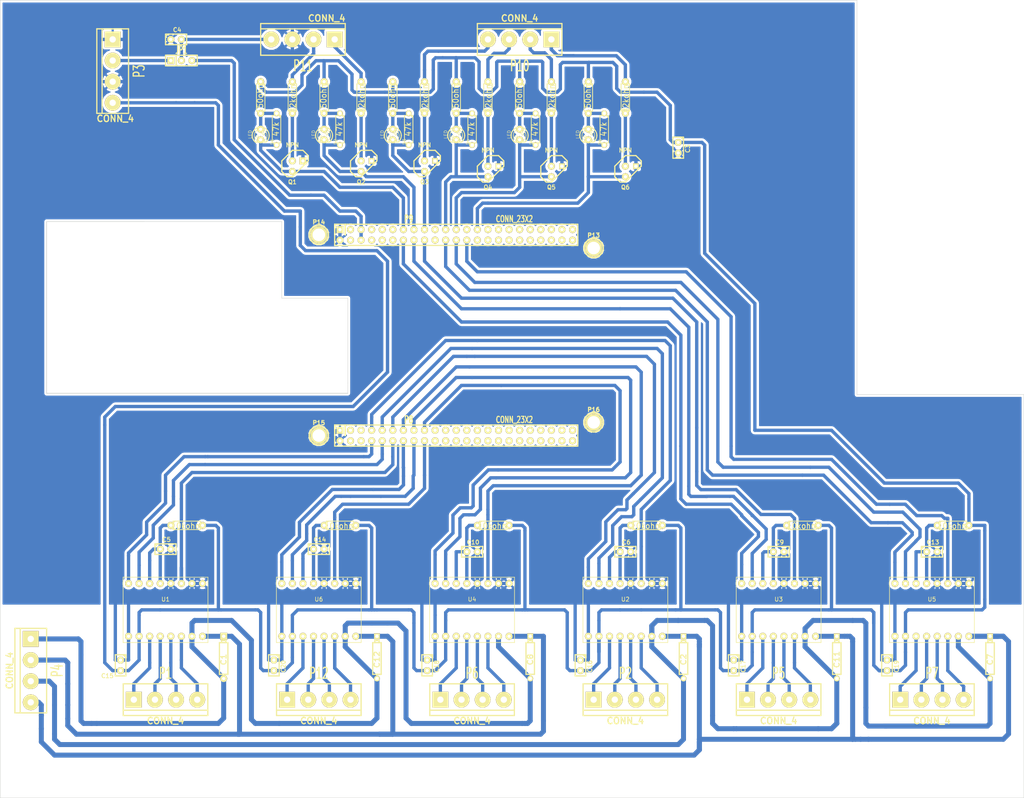
<source format=kicad_pcb>
(kicad_pcb (version 3) (host pcbnew "(2013-07-07 BZR 4022)-stable")
  (title_block (title "Carte Interface Beaglebone / Bras robotisé") (rev 2.0))
  (layers (15 Dessus.Cu signal) (0 Dessous.Cu signal))
  (net 0 "")
  (net 1 +12C)
  (net 2 +12V)
  (net 3 +5V)
  (net 4 /1A_M1)
  (net 5 /1A_M2)
  (net 6 /1A_M3)
  (net 7 /1A_M4)
  (net 8 /1A_M5)
  (net 9 /1A_M6)
  (net 10 /1B_M1)
  (net 11 /1B_M2)
  (net 12 /1B_M3)
  (net 13 /1B_M4)
  (net 14 /1B_M5)
  (net 15 /1B_M6)
  (net 16 /2A_M1)
  (net 17 /2A_M2)
  (net 18 /2A_M3)
  (net 19 /2A_M4)
  (net 20 /2A_M5)
  (net 21 /2A_M6)
  (net 22 /2B_M1)
  (net 23 /2B_M2)
  (net 24 /2B_M3)
  (net 25 /2B_M4)
  (net 26 /2B_M5)
  (net 27 /2B_M6)
  (net 28 /Beaglebone_5V)
  (net 29 /Direction_m2)
  (net 30 /Direction_m3)
  (net 31 /Direction_m4)
  (net 32 /Direction_m5)
  (net 33 /Direction_m6)
  (net 34 "/External 5V")
  (net 35 /Position_m1)
  (net 36 /Position_m2)
  (net 37 /Position_m3)
  (net 38 /Position_m4)
  (net 39 /Position_m5)
  (net 40 /Position_m6)
  (net 41 /Step_m1)
  (net 42 /Step_m2)
  (net 43 /Step_m3)
  (net 44 /Step_m4)
  (net 45 /Step_m5)
  (net 46 /Step_m6)
  (net 47 /direction_m1)
  (net 48 /ms2_m1)
  (net 49 /ms2_m2)
  (net 50 /ms2_m3)
  (net 51 /ms2_m4)
  (net 52 /ms2_m5)
  (net 53 /ms2_m6)
  (net 54 3V3)
  (net 55 AGND)
  (net 56 GND)
  (net 57 GNDA)
  (net 58 N-000001)
  (net 59 N-0000010)
  (net 60 N-0000011)
  (net 61 N-0000012)
  (net 62 N-0000013)
  (net 63 N-0000014)
  (net 64 N-0000015)
  (net 65 N-0000016)
  (net 66 N-000002)
  (net 67 N-0000022)
  (net 68 N-0000023)
  (net 69 N-0000024)
  (net 70 N-0000025)
  (net 71 N-0000026)
  (net 72 N-0000027)
  (net 73 N-0000028)
  (net 74 N-0000029)
  (net 75 N-000003)
  (net 76 N-0000030)
  (net 77 N-0000033)
  (net 78 N-000004)
  (net 79 N-000005)
  (net 80 N-000006)
  (net 81 N-000009)
  (module TO92 (layer Dessus.Cu) (at 164.465 53.975)
    (fp_text reference Q6)
    (fp_text value NPN)
    (pad 1 thru_hole rect (at 1.27 -1.27) (size 1.397 1.397) (drill 0.8128) (layers *.Cu *.Mask Dessus.SilkS) (net 56 GND))
    (pad 2 thru_hole circle (at -1.27 -1.27) (size 1.7 1.7) (drill 0.8128) (layers *.Cu *.Mask Dessus.SilkS) (net 71 N-0000026))
    (pad 3 thru_hole circle (at -1.27 1.27) (size 1.7 1.7) (drill 0.8128) (layers *.Cu *.Mask Dessus.SilkS) (net 40 /Position_m6))
  )
  (module TO92 (layer Dessus.Cu) (at 146.685 53.975)
    (fp_text reference Q5)
    (fp_text value NPN)
    (pad 1 thru_hole rect (at 1.27 -1.27) (size 1.397 1.397) (drill 0.8128) (layers *.Cu *.Mask Dessus.SilkS) (net 56 GND))
    (pad 2 thru_hole circle (at -1.27 -1.27) (size 1.7 1.7) (drill 0.8128) (layers *.Cu *.Mask Dessus.SilkS) (net 69 N-0000024))
    (pad 3 thru_hole circle (at -1.27 1.27) (size 1.7 1.7) (drill 0.8128) (layers *.Cu *.Mask Dessus.SilkS) (net 39 /Position_m5))
  )
  (module TO92 (layer Dessus.Cu) (at 84.455 52.705)
    (fp_text reference Q1)
    (fp_text value NPN)
    (pad 1 thru_hole rect (at 1.27 -1.27) (size 1.7 1.7) (drill 0.8128) (layers *.Cu *.Mask Dessus.SilkS) (net 56 GND))
    (pad 2 thru_hole circle (at -1.27 -1.27) (size 1.7 1.7) (drill 0.8128) (layers *.Cu *.Mask Dessus.SilkS) (net 65 N-0000016))
    (pad 3 thru_hole circle (at -1.27 1.27) (size 1.7 1.7) (drill 0.8128) (layers *.Cu *.Mask Dessus.SilkS) (net 35 /Position_m1))
  )
  (module TO92 (layer Dessus.Cu) (at 131.445 53.975)
    (fp_text reference Q4)
    (fp_text value NPN)
    (pad 1 thru_hole rect (at 1.27 -1.27) (size 1.397 1.397) (drill 0.8128) (layers *.Cu *.Mask Dessus.SilkS) (net 56 GND))
    (pad 2 thru_hole circle (at -1.27 -1.27) (size 1.7 1.7) (drill 0.8128) (layers *.Cu *.Mask Dessus.SilkS) (net 67 N-0000022))
    (pad 3 thru_hole circle (at -1.27 1.27) (size 1.7 1.7) (drill 0.8128) (layers *.Cu *.Mask Dessus.SilkS) (net 38 /Position_m4))
  )
  (module TO92 (layer Dessus.Cu) (at 100.965 52.705)
    (fp_text reference Q2)
    (fp_text value NPN)
    (pad 1 thru_hole rect (at 1.27 -1.27) (size 1.397 1.397) (drill 0.8128) (layers *.Cu *.Mask Dessus.SilkS) (net 56 GND))
    (pad 2 thru_hole circle (at -1.27 -1.27) (size 1.7 1.7) (drill 0.8128) (layers *.Cu *.Mask Dessus.SilkS) (net 63 N-0000014))
    (pad 3 thru_hole circle (at -1.27 1.27) (size 1.7 1.7) (drill 0.8128) (layers *.Cu *.Mask Dessus.SilkS) (net 36 /Position_m2))
  )
  (module TO92 (layer Dessus.Cu) (at 116.205 52.705)
    (fp_text reference Q3)
    (fp_text value NPN)
    (pad 1 thru_hole rect (at 1.27 -1.27) (size 1.397 1.397) (drill 0.8128) (layers *.Cu *.Mask Dessus.SilkS) (net 56 GND))
    (pad 2 thru_hole circle (at -1.27 -1.27) (size 1.7 1.7) (drill 0.8128) (layers *.Cu *.Mask Dessus.SilkS) (net 60 N-0000011))
    (pad 3 thru_hole circle (at -1.27 1.27) (size 1.7 1.7) (drill 0.8128) (layers *.Cu *.Mask Dessus.SilkS) (net 37 /Position_m3))
  )
  (module SIL-3 (layer Dessus.Cu) (at 56.515 27.305)
    (fp_text reference JP1)
    (fp_text value JUMPER3 hide)
    (pad 1 thru_hole rect (at -2.54 0) (size 1.7 1.7) (drill 0.8128) (layers *.Cu *.Mask Dessus.SilkS) (net 34 "/External 5V"))
    (pad 2 thru_hole circle (at 0 0) (size 1.7 1.7) (drill 0.8128) (layers *.Cu *.Mask Dessus.SilkS) (net 3 +5V))
    (pad 3 thru_hole circle (at 2.54 0) (size 1.7 1.7) (drill 0.8128) (layers *.Cu *.Mask Dessus.SilkS) (net 28 /Beaglebone_5V))
  )
  (module R3 (layer Dessus.Cu) (at 241.935 139.065)
    (fp_text reference R10 hide)
    (fp_text value 10kohm)
    (pad 1 thru_hole circle (at -3.81 0) (size 1.7 1.7) (drill 0.8128) (layers *.Cu *.Mask Dessus.SilkS) (net 78 N-000004))
    (pad 2 thru_hole circle (at 3.81 0) (size 1.7 1.7) (drill 0.8128) (layers *.Cu *.Mask Dessus.SilkS) (net 54 3V3))
  )
  (module R3 (layer Dessus.Cu) (at 94.615 139.065)
    (fp_text reference R12 hide)
    (fp_text value 10kohm)
    (pad 1 thru_hole circle (at -3.81 0) (size 1.7 1.7) (drill 0.8128) (layers *.Cu *.Mask Dessus.SilkS) (net 66 N-000002))
    (pad 2 thru_hole circle (at 3.81 0) (size 1.7 1.7) (drill 0.8128) (layers *.Cu *.Mask Dessus.SilkS) (net 54 3V3))
  )
  (module R3 (layer Dessus.Cu) (at 107.315 36.195 270)
    (fp_text reference R9 hide)
    (fp_text value 150ohm)
    (pad 1 thru_hole circle (at -3.81 0 270) (size 1.7 1.7) (drill 0.8128) (layers *.Cu *.Mask Dessus.SilkS) (net 54 3V3))
    (pad 2 thru_hole circle (at 3.81 0 270) (size 1.7 1.7) (drill 0.8128) (layers *.Cu *.Mask Dessus.SilkS) (net 64 N-0000015))
  )
  (module R3 (layer Dessus.Cu) (at 114.935 36.195 90)
    (fp_text reference R11 hide)
    (fp_text value 82kohm)
    (pad 1 thru_hole circle (at -3.81 0 90) (size 1.7 1.7) (drill 0.8128) (layers *.Cu *.Mask Dessus.SilkS) (net 60 N-0000011))
    (pad 2 thru_hole circle (at 3.81 0 90) (size 1.7 1.7) (drill 0.8128) (layers *.Cu *.Mask Dessus.SilkS) (net 61 N-0000012))
  )
  (module R3 (layer Dessus.Cu) (at 57.785 139.065)
    (fp_text reference R1 hide)
    (fp_text value 10kohm)
    (pad 1 thru_hole circle (at -3.81 0) (size 1.7 1.7) (drill 0.8128) (layers *.Cu *.Mask Dessus.SilkS) (net 58 N-000001))
    (pad 2 thru_hole circle (at 3.81 0) (size 1.7 1.7) (drill 0.8128) (layers *.Cu *.Mask Dessus.SilkS) (net 54 3V3))
  )
  (module R3 (layer Dessus.Cu) (at 130.175 36.195 90)
    (fp_text reference R14 hide)
    (fp_text value 82kohm)
    (pad 1 thru_hole circle (at -3.81 0 90) (size 1.7 1.7) (drill 0.8128) (layers *.Cu *.Mask Dessus.SilkS) (net 67 N-0000022))
    (pad 2 thru_hole circle (at 3.81 0 90) (size 1.7 1.7) (drill 0.8128) (layers *.Cu *.Mask Dessus.SilkS) (net 74 N-0000029))
  )
  (module R3 (layer Dessus.Cu) (at 131.445 139.065)
    (fp_text reference R4 hide)
    (fp_text value 10kohm)
    (pad 1 thru_hole circle (at -3.81 0) (size 1.7 1.7) (drill 0.8128) (layers *.Cu *.Mask Dessus.SilkS) (net 80 N-000006))
    (pad 2 thru_hole circle (at 3.81 0) (size 1.7 1.7) (drill 0.8128) (layers *.Cu *.Mask Dessus.SilkS) (net 54 3V3))
  )
  (module R3 (layer Dessus.Cu) (at 90.805 36.195 270)
    (fp_text reference R7 hide)
    (fp_text value 150ohm)
    (pad 1 thru_hole circle (at -3.81 0 270) (size 1.7 1.7) (drill 0.8128) (layers *.Cu *.Mask Dessus.SilkS) (net 54 3V3))
    (pad 2 thru_hole circle (at 3.81 0 270) (size 1.7 1.7) (drill 0.8128) (layers *.Cu *.Mask Dessus.SilkS) (net 62 N-0000013))
  )
  (module R3 (layer Dessus.Cu) (at 205.74 139.065)
    (fp_text reference R3 hide)
    (fp_text value 10kohm)
    (pad 1 thru_hole circle (at -3.81 0) (size 1.7 1.7) (drill 0.8128) (layers *.Cu *.Mask Dessus.SilkS) (net 79 N-000005))
    (pad 2 thru_hole circle (at 3.81 0) (size 1.7 1.7) (drill 0.8128) (layers *.Cu *.Mask Dessus.SilkS) (net 54 3V3))
  )
  (module R3 (layer Dessus.Cu) (at 122.555 36.195 270)
    (fp_text reference R13 hide)
    (fp_text value 150ohm)
    (pad 1 thru_hole circle (at -3.81 0 270) (size 1.7 1.7) (drill 0.8128) (layers *.Cu *.Mask Dessus.SilkS) (net 54 3V3))
    (pad 2 thru_hole circle (at 3.81 0 270) (size 1.7 1.7) (drill 0.8128) (layers *.Cu *.Mask Dessus.SilkS) (net 68 N-0000023))
  )
  (module R3 (layer Dessus.Cu) (at 99.695 36.195 90)
    (fp_text reference R8 hide)
    (fp_text value 82kohm)
    (pad 1 thru_hole circle (at -3.81 0 90) (size 1.7 1.7) (drill 0.8128) (layers *.Cu *.Mask Dessus.SilkS) (net 63 N-0000014))
    (pad 2 thru_hole circle (at 3.81 0 90) (size 1.7 1.7) (drill 0.8128) (layers *.Cu *.Mask Dessus.SilkS) (net 81 N-000009))
  )
  (module R3 (layer Dessus.Cu) (at 168.275 139.065)
    (fp_text reference R2 hide)
    (fp_text value 10kohm)
    (pad 1 thru_hole circle (at -3.81 0) (size 1.7 1.7) (drill 0.8128) (layers *.Cu *.Mask Dessus.SilkS) (net 75 N-000003))
    (pad 2 thru_hole circle (at 3.81 0) (size 1.7 1.7) (drill 0.8128) (layers *.Cu *.Mask Dessus.SilkS) (net 54 3V3))
  )
  (module R3 (layer Dessus.Cu) (at 75.565 36.195 270)
    (fp_text reference R5 hide)
    (fp_text value 150ohm)
    (pad 1 thru_hole circle (at -3.81 0 270) (size 1.7 1.7) (drill 0.8128) (layers *.Cu *.Mask Dessus.SilkS) (net 54 3V3))
    (pad 2 thru_hole circle (at 3.81 0 270) (size 1.7 1.7) (drill 0.8128) (layers *.Cu *.Mask Dessus.SilkS) (net 59 N-0000010))
  )
  (module R3 (layer Dessus.Cu) (at 83.185 36.195 90)
    (fp_text reference R6 hide)
    (fp_text value 82kohm)
    (pad 1 thru_hole circle (at -3.81 0 90) (size 1.7 1.7) (drill 0.8128) (layers *.Cu *.Mask Dessus.SilkS) (net 65 N-0000016))
    (pad 2 thru_hole circle (at 3.81 0 90) (size 1.7 1.7) (drill 0.8128) (layers *.Cu *.Mask Dessus.SilkS) (net 77 N-0000033))
  )
  (module R3 (layer Dessus.Cu) (at 145.415 36.195 90)
    (fp_text reference R16 hide)
    (fp_text value 82kohm)
    (pad 1 thru_hole circle (at -3.81 0 90) (size 1.7 1.7) (drill 0.8128) (layers *.Cu *.Mask Dessus.SilkS) (net 69 N-0000024))
    (pad 2 thru_hole circle (at 3.81 0 90) (size 1.7 1.7) (drill 0.8128) (layers *.Cu *.Mask Dessus.SilkS) (net 73 N-0000028))
  )
  (module R3 (layer Dessus.Cu) (at 154.305 36.195 270)
    (fp_text reference R17 hide)
    (fp_text value 150ohm)
    (pad 1 thru_hole circle (at -3.81 0 270) (size 1.7 1.7) (drill 0.8128) (layers *.Cu *.Mask Dessus.SilkS) (net 54 3V3))
    (pad 2 thru_hole circle (at 3.81 0 270) (size 1.7 1.7) (drill 0.8128) (layers *.Cu *.Mask Dessus.SilkS) (net 72 N-0000027))
  )
  (module R3 (layer Dessus.Cu) (at 137.795 36.195 270)
    (fp_text reference R15 hide)
    (fp_text value 150ohm)
    (pad 1 thru_hole circle (at -3.81 0 270) (size 1.7 1.7) (drill 0.8128) (layers *.Cu *.Mask Dessus.SilkS) (net 54 3V3))
    (pad 2 thru_hole circle (at 3.81 0 270) (size 1.7 1.7) (drill 0.8128) (layers *.Cu *.Mask Dessus.SilkS) (net 70 N-0000025))
  )
  (module R3 (layer Dessus.Cu) (at 163.195 36.195 90)
    (fp_text reference R18 hide)
    (fp_text value 82kohm)
    (pad 1 thru_hole circle (at -3.81 0 90) (size 1.7 1.7) (drill 0.8128) (layers *.Cu *.Mask Dessus.SilkS) (net 71 N-0000026))
    (pad 2 thru_hole circle (at 3.81 0 90) (size 1.7 1.7) (drill 0.8128) (layers *.Cu *.Mask Dessus.SilkS) (net 76 N-0000030))
  )
  (module LED-3MM (layer Dessus.Cu) (at 137.795 45.085 270)
    (fp_text reference D5)
    (fp_text value LED)
    (pad 1 thru_hole circle (at -1.27 0 270) (size 1.7 1.7) (drill 0.8128) (layers *.Cu *.Mask Dessus.SilkS) (net 70 N-0000025))
    (pad 2 thru_hole circle (at 1.27 0 270) (size 1.7 1.7) (drill 0.8128) (layers *.Cu *.Mask Dessus.SilkS) (net 39 /Position_m5))
  )
  (module LED-3MM (layer Dessus.Cu) (at 75.565 45.085 270)
    (fp_text reference D1)
    (fp_text value LED)
    (pad 1 thru_hole circle (at -1.27 0 270) (size 1.7 1.7) (drill 0.8128) (layers *.Cu *.Mask Dessus.SilkS) (net 59 N-0000010))
    (pad 2 thru_hole circle (at 1.27 0 270) (size 1.7 1.7) (drill 0.8128) (layers *.Cu *.Mask Dessus.SilkS) (net 35 /Position_m1))
  )
  (module LED-3MM (layer Dessus.Cu) (at 90.805 45.085 270)
    (fp_text reference D2)
    (fp_text value LED)
    (pad 1 thru_hole circle (at -1.27 0 270) (size 1.7 1.7) (drill 0.8128) (layers *.Cu *.Mask Dessus.SilkS) (net 62 N-0000013))
    (pad 2 thru_hole circle (at 1.27 0 270) (size 1.7 1.7) (drill 0.8128) (layers *.Cu *.Mask Dessus.SilkS) (net 36 /Position_m2))
  )
  (module LED-3MM (layer Dessus.Cu) (at 122.555 45.085 270)
    (fp_text reference D4)
    (fp_text value LED)
    (pad 1 thru_hole circle (at -1.27 0 270) (size 1.7 1.7) (drill 0.8128) (layers *.Cu *.Mask Dessus.SilkS) (net 68 N-0000023))
    (pad 2 thru_hole circle (at 1.27 0 270) (size 1.7 1.7) (drill 0.8128) (layers *.Cu *.Mask Dessus.SilkS) (net 38 /Position_m4))
  )
  (module LED-3MM (layer Dessus.Cu) (at 154.305 45.085 270)
    (fp_text reference D6)
    (fp_text value LED)
    (pad 1 thru_hole circle (at -1.27 0 270) (size 1.7 1.7) (drill 0.8128) (layers *.Cu *.Mask Dessus.SilkS) (net 72 N-0000027))
    (pad 2 thru_hole circle (at 1.27 0 270) (size 1.7 1.7) (drill 0.8128) (layers *.Cu *.Mask Dessus.SilkS) (net 40 /Position_m6))
  )
  (module LED-3MM (layer Dessus.Cu) (at 107.315 45.085 270)
    (fp_text reference D3)
    (fp_text value LED)
    (pad 1 thru_hole circle (at -1.27 0 270) (size 1.7 1.7) (drill 0.8128) (layers *.Cu *.Mask Dessus.SilkS) (net 64 N-0000015))
    (pad 2 thru_hole circle (at 1.27 0 270) (size 1.7 1.7) (drill 0.8128) (layers *.Cu *.Mask Dessus.SilkS) (net 37 /Position_m3))
  )
  (module CP4 (layer Dessus.Cu) (at 66.675 170.815 270)
    (fp_text reference C1)
    (fp_text value 100uF hide)
    (pad 1 thru_hole rect (at -5.08 0 270) (size 1.7 1.7) (drill 0.8128) (layers *.Cu *.Mask Dessus.SilkS) (net 2 +12V))
    (pad 2 thru_hole circle (at 5.08 0 270) (size 1.7 1.7) (drill 0.8128) (layers *.Cu *.Mask Dessus.SilkS) (net 55 AGND))
  )
  (module CP4 (layer Dessus.Cu) (at 140.335 170.815 270)
    (fp_text reference C8)
    (fp_text value 100uF hide)
    (pad 1 thru_hole rect (at -5.08 0 270) (size 1.397 1.397) (drill 0.8128) (layers *.Cu *.Mask Dessus.SilkS) (net 2 +12V))
    (pad 2 thru_hole circle (at 5.08 0 270) (size 1.397 1.397) (drill 0.8128) (layers *.Cu *.Mask Dessus.SilkS) (net 55 AGND))
  )
  (module CP4 (layer Dessus.Cu) (at 213.995 170.815 270)
    (fp_text reference C11)
    (fp_text value 100uF hide)
    (pad 1 thru_hole rect (at -5.08 0 270) (size 1.397 1.397) (drill 0.8128) (layers *.Cu *.Mask Dessus.SilkS) (net 1 +12C))
    (pad 2 thru_hole circle (at 5.08 0 270) (size 1.397 1.397) (drill 0.8128) (layers *.Cu *.Mask Dessus.SilkS) (net 57 GNDA))
  )
  (module CP4 (layer Dessus.Cu) (at 177.165 170.815 270)
    (fp_text reference C2)
    (fp_text value 100uF hide)
    (pad 1 thru_hole rect (at -5.08 0 270) (size 1.397 1.397) (drill 0.8128) (layers *.Cu *.Mask Dessus.SilkS) (net 1 +12C))
    (pad 2 thru_hole circle (at 5.08 0 270) (size 1.397 1.397) (drill 0.8128) (layers *.Cu *.Mask Dessus.SilkS) (net 57 GNDA))
  )
  (module CP4 (layer Dessus.Cu) (at 250.825 170.815 270)
    (fp_text reference C7)
    (fp_text value 100uF hide)
    (pad 1 thru_hole rect (at -5.08 0 270) (size 1.397 1.397) (drill 0.8128) (layers *.Cu *.Mask Dessus.SilkS) (net 1 +12C))
    (pad 2 thru_hole circle (at 5.08 0 270) (size 1.397 1.397) (drill 0.8128) (layers *.Cu *.Mask Dessus.SilkS) (net 57 GNDA))
  )
  (module CP4 (layer Dessus.Cu) (at 103.505 170.815 270)
    (fp_text reference C12)
    (fp_text value 100uF hide)
    (pad 1 thru_hole rect (at -5.08 0 270) (size 1.397 1.397) (drill 0.8128) (layers *.Cu *.Mask Dessus.SilkS) (net 2 +12V))
    (pad 2 thru_hole circle (at 5.08 0 270) (size 1.397 1.397) (drill 0.8128) (layers *.Cu *.Mask Dessus.SilkS) (net 55 AGND))
  )
  (module C1 (layer Dessus.Cu) (at 52.705 144.78)
    (fp_text reference C5)
    (fp_text value 100nF hide)
    (pad 1 thru_hole circle (at -1.27 0) (size 1.7 1.7) (drill 0.8128) (layers *.Cu *.Mask Dessus.SilkS) (net 58 N-000001))
    (pad 2 thru_hole circle (at 1.27 0) (size 1.7 1.7) (drill 0.8128) (layers *.Cu *.Mask Dessus.SilkS) (net 56 GND))
  )
  (module C1 (layer Dessus.Cu) (at 175.895 48.26 270)
    (fp_text reference C3)
    (fp_text value 10uF hide)
    (pad 1 thru_hole circle (at -1.27 0 270) (size 1.7 1.7) (drill 0.8128) (layers *.Cu *.Mask Dessus.SilkS) (net 54 3V3))
    (pad 2 thru_hole circle (at 1.27 0 270) (size 1.7 1.7) (drill 0.8128) (layers *.Cu *.Mask Dessus.SilkS) (net 56 GND))
  )
  (module C1 (layer Dessus.Cu) (at 55.245 22.225)
    (fp_text reference C4)
    (fp_text value 10uF hide)
    (pad 1 thru_hole circle (at -1.27 0) (size 1.7 1.7) (drill 0.8128) (layers *.Cu *.Mask Dessus.SilkS) (net 56 GND))
    (pad 2 thru_hole circle (at 1.27 0) (size 1.7 1.7) (drill 0.8128) (layers *.Cu *.Mask Dessus.SilkS) (net 3 +5V))
  )
  (module C1 (layer Dessus.Cu) (at 163.195 145.415)
    (fp_text reference C6)
    (fp_text value 100nF hide)
    (pad 1 thru_hole circle (at -1.27 0) (size 1.7 1.7) (drill 0.8128) (layers *.Cu *.Mask Dessus.SilkS) (net 75 N-000003))
    (pad 2 thru_hole circle (at 1.27 0) (size 1.7 1.7) (drill 0.8128) (layers *.Cu *.Mask Dessus.SilkS) (net 56 GND))
  )
  (module C1 (layer Dessus.Cu) (at 236.855 145.415)
    (fp_text reference C13)
    (fp_text value 100nF hide)
    (pad 1 thru_hole circle (at -1.27 0) (size 1.7 1.7) (drill 0.8128) (layers *.Cu *.Mask Dessus.SilkS) (net 78 N-000004))
    (pad 2 thru_hole circle (at 1.27 0) (size 1.7 1.7) (drill 0.8128) (layers *.Cu *.Mask Dessus.SilkS) (net 56 GND))
  )
  (module C1 (layer Dessus.Cu) (at 126.365 145.415)
    (fp_text reference C10)
    (fp_text value 100nF hide)
    (pad 1 thru_hole circle (at -1.27 0) (size 1.7 1.7) (drill 0.8128) (layers *.Cu *.Mask Dessus.SilkS) (net 80 N-000006))
    (pad 2 thru_hole circle (at 1.27 0) (size 1.7 1.7) (drill 0.8128) (layers *.Cu *.Mask Dessus.SilkS) (net 56 GND))
  )
  (module C1 (layer Dessus.Cu) (at 200.025 145.415)
    (fp_text reference C9)
    (fp_text value 100nF hide)
    (pad 1 thru_hole circle (at -1.27 0) (size 1.7 1.7) (drill 0.8128) (layers *.Cu *.Mask Dessus.SilkS) (net 79 N-000005))
    (pad 2 thru_hole circle (at 1.27 0) (size 1.7 1.7) (drill 0.8128) (layers *.Cu *.Mask Dessus.SilkS) (net 56 GND))
  )
  (module C1 (layer Dessus.Cu) (at 89.535 144.78)
    (fp_text reference C14)
    (fp_text value 100nF hide)
    (pad 1 thru_hole circle (at -1.27 0) (size 1.7 1.7) (drill 0.8128) (layers *.Cu *.Mask Dessus.SilkS) (net 66 N-000002))
    (pad 2 thru_hole circle (at 1.27 0) (size 1.7 1.7) (drill 0.8128) (layers *.Cu *.Mask Dessus.SilkS) (net 56 GND))
  )
  (module bornier4 (layer Dessus.Cu) (at 200.025 180.975)
    (fp_text reference P5)
    (fp_text value CONN_4)
    (pad 2 thru_hole circle (at -2.54 0) (size 3.81 3.81) (drill 1.524) (layers *.Cu *.Mask Dessus.SilkS) (net 8 /1A_M5))
    (pad 3 thru_hole circle (at 2.54 0) (size 3.81 3.81) (drill 1.524) (layers *.Cu *.Mask Dessus.SilkS) (net 20 /2A_M5))
    (pad 1 thru_hole rect (at -7.62 0) (size 3.81 3.81) (drill 1.524) (layers *.Cu *.Mask Dessus.SilkS) (net 14 /1B_M5))
    (pad 4 thru_hole circle (at 7.62 0) (size 3.81 3.81) (drill 1.524) (layers *.Cu *.Mask Dessus.SilkS) (net 26 /2B_M5))
  )
  (module bornier4 (layer Dessus.Cu) (at 236.855 180.975)
    (fp_text reference P7)
    (fp_text value CONN_4)
    (pad 2 thru_hole circle (at -2.54 0) (size 3.81 3.81) (drill 1.524) (layers *.Cu *.Mask Dessus.SilkS) (net 9 /1A_M6))
    (pad 3 thru_hole circle (at 2.54 0) (size 3.81 3.81) (drill 1.524) (layers *.Cu *.Mask Dessus.SilkS) (net 21 /2A_M6))
    (pad 1 thru_hole rect (at -7.62 0) (size 3.81 3.81) (drill 1.524) (layers *.Cu *.Mask Dessus.SilkS) (net 15 /1B_M6))
    (pad 4 thru_hole circle (at 7.62 0) (size 3.81 3.81) (drill 1.524) (layers *.Cu *.Mask Dessus.SilkS) (net 27 /2B_M6))
  )
  (module bornier4 (layer Dessus.Cu) (at 163.195 180.975)
    (fp_text reference P2)
    (fp_text value CONN_4)
    (pad 2 thru_hole circle (at -2.54 0) (size 3.81 3.81) (drill 1.524) (layers *.Cu *.Mask Dessus.SilkS) (net 7 /1A_M4))
    (pad 3 thru_hole circle (at 2.54 0) (size 3.81 3.81) (drill 1.524) (layers *.Cu *.Mask Dessus.SilkS) (net 19 /2A_M4))
    (pad 1 thru_hole rect (at -7.62 0) (size 3.81 3.81) (drill 1.524) (layers *.Cu *.Mask Dessus.SilkS) (net 13 /1B_M4))
    (pad 4 thru_hole circle (at 7.62 0) (size 3.81 3.81) (drill 1.524) (layers *.Cu *.Mask Dessus.SilkS) (net 25 /2B_M4))
  )
  (module bornier4 (layer Dessus.Cu) (at 40.005 29.845 270)
    (fp_text reference P3)
    (fp_text value CONN_4)
    (pad 2 thru_hole circle (at -2.54 0 270) (size 3.81 3.81) (drill 1.524) (layers *.Cu *.Mask Dessus.SilkS) (net 34 "/External 5V"))
    (pad 3 thru_hole circle (at 2.54 0 270) (size 3.81 3.81) (drill 1.524) (layers *.Cu *.Mask Dessus.SilkS) (net 56 GND))
    (pad 1 thru_hole rect (at -7.62 0 270) (size 3.81 3.81) (drill 1.524) (layers *.Cu *.Mask Dessus.SilkS) (net 56 GND))
    (pad 4 thru_hole circle (at 7.62 0 270) (size 3.81 3.81) (drill 1.524) (layers *.Cu *.Mask Dessus.SilkS) (net 54 3V3))
  )
  (module bornier4 (layer Dessus.Cu) (at 20.32 173.99 270)
    (fp_text reference P4)
    (fp_text value CONN_4)
    (pad 2 thru_hole circle (at -2.54 0 270) (size 3.81 3.81) (drill 1.524) (layers *.Cu *.Mask Dessus.SilkS) (net 2 +12V))
    (pad 3 thru_hole circle (at 2.54 0 270) (size 3.81 3.81) (drill 1.524) (layers *.Cu *.Mask Dessus.SilkS) (net 57 GNDA))
    (pad 1 thru_hole rect (at -7.62 0 270) (size 3.81 3.81) (drill 1.524) (layers *.Cu *.Mask Dessus.SilkS) (net 55 AGND))
    (pad 4 thru_hole circle (at 7.62 0 270) (size 3.81 3.81) (drill 1.524) (layers *.Cu *.Mask Dessus.SilkS) (net 1 +12C))
  )
  (module bornier4 (layer Dessus.Cu) (at 85.725 22.225 180)
    (fp_text reference P11)
    (fp_text value CONN_4)
    (pad 2 thru_hole circle (at -2.54 0 180) (size 3.81 3.81) (drill 1.524) (layers *.Cu *.Mask Dessus.SilkS) (net 77 N-0000033))
    (pad 3 thru_hole circle (at 2.54 0 180) (size 3.81 3.81) (drill 1.524) (layers *.Cu *.Mask Dessus.SilkS) (net 56 GND))
    (pad 1 thru_hole rect (at -7.62 0 180) (size 3.81 3.81) (drill 1.524) (layers *.Cu *.Mask Dessus.SilkS) (net 81 N-000009))
    (pad 4 thru_hole circle (at 7.62 0 180) (size 3.81 3.81) (drill 1.524) (layers *.Cu *.Mask Dessus.SilkS) (net 3 +5V))
  )
  (module bornier4 (layer Dessus.Cu) (at 137.795 22.225 180)
    (fp_text reference P10)
    (fp_text value CONN_4)
    (pad 2 thru_hole circle (at -2.54 0 180) (size 3.81 3.81) (drill 1.524) (layers *.Cu *.Mask Dessus.SilkS) (net 73 N-0000028))
    (pad 3 thru_hole circle (at 2.54 0 180) (size 3.81 3.81) (drill 1.524) (layers *.Cu *.Mask Dessus.SilkS) (net 74 N-0000029))
    (pad 1 thru_hole rect (at -7.62 0 180) (size 3.81 3.81) (drill 1.524) (layers *.Cu *.Mask Dessus.SilkS) (net 76 N-0000030))
    (pad 4 thru_hole circle (at 7.62 0 180) (size 3.81 3.81) (drill 1.524) (layers *.Cu *.Mask Dessus.SilkS) (net 61 N-0000012))
  )
  (module bornier4 (layer Dessus.Cu) (at 126.365 180.975)
    (fp_text reference P6)
    (fp_text value CONN_4)
    (pad 2 thru_hole circle (at -2.54 0) (size 3.81 3.81) (drill 1.524) (layers *.Cu *.Mask Dessus.SilkS) (net 6 /1A_M3))
    (pad 3 thru_hole circle (at 2.54 0) (size 3.81 3.81) (drill 1.524) (layers *.Cu *.Mask Dessus.SilkS) (net 18 /2A_M3))
    (pad 1 thru_hole rect (at -7.62 0) (size 3.81 3.81) (drill 1.524) (layers *.Cu *.Mask Dessus.SilkS) (net 12 /1B_M3))
    (pad 4 thru_hole circle (at 7.62 0) (size 3.81 3.81) (drill 1.524) (layers *.Cu *.Mask Dessus.SilkS) (net 24 /2B_M3))
  )
  (module bornier4 (layer Dessus.Cu) (at 52.705 180.975)
    (fp_text reference P1)
    (fp_text value CONN_4)
    (pad 2 thru_hole circle (at -2.54 0) (size 3.81 3.81) (drill 1.524) (layers *.Cu *.Mask Dessus.SilkS) (net 4 /1A_M1))
    (pad 3 thru_hole circle (at 2.54 0) (size 3.81 3.81) (drill 1.524) (layers *.Cu *.Mask Dessus.SilkS) (net 16 /2A_M1))
    (pad 1 thru_hole rect (at -7.62 0) (size 3.81 3.81) (drill 1.524) (layers *.Cu *.Mask Dessus.SilkS) (net 10 /1B_M1))
    (pad 4 thru_hole circle (at 7.62 0) (size 3.81 3.81) (drill 1.524) (layers *.Cu *.Mask Dessus.SilkS) (net 22 /2B_M1))
  )
  (module bornier4 (layer Dessus.Cu) (at 89.535 180.975)
    (fp_text reference P12)
    (fp_text value CONN_4)
    (pad 2 thru_hole circle (at -2.54 0) (size 3.81 3.81) (drill 1.524) (layers *.Cu *.Mask Dessus.SilkS) (net 5 /1A_M2))
    (pad 3 thru_hole circle (at 2.54 0) (size 3.81 3.81) (drill 1.524) (layers *.Cu *.Mask Dessus.SilkS) (net 17 /2A_M2))
    (pad 1 thru_hole rect (at -7.62 0) (size 3.81 3.81) (drill 1.524) (layers *.Cu *.Mask Dessus.SilkS) (net 11 /1B_M2))
    (pad 4 thru_hole circle (at 7.62 0) (size 3.81 3.81) (drill 1.524) (layers *.Cu *.Mask Dessus.SilkS) (net 23 /2B_M2))
  )
  (module 1pin (layer Dessus.Cu) (at 155.575 72.39)
    (fp_text reference P13)
    (fp_text value CONN_1 hide)
    (pad 1 thru_hole circle (at 0 0) (size 4.064 4.064) (drill 3.048) (layers *.Cu *.Mask Dessus.SilkS) (net 56 GND))
  )
  (module 1pin (layer Dessus.Cu) (at 89.535 69.215)
    (fp_text reference P14)
    (fp_text value CONN_1 hide)
    (pad 1 thru_hole circle (at 0 0) (size 4.064 4.064) (drill 3.048) (layers *.Cu *.Mask Dessus.SilkS) (net 56 GND))
  )
  (module 1pin (layer Dessus.Cu) (at 89.535 117.475)
    (fp_text reference P15)
    (fp_text value CONN_1 hide)
    (pad 1 thru_hole circle (at 0 0) (size 4.064 4.064) (drill 3.048) (layers *.Cu *.Mask Dessus.SilkS) (net 56 GND))
  )
  (module 1pin (layer Dessus.Cu) (at 155.575 114.3)
    (fp_text reference P16)
    (fp_text value CONN_1 hide)
    (pad 1 thru_hole circle (at 0 0) (size 4.064 4.064) (drill 3.048) (layers *.Cu *.Mask Dessus.SilkS) (net 56 GND))
  )
  (module C1 (layer Dessus.Cu) (at 41.91 172.72 270)
    (fp_text reference C15)
    (fp_text value 10uF hide)
    (pad 1 thru_hole circle (at -1.27 0 270) (size 1.7 1.7) (drill 0.8128) (layers *.Cu *.Mask Dessus.SilkS) (net 56 GND))
    (pad 2 thru_hole circle (at 1.27 0 270) (size 1.7 1.7) (drill 0.8128) (layers *.Cu *.Mask Dessus.SilkS) (net 54 3V3))
  )
  (module C1 (layer Dessus.Cu) (at 189.23 172.72 270)
    (fp_text reference C17)
    (fp_text value 10uF hide)
    (pad 1 thru_hole circle (at -1.27 0 270) (size 1.7 1.7) (drill 0.8128) (layers *.Cu *.Mask Dessus.SilkS) (net 56 GND))
    (pad 2 thru_hole circle (at 1.27 0 270) (size 1.7 1.7) (drill 0.8128) (layers *.Cu *.Mask Dessus.SilkS) (net 54 3V3))
  )
  (module C1 (layer Dessus.Cu) (at 226.06 172.72 270)
    (fp_text reference C19)
    (fp_text value 10uF hide)
    (pad 1 thru_hole circle (at -1.27 0 270) (size 1.7 1.7) (drill 0.8128) (layers *.Cu *.Mask Dessus.SilkS) (net 56 GND))
    (pad 2 thru_hole circle (at 1.27 0 270) (size 1.7 1.7) (drill 0.8128) (layers *.Cu *.Mask Dessus.SilkS) (net 54 3V3))
  )
  (module C1 (layer Dessus.Cu) (at 78.74 172.72 270)
    (fp_text reference C20)
    (fp_text value 10uF hide)
    (pad 1 thru_hole circle (at -1.27 0 270) (size 1.7 1.7) (drill 0.8128) (layers *.Cu *.Mask Dessus.SilkS) (net 56 GND))
    (pad 2 thru_hole circle (at 1.27 0 270) (size 1.7 1.7) (drill 0.8128) (layers *.Cu *.Mask Dessus.SilkS) (net 54 3V3))
  )
  (module C1 (layer Dessus.Cu) (at 115.57 172.72 270)
    (fp_text reference C18)
    (fp_text value 10uF hide)
    (pad 1 thru_hole circle (at -1.27 0 270) (size 1.7 1.7) (drill 0.8128) (layers *.Cu *.Mask Dessus.SilkS) (net 56 GND))
    (pad 2 thru_hole circle (at 1.27 0 270) (size 1.7 1.7) (drill 0.8128) (layers *.Cu *.Mask Dessus.SilkS) (net 54 3V3))
  )
  (module C1 (layer Dessus.Cu) (at 152.4 172.72 270)
    (fp_text reference C16)
    (fp_text value 10uF hide)
    (pad 1 thru_hole circle (at -1.27 0 270) (size 1.7 1.7) (drill 0.8128) (layers *.Cu *.Mask Dessus.SilkS) (net 56 GND))
    (pad 2 thru_hole circle (at 1.27 0 270) (size 1.7 1.7) (drill 0.8128) (layers *.Cu *.Mask Dessus.SilkS) (net 54 3V3))
  )
  (module SIL-2x23-v1 (layer Dessus.Cu) (at 121.285 69.215)
    (fp_text reference P9)
    (fp_text value CONN_23X2)
    (pad 1 thru_hole rect (at -26.67 -1.27) (size 1.7 1.7) (drill 0.8128) (layers *.Cu *.Mask Dessus.SilkS) (net 56 GND))
    (pad 3 thru_hole circle (at -24.13 -1.27) (size 1.7 1.7) (drill 0.8128) (layers *.Cu *.Mask Dessus.SilkS))
    (pad 5 thru_hole circle (at -21.59 -1.27) (size 1.7 1.7) (drill 0.8128) (layers *.Cu *.Mask Dessus.SilkS) (net 28 /Beaglebone_5V))
    (pad 7 thru_hole circle (at -19.05 -1.27) (size 1.7 1.7) (drill 0.8128) (layers *.Cu *.Mask Dessus.SilkS))
    (pad 9 thru_hole circle (at -16.51 -1.27) (size 1.7 1.7) (drill 0.8128) (layers *.Cu *.Mask Dessus.SilkS))
    (pad 11 thru_hole circle (at -13.97 -1.27) (size 1.7 1.7) (drill 0.8128) (layers *.Cu *.Mask Dessus.SilkS))
    (pad 13 thru_hole circle (at -11.43 -1.27) (size 1.7 1.7) (drill 0.8128) (layers *.Cu *.Mask Dessus.SilkS) (net 35 /Position_m1))
    (pad 15 thru_hole circle (at -8.89 -1.27) (size 1.7 1.7) (drill 0.8128) (layers *.Cu *.Mask Dessus.SilkS) (net 36 /Position_m2))
    (pad 17 thru_hole circle (at -6.35 -1.27) (size 1.7 1.7) (drill 0.8128) (layers *.Cu *.Mask Dessus.SilkS) (net 37 /Position_m3))
    (pad 19 thru_hole circle (at -3.81 -1.27) (size 1.7 1.7) (drill 0.8128) (layers *.Cu *.Mask Dessus.SilkS))
    (pad 21 thru_hole circle (at -1.27 -1.27) (size 1.7 1.7) (drill 0.8128) (layers *.Cu *.Mask Dessus.SilkS) (net 38 /Position_m4))
    (pad 23 thru_hole circle (at 1.27 -1.27) (size 1.7 1.7) (drill 0.8128) (layers *.Cu *.Mask Dessus.SilkS) (net 39 /Position_m5))
    (pad 25 thru_hole circle (at 3.81 -1.27) (size 1.7 1.7) (drill 0.8128) (layers *.Cu *.Mask Dessus.SilkS))
    (pad 27 thru_hole circle (at 6.35 -1.27) (size 1.7 1.7) (drill 0.8128) (layers *.Cu *.Mask Dessus.SilkS) (net 40 /Position_m6))
    (pad 29 thru_hole circle (at 8.89 -1.27) (size 1.7 1.7) (drill 0.8128) (layers *.Cu *.Mask Dessus.SilkS))
    (pad 31 thru_hole circle (at 11.43 -1.27) (size 1.7 1.7) (drill 0.8128) (layers *.Cu *.Mask Dessus.SilkS))
    (pad 33 thru_hole circle (at 13.97 -1.27) (size 1.7 1.7) (drill 0.8128) (layers *.Cu *.Mask Dessus.SilkS))
    (pad 35 thru_hole circle (at 16.51 -1.27) (size 1.7 1.7) (drill 0.8128) (layers *.Cu *.Mask Dessus.SilkS))
    (pad 37 thru_hole circle (at 19.05 -1.27) (size 1.7 1.7) (drill 0.8128) (layers *.Cu *.Mask Dessus.SilkS))
    (pad 39 thru_hole circle (at 21.59 -1.27) (size 1.7 1.7) (drill 0.8128) (layers *.Cu *.Mask Dessus.SilkS))
    (pad 41 thru_hole circle (at 24.13 -1.27) (size 1.7 1.7) (drill 0.8128) (layers *.Cu *.Mask Dessus.SilkS))
    (pad 43 thru_hole circle (at 26.67 -1.27) (size 1.7 1.7) (drill 0.8128) (layers *.Cu *.Mask Dessus.SilkS))
    (pad 45 thru_hole circle (at 29.21 -1.27) (size 1.7 1.7) (drill 0.8128) (layers *.Cu *.Mask Dessus.SilkS))
    (pad 2 thru_hole circle (at -26.67 1.27) (size 1.7 1.7) (drill 0.8128) (layers *.Cu *.Mask Dessus.SilkS) (net 56 GND))
    (pad 4 thru_hole circle (at -24.13 1.27) (size 1.7 1.7) (drill 0.8128) (layers *.Cu *.Mask Dessus.SilkS))
    (pad 6 thru_hole circle (at -21.59 1.27) (size 1.7 1.7) (drill 0.8128) (layers *.Cu *.Mask Dessus.SilkS) (net 28 /Beaglebone_5V))
    (pad 8 thru_hole circle (at -19.05 1.27) (size 1.7 1.7) (drill 0.8128) (layers *.Cu *.Mask Dessus.SilkS))
    (pad 10 thru_hole circle (at -16.51 1.27) (size 1.7 1.7) (drill 0.8128) (layers *.Cu *.Mask Dessus.SilkS))
    (pad 12 thru_hole circle (at -13.97 1.27) (size 1.7 1.7) (drill 0.8128) (layers *.Cu *.Mask Dessus.SilkS))
    (pad 14 thru_hole circle (at -11.43 1.27) (size 1.7 1.7) (drill 0.8128) (layers *.Cu *.Mask Dessus.SilkS) (net 32 /Direction_m5))
    (pad 16 thru_hole circle (at -8.89 1.27) (size 1.7 1.7) (drill 0.8128) (layers *.Cu *.Mask Dessus.SilkS) (net 45 /Step_m5))
    (pad 18 thru_hole circle (at -6.35 1.27) (size 1.7 1.7) (drill 0.8128) (layers *.Cu *.Mask Dessus.SilkS) (net 52 /ms2_m5))
    (pad 20 thru_hole circle (at -3.81 1.27) (size 1.7 1.7) (drill 0.8128) (layers *.Cu *.Mask Dessus.SilkS))
    (pad 22 thru_hole circle (at -1.27 1.27) (size 1.7 1.7) (drill 0.8128) (layers *.Cu *.Mask Dessus.SilkS) (net 33 /Direction_m6))
    (pad 24 thru_hole circle (at 1.27 1.27) (size 1.7 1.7) (drill 0.8128) (layers *.Cu *.Mask Dessus.SilkS) (net 46 /Step_m6))
    (pad 26 thru_hole circle (at 3.81 1.27) (size 1.7 1.7) (drill 0.8128) (layers *.Cu *.Mask Dessus.SilkS) (net 53 /ms2_m6))
    (pad 28 thru_hole circle (at 6.35 1.27) (size 1.7 1.7) (drill 0.8128) (layers *.Cu *.Mask Dessus.SilkS))
    (pad 30 thru_hole circle (at 8.89 1.27) (size 1.7 1.7) (drill 0.8128) (layers *.Cu *.Mask Dessus.SilkS))
    (pad 32 thru_hole circle (at 11.43 1.27) (size 1.7 1.7) (drill 0.8128) (layers *.Cu *.Mask Dessus.SilkS))
    (pad 34 thru_hole circle (at 13.97 1.27) (size 1.7 1.7) (drill 0.8128) (layers *.Cu *.Mask Dessus.SilkS))
    (pad 36 thru_hole circle (at 16.51 1.27) (size 1.7 1.7) (drill 0.8128) (layers *.Cu *.Mask Dessus.SilkS))
    (pad 38 thru_hole circle (at 19.05 1.27) (size 1.7 1.7) (drill 0.8128) (layers *.Cu *.Mask Dessus.SilkS))
    (pad 40 thru_hole circle (at 21.59 1.27) (size 1.7 1.7) (drill 0.8128) (layers *.Cu *.Mask Dessus.SilkS))
    (pad 42 thru_hole circle (at 24.13 1.27) (size 1.7 1.7) (drill 0.8128) (layers *.Cu *.Mask Dessus.SilkS))
    (pad 44 thru_hole circle (at 26.67 1.27) (size 1.7 1.7) (drill 0.8128) (layers *.Cu *.Mask Dessus.SilkS))
    (pad 46 thru_hole circle (at 29.21 1.27) (size 1.7 1.7) (drill 0.8128) (layers *.Cu *.Mask Dessus.SilkS))
  )
  (module SIL-2x23-v1 (layer Dessus.Cu) (at 121.285 117.475)
    (fp_text reference P8)
    (fp_text value CONN_23X2)
    (pad 1 thru_hole rect (at -26.67 -1.27) (size 1.7 1.7) (drill 0.8128) (layers *.Cu *.Mask Dessus.SilkS) (net 56 GND))
    (pad 3 thru_hole circle (at -24.13 -1.27) (size 1.7 1.7) (drill 0.8128) (layers *.Cu *.Mask Dessus.SilkS))
    (pad 5 thru_hole circle (at -21.59 -1.27) (size 1.7 1.7) (drill 0.8128) (layers *.Cu *.Mask Dessus.SilkS))
    (pad 7 thru_hole circle (at -19.05 -1.27) (size 1.7 1.7) (drill 0.8128) (layers *.Cu *.Mask Dessus.SilkS) (net 51 /ms2_m4))
    (pad 9 thru_hole circle (at -16.51 -1.27) (size 1.7 1.7) (drill 0.8128) (layers *.Cu *.Mask Dessus.SilkS) (net 44 /Step_m4))
    (pad 11 thru_hole circle (at -13.97 -1.27) (size 1.7 1.7) (drill 0.8128) (layers *.Cu *.Mask Dessus.SilkS) (net 31 /Direction_m4))
    (pad 13 thru_hole circle (at -11.43 -1.27) (size 1.7 1.7) (drill 0.8128) (layers *.Cu *.Mask Dessus.SilkS) (net 50 /ms2_m3))
    (pad 15 thru_hole circle (at -8.89 -1.27) (size 1.7 1.7) (drill 0.8128) (layers *.Cu *.Mask Dessus.SilkS) (net 43 /Step_m3))
    (pad 17 thru_hole circle (at -6.35 -1.27) (size 1.7 1.7) (drill 0.8128) (layers *.Cu *.Mask Dessus.SilkS) (net 30 /Direction_m3))
    (pad 19 thru_hole circle (at -3.81 -1.27) (size 1.7 1.7) (drill 0.8128) (layers *.Cu *.Mask Dessus.SilkS))
    (pad 21 thru_hole circle (at -1.27 -1.27) (size 1.7 1.7) (drill 0.8128) (layers *.Cu *.Mask Dessus.SilkS))
    (pad 23 thru_hole circle (at 1.27 -1.27) (size 1.7 1.7) (drill 0.8128) (layers *.Cu *.Mask Dessus.SilkS))
    (pad 25 thru_hole circle (at 3.81 -1.27) (size 1.7 1.7) (drill 0.8128) (layers *.Cu *.Mask Dessus.SilkS))
    (pad 27 thru_hole circle (at 6.35 -1.27) (size 1.7 1.7) (drill 0.8128) (layers *.Cu *.Mask Dessus.SilkS))
    (pad 29 thru_hole circle (at 8.89 -1.27) (size 1.7 1.7) (drill 0.8128) (layers *.Cu *.Mask Dessus.SilkS))
    (pad 31 thru_hole circle (at 11.43 -1.27) (size 1.7 1.7) (drill 0.8128) (layers *.Cu *.Mask Dessus.SilkS))
    (pad 33 thru_hole circle (at 13.97 -1.27) (size 1.7 1.7) (drill 0.8128) (layers *.Cu *.Mask Dessus.SilkS))
    (pad 35 thru_hole circle (at 16.51 -1.27) (size 1.7 1.7) (drill 0.8128) (layers *.Cu *.Mask Dessus.SilkS))
    (pad 37 thru_hole circle (at 19.05 -1.27) (size 1.7 1.7) (drill 0.8128) (layers *.Cu *.Mask Dessus.SilkS))
    (pad 39 thru_hole circle (at 21.59 -1.27) (size 1.7 1.7) (drill 0.8128) (layers *.Cu *.Mask Dessus.SilkS))
    (pad 41 thru_hole circle (at 24.13 -1.27) (size 1.7 1.7) (drill 0.8128) (layers *.Cu *.Mask Dessus.SilkS))
    (pad 43 thru_hole circle (at 26.67 -1.27) (size 1.7 1.7) (drill 0.8128) (layers *.Cu *.Mask Dessus.SilkS))
    (pad 45 thru_hole circle (at 29.21 -1.27) (size 1.7 1.7) (drill 0.8128) (layers *.Cu *.Mask Dessus.SilkS))
    (pad 2 thru_hole circle (at -26.67 1.27) (size 1.7 1.7) (drill 0.8128) (layers *.Cu *.Mask Dessus.SilkS) (net 56 GND))
    (pad 4 thru_hole circle (at -24.13 1.27) (size 1.7 1.7) (drill 0.8128) (layers *.Cu *.Mask Dessus.SilkS))
    (pad 6 thru_hole circle (at -21.59 1.27) (size 1.7 1.7) (drill 0.8128) (layers *.Cu *.Mask Dessus.SilkS))
    (pad 8 thru_hole circle (at -19.05 1.27) (size 1.7 1.7) (drill 0.8128) (layers *.Cu *.Mask Dessus.SilkS) (net 47 /direction_m1))
    (pad 10 thru_hole circle (at -16.51 1.27) (size 1.7 1.7) (drill 0.8128) (layers *.Cu *.Mask Dessus.SilkS) (net 41 /Step_m1))
    (pad 12 thru_hole circle (at -13.97 1.27) (size 1.7 1.7) (drill 0.8128) (layers *.Cu *.Mask Dessus.SilkS) (net 48 /ms2_m1))
    (pad 14 thru_hole circle (at -11.43 1.27) (size 1.7 1.7) (drill 0.8128) (layers *.Cu *.Mask Dessus.SilkS) (net 29 /Direction_m2))
    (pad 16 thru_hole circle (at -8.89 1.27) (size 1.7 1.7) (drill 0.8128) (layers *.Cu *.Mask Dessus.SilkS) (net 42 /Step_m2))
    (pad 18 thru_hole circle (at -6.35 1.27) (size 1.7 1.7) (drill 0.8128) (layers *.Cu *.Mask Dessus.SilkS) (net 49 /ms2_m2))
    (pad 20 thru_hole circle (at -3.81 1.27) (size 1.7 1.7) (drill 0.8128) (layers *.Cu *.Mask Dessus.SilkS))
    (pad 22 thru_hole circle (at -1.27 1.27) (size 1.7 1.7) (drill 0.8128) (layers *.Cu *.Mask Dessus.SilkS))
    (pad 24 thru_hole circle (at 1.27 1.27) (size 1.7 1.7) (drill 0.8128) (layers *.Cu *.Mask Dessus.SilkS))
    (pad 26 thru_hole circle (at 3.81 1.27) (size 1.7 1.7) (drill 0.8128) (layers *.Cu *.Mask Dessus.SilkS))
    (pad 28 thru_hole circle (at 6.35 1.27) (size 1.7 1.7) (drill 0.8128) (layers *.Cu *.Mask Dessus.SilkS))
    (pad 30 thru_hole circle (at 8.89 1.27) (size 1.7 1.7) (drill 0.8128) (layers *.Cu *.Mask Dessus.SilkS))
    (pad 32 thru_hole circle (at 11.43 1.27) (size 1.7 1.7) (drill 0.8128) (layers *.Cu *.Mask Dessus.SilkS))
    (pad 34 thru_hole circle (at 13.97 1.27) (size 1.7 1.7) (drill 0.8128) (layers *.Cu *.Mask Dessus.SilkS))
    (pad 36 thru_hole circle (at 16.51 1.27) (size 1.7 1.7) (drill 0.8128) (layers *.Cu *.Mask Dessus.SilkS))
    (pad 38 thru_hole circle (at 19.05 1.27) (size 1.7 1.7) (drill 0.8128) (layers *.Cu *.Mask Dessus.SilkS))
    (pad 40 thru_hole circle (at 21.59 1.27) (size 1.7 1.7) (drill 0.8128) (layers *.Cu *.Mask Dessus.SilkS))
    (pad 42 thru_hole circle (at 24.13 1.27) (size 1.7 1.7) (drill 0.8128) (layers *.Cu *.Mask Dessus.SilkS))
    (pad 44 thru_hole circle (at 26.67 1.27) (size 1.7 1.7) (drill 0.8128) (layers *.Cu *.Mask Dessus.SilkS))
    (pad 46 thru_hole circle (at 29.21 1.27) (size 1.7 1.7) (drill 0.8128) (layers *.Cu *.Mask Dessus.SilkS))
  )
  (module Stepstick_footprint (layer Dessus.Cu) (at 236.855 159.385)
    (fp_text reference U5)
    (fp_text value STEPSTICK hide)
    (pad 1 thru_hole circle (at 8.89 -6.35) (size 1.7 1.7) (drill 0.8128) (layers *.Cu *.Mask Dessus.SilkS) (net 56 GND))
    (pad 2 thru_hole circle (at 6.35 -6.35) (size 1.7 1.7) (drill 0.8128) (layers *.Cu *.Mask Dessus.SilkS) (net 56 GND))
    (pad 3 thru_hole circle (at 3.81 -6.35) (size 1.7 1.7) (drill 0.8128) (layers *.Cu *.Mask Dessus.SilkS) (net 53 /ms2_m6))
    (pad 4 thru_hole circle (at 1.27 -6.35) (size 1.7 1.7) (drill 0.8128) (layers *.Cu *.Mask Dessus.SilkS) (net 56 GND))
    (pad 5 thru_hole circle (at -1.27 -6.35) (size 1.7 1.7) (drill 0.8128) (layers *.Cu *.Mask Dessus.SilkS) (net 78 N-000004))
    (pad 6 thru_hole circle (at -3.81 -6.35) (size 1.7 1.7) (drill 0.8128) (layers *.Cu *.Mask Dessus.SilkS) (net 78 N-000004))
    (pad 7 thru_hole circle (at -6.35 -6.35) (size 1.7 1.7) (drill 0.8128) (layers *.Cu *.Mask Dessus.SilkS) (net 46 /Step_m6))
    (pad 8 thru_hole circle (at -8.89 -6.35) (size 1.7 1.7) (drill 0.8128) (layers *.Cu *.Mask Dessus.SilkS) (net 33 /Direction_m6))
    (pad 9 thru_hole circle (at -8.89 6.35) (size 1.7 1.7) (drill 0.8128) (layers *.Cu *.Mask Dessus.SilkS) (net 56 GND))
    (pad 10 thru_hole circle (at -6.35 6.35) (size 1.7 1.7) (drill 0.8128) (layers *.Cu *.Mask Dessus.SilkS) (net 54 3V3))
    (pad 11 thru_hole circle (at -3.81 6.35) (size 1.7 1.7) (drill 0.8128) (layers *.Cu *.Mask Dessus.SilkS) (net 15 /1B_M6))
    (pad 12 thru_hole circle (at -1.27 6.35) (size 1.7 1.7) (drill 0.8128) (layers *.Cu *.Mask Dessus.SilkS) (net 9 /1A_M6))
    (pad 13 thru_hole circle (at 1.27 6.35) (size 1.7 1.7) (drill 0.8128) (layers *.Cu *.Mask Dessus.SilkS) (net 21 /2A_M6))
    (pad 14 thru_hole circle (at 3.81 6.35) (size 1.7 1.7) (drill 0.8128) (layers *.Cu *.Mask Dessus.SilkS) (net 27 /2B_M6))
    (pad 15 thru_hole circle (at 6.35 6.35) (size 1.7 1.7) (drill 0.8128) (layers *.Cu *.Mask Dessus.SilkS) (net 57 GNDA))
    (pad 16 thru_hole circle (at 8.89 6.35) (size 1.7 1.7) (drill 0.8128) (layers *.Cu *.Mask Dessus.SilkS) (net 1 +12C))
  )
  (module Stepstick_footprint (layer Dessus.Cu) (at 200.025 159.385)
    (fp_text reference U3)
    (fp_text value STEPSTICK hide)
    (pad 1 thru_hole circle (at 8.89 -6.35) (size 1.7 1.7) (drill 0.8128) (layers *.Cu *.Mask Dessus.SilkS) (net 56 GND))
    (pad 2 thru_hole circle (at 6.35 -6.35) (size 1.7 1.7) (drill 0.8128) (layers *.Cu *.Mask Dessus.SilkS) (net 56 GND))
    (pad 3 thru_hole circle (at 3.81 -6.35) (size 1.7 1.7) (drill 0.8128) (layers *.Cu *.Mask Dessus.SilkS) (net 52 /ms2_m5))
    (pad 4 thru_hole circle (at 1.27 -6.35) (size 1.7 1.7) (drill 0.8128) (layers *.Cu *.Mask Dessus.SilkS) (net 56 GND))
    (pad 5 thru_hole circle (at -1.27 -6.35) (size 1.7 1.7) (drill 0.8128) (layers *.Cu *.Mask Dessus.SilkS) (net 79 N-000005))
    (pad 6 thru_hole circle (at -3.81 -6.35) (size 1.7 1.7) (drill 0.8128) (layers *.Cu *.Mask Dessus.SilkS) (net 79 N-000005))
    (pad 7 thru_hole circle (at -6.35 -6.35) (size 1.7 1.7) (drill 0.8128) (layers *.Cu *.Mask Dessus.SilkS) (net 45 /Step_m5))
    (pad 8 thru_hole circle (at -8.89 -6.35) (size 1.7 1.7) (drill 0.8128) (layers *.Cu *.Mask Dessus.SilkS) (net 32 /Direction_m5))
    (pad 9 thru_hole circle (at -8.89 6.35) (size 1.7 1.7) (drill 0.8128) (layers *.Cu *.Mask Dessus.SilkS) (net 56 GND))
    (pad 10 thru_hole circle (at -6.35 6.35) (size 1.7 1.7) (drill 0.8128) (layers *.Cu *.Mask Dessus.SilkS) (net 54 3V3))
    (pad 11 thru_hole circle (at -3.81 6.35) (size 1.7 1.7) (drill 0.8128) (layers *.Cu *.Mask Dessus.SilkS) (net 14 /1B_M5))
    (pad 12 thru_hole circle (at -1.27 6.35) (size 1.7 1.7) (drill 0.8128) (layers *.Cu *.Mask Dessus.SilkS) (net 8 /1A_M5))
    (pad 13 thru_hole circle (at 1.27 6.35) (size 1.7 1.7) (drill 0.8128) (layers *.Cu *.Mask Dessus.SilkS) (net 20 /2A_M5))
    (pad 14 thru_hole circle (at 3.81 6.35) (size 1.7 1.7) (drill 0.8128) (layers *.Cu *.Mask Dessus.SilkS) (net 26 /2B_M5))
    (pad 15 thru_hole circle (at 6.35 6.35) (size 1.7 1.7) (drill 0.8128) (layers *.Cu *.Mask Dessus.SilkS) (net 57 GNDA))
    (pad 16 thru_hole circle (at 8.89 6.35) (size 1.7 1.7) (drill 0.8128) (layers *.Cu *.Mask Dessus.SilkS) (net 1 +12C))
  )
  (module Stepstick_footprint (layer Dessus.Cu) (at 52.705 159.385)
    (fp_text reference U1)
    (fp_text value STEPSTICK hide)
    (pad 1 thru_hole circle (at 8.89 -6.35) (size 1.7 1.7) (drill 0.8128) (layers *.Cu *.Mask Dessus.SilkS) (net 56 GND))
    (pad 2 thru_hole circle (at 6.35 -6.35) (size 1.7 1.7) (drill 0.8128) (layers *.Cu *.Mask Dessus.SilkS) (net 56 GND))
    (pad 3 thru_hole circle (at 3.81 -6.35) (size 1.7 1.7) (drill 0.8128) (layers *.Cu *.Mask Dessus.SilkS) (net 48 /ms2_m1))
    (pad 4 thru_hole circle (at 1.27 -6.35) (size 1.7 1.7) (drill 0.8128) (layers *.Cu *.Mask Dessus.SilkS) (net 56 GND))
    (pad 5 thru_hole circle (at -1.27 -6.35) (size 1.7 1.7) (drill 0.8128) (layers *.Cu *.Mask Dessus.SilkS) (net 58 N-000001))
    (pad 6 thru_hole circle (at -3.81 -6.35) (size 1.7 1.7) (drill 0.8128) (layers *.Cu *.Mask Dessus.SilkS) (net 58 N-000001))
    (pad 7 thru_hole circle (at -6.35 -6.35) (size 1.7 1.7) (drill 0.8128) (layers *.Cu *.Mask Dessus.SilkS) (net 41 /Step_m1))
    (pad 8 thru_hole circle (at -8.89 -6.35) (size 1.7 1.7) (drill 0.8128) (layers *.Cu *.Mask Dessus.SilkS) (net 47 /direction_m1))
    (pad 9 thru_hole circle (at -8.89 6.35) (size 1.7 1.7) (drill 0.8128) (layers *.Cu *.Mask Dessus.SilkS) (net 56 GND))
    (pad 10 thru_hole circle (at -6.35 6.35) (size 1.7 1.7) (drill 0.8128) (layers *.Cu *.Mask Dessus.SilkS) (net 54 3V3))
    (pad 11 thru_hole circle (at -3.81 6.35) (size 1.7 1.7) (drill 0.8128) (layers *.Cu *.Mask Dessus.SilkS) (net 10 /1B_M1))
    (pad 12 thru_hole circle (at -1.27 6.35) (size 1.7 1.7) (drill 0.8128) (layers *.Cu *.Mask Dessus.SilkS) (net 4 /1A_M1))
    (pad 13 thru_hole circle (at 1.27 6.35) (size 1.7 1.7) (drill 0.8128) (layers *.Cu *.Mask Dessus.SilkS) (net 16 /2A_M1))
    (pad 14 thru_hole circle (at 3.81 6.35) (size 1.7 1.7) (drill 0.8128) (layers *.Cu *.Mask Dessus.SilkS) (net 22 /2B_M1))
    (pad 15 thru_hole circle (at 6.35 6.35) (size 1.7 1.7) (drill 0.8128) (layers *.Cu *.Mask Dessus.SilkS) (net 55 AGND))
    (pad 16 thru_hole circle (at 8.89 6.35) (size 1.7 1.7) (drill 0.8128) (layers *.Cu *.Mask Dessus.SilkS) (net 2 +12V))
  )
  (module Stepstick_footprint (layer Dessus.Cu) (at 89.535 159.385)
    (fp_text reference U6)
    (fp_text value STEPSTICK hide)
    (pad 1 thru_hole circle (at 8.89 -6.35) (size 1.7 1.7) (drill 0.8128) (layers *.Cu *.Mask Dessus.SilkS) (net 56 GND))
    (pad 2 thru_hole circle (at 6.35 -6.35) (size 1.7 1.7) (drill 0.8128) (layers *.Cu *.Mask Dessus.SilkS) (net 56 GND))
    (pad 3 thru_hole circle (at 3.81 -6.35) (size 1.7 1.7) (drill 0.8128) (layers *.Cu *.Mask Dessus.SilkS) (net 49 /ms2_m2))
    (pad 4 thru_hole circle (at 1.27 -6.35) (size 1.7 1.7) (drill 0.8128) (layers *.Cu *.Mask Dessus.SilkS) (net 56 GND))
    (pad 5 thru_hole circle (at -1.27 -6.35) (size 1.7 1.7) (drill 0.8128) (layers *.Cu *.Mask Dessus.SilkS) (net 66 N-000002))
    (pad 6 thru_hole circle (at -3.81 -6.35) (size 1.7 1.7) (drill 0.8128) (layers *.Cu *.Mask Dessus.SilkS) (net 66 N-000002))
    (pad 7 thru_hole circle (at -6.35 -6.35) (size 1.7 1.7) (drill 0.8128) (layers *.Cu *.Mask Dessus.SilkS) (net 42 /Step_m2))
    (pad 8 thru_hole circle (at -8.89 -6.35) (size 1.7 1.7) (drill 0.8128) (layers *.Cu *.Mask Dessus.SilkS) (net 29 /Direction_m2))
    (pad 9 thru_hole circle (at -8.89 6.35) (size 1.7 1.7) (drill 0.8128) (layers *.Cu *.Mask Dessus.SilkS) (net 56 GND))
    (pad 10 thru_hole circle (at -6.35 6.35) (size 1.7 1.7) (drill 0.8128) (layers *.Cu *.Mask Dessus.SilkS) (net 54 3V3))
    (pad 11 thru_hole circle (at -3.81 6.35) (size 1.7 1.7) (drill 0.8128) (layers *.Cu *.Mask Dessus.SilkS) (net 11 /1B_M2))
    (pad 12 thru_hole circle (at -1.27 6.35) (size 1.7 1.7) (drill 0.8128) (layers *.Cu *.Mask Dessus.SilkS) (net 5 /1A_M2))
    (pad 13 thru_hole circle (at 1.27 6.35) (size 1.7 1.7) (drill 0.8128) (layers *.Cu *.Mask Dessus.SilkS) (net 17 /2A_M2))
    (pad 14 thru_hole circle (at 3.81 6.35) (size 1.7 1.7) (drill 0.8128) (layers *.Cu *.Mask Dessus.SilkS) (net 23 /2B_M2))
    (pad 15 thru_hole circle (at 6.35 6.35) (size 1.7 1.7) (drill 0.8128) (layers *.Cu *.Mask Dessus.SilkS) (net 55 AGND))
    (pad 16 thru_hole circle (at 8.89 6.35) (size 1.7 1.7) (drill 0.8128) (layers *.Cu *.Mask Dessus.SilkS) (net 2 +12V))
  )
  (module Stepstick_footprint (layer Dessus.Cu) (at 126.365 159.385)
    (fp_text reference U4)
    (fp_text value STEPSTICK hide)
    (pad 1 thru_hole circle (at 8.89 -6.35) (size 1.7 1.7) (drill 0.8128) (layers *.Cu *.Mask Dessus.SilkS) (net 56 GND))
    (pad 2 thru_hole circle (at 6.35 -6.35) (size 1.7 1.7) (drill 0.8128) (layers *.Cu *.Mask Dessus.SilkS) (net 56 GND))
    (pad 3 thru_hole circle (at 3.81 -6.35) (size 1.7 1.7) (drill 0.8128) (layers *.Cu *.Mask Dessus.SilkS) (net 50 /ms2_m3))
    (pad 4 thru_hole circle (at 1.27 -6.35) (size 1.7 1.7) (drill 0.8128) (layers *.Cu *.Mask Dessus.SilkS) (net 56 GND))
    (pad 5 thru_hole circle (at -1.27 -6.35) (size 1.7 1.7) (drill 0.8128) (layers *.Cu *.Mask Dessus.SilkS) (net 80 N-000006))
    (pad 6 thru_hole circle (at -3.81 -6.35) (size 1.7 1.7) (drill 0.8128) (layers *.Cu *.Mask Dessus.SilkS) (net 80 N-000006))
    (pad 7 thru_hole circle (at -6.35 -6.35) (size 1.7 1.7) (drill 0.8128) (layers *.Cu *.Mask Dessus.SilkS) (net 43 /Step_m3))
    (pad 8 thru_hole circle (at -8.89 -6.35) (size 1.7 1.7) (drill 0.8128) (layers *.Cu *.Mask Dessus.SilkS) (net 30 /Direction_m3))
    (pad 9 thru_hole circle (at -8.89 6.35) (size 1.7 1.7) (drill 0.8128) (layers *.Cu *.Mask Dessus.SilkS) (net 56 GND))
    (pad 10 thru_hole circle (at -6.35 6.35) (size 1.7 1.7) (drill 0.8128) (layers *.Cu *.Mask Dessus.SilkS) (net 54 3V3))
    (pad 11 thru_hole circle (at -3.81 6.35) (size 1.7 1.7) (drill 0.8128) (layers *.Cu *.Mask Dessus.SilkS) (net 12 /1B_M3))
    (pad 12 thru_hole circle (at -1.27 6.35) (size 1.7 1.7) (drill 0.8128) (layers *.Cu *.Mask Dessus.SilkS) (net 6 /1A_M3))
    (pad 13 thru_hole circle (at 1.27 6.35) (size 1.7 1.7) (drill 0.8128) (layers *.Cu *.Mask Dessus.SilkS) (net 18 /2A_M3))
    (pad 14 thru_hole circle (at 3.81 6.35) (size 1.7 1.7) (drill 0.8128) (layers *.Cu *.Mask Dessus.SilkS) (net 24 /2B_M3))
    (pad 15 thru_hole circle (at 6.35 6.35) (size 1.7 1.7) (drill 0.8128) (layers *.Cu *.Mask Dessus.SilkS) (net 55 AGND))
    (pad 16 thru_hole circle (at 8.89 6.35) (size 1.7 1.7) (drill 0.8128) (layers *.Cu *.Mask Dessus.SilkS) (net 2 +12V))
  )
  (module Stepstick_footprint (layer Dessus.Cu) (at 163.195 159.385)
    (fp_text reference U2)
    (fp_text value STEPSTICK hide)
    (pad 1 thru_hole circle (at 8.89 -6.35) (size 1.7 1.7) (drill 0.8128) (layers *.Cu *.Mask Dessus.SilkS) (net 56 GND))
    (pad 2 thru_hole circle (at 6.35 -6.35) (size 1.7 1.7) (drill 0.8128) (layers *.Cu *.Mask Dessus.SilkS) (net 56 GND))
    (pad 3 thru_hole circle (at 3.81 -6.35) (size 1.7 1.7) (drill 0.8128) (layers *.Cu *.Mask Dessus.SilkS) (net 51 /ms2_m4))
    (pad 4 thru_hole circle (at 1.27 -6.35) (size 1.7 1.7) (drill 0.8128) (layers *.Cu *.Mask Dessus.SilkS) (net 56 GND))
    (pad 5 thru_hole circle (at -1.27 -6.35) (size 1.7 1.7) (drill 0.8128) (layers *.Cu *.Mask Dessus.SilkS) (net 75 N-000003))
    (pad 6 thru_hole circle (at -3.81 -6.35) (size 1.7 1.7) (drill 0.8128) (layers *.Cu *.Mask Dessus.SilkS) (net 75 N-000003))
    (pad 7 thru_hole circle (at -6.35 -6.35) (size 1.7 1.7) (drill 0.8128) (layers *.Cu *.Mask Dessus.SilkS) (net 44 /Step_m4))
    (pad 8 thru_hole circle (at -8.89 -6.35) (size 1.7 1.7) (drill 0.8128) (layers *.Cu *.Mask Dessus.SilkS) (net 31 /Direction_m4))
    (pad 9 thru_hole circle (at -8.89 6.35) (size 1.7 1.7) (drill 0.8128) (layers *.Cu *.Mask Dessus.SilkS) (net 56 GND))
    (pad 10 thru_hole circle (at -6.35 6.35) (size 1.7 1.7) (drill 0.8128) (layers *.Cu *.Mask Dessus.SilkS) (net 54 3V3))
    (pad 11 thru_hole circle (at -3.81 6.35) (size 1.7 1.7) (drill 0.8128) (layers *.Cu *.Mask Dessus.SilkS) (net 13 /1B_M4))
    (pad 12 thru_hole circle (at -1.27 6.35) (size 1.7 1.7) (drill 0.8128) (layers *.Cu *.Mask Dessus.SilkS) (net 7 /1A_M4))
    (pad 13 thru_hole circle (at 1.27 6.35) (size 1.7 1.7) (drill 0.8128) (layers *.Cu *.Mask Dessus.SilkS) (net 19 /2A_M4))
    (pad 14 thru_hole circle (at 3.81 6.35) (size 1.7 1.7) (drill 0.8128) (layers *.Cu *.Mask Dessus.SilkS) (net 25 /2B_M4))
    (pad 15 thru_hole circle (at 6.35 6.35) (size 1.7 1.7) (drill 0.8128) (layers *.Cu *.Mask Dessus.SilkS) (net 57 GNDA))
    (pad 16 thru_hole circle (at 8.89 6.35) (size 1.7 1.7) (drill 0.8128) (layers *.Cu *.Mask Dessus.SilkS) (net 1 +12C))
  )
  (module R3 (layer Dessus.Cu) (at 79.375 43.815 270)
    (fp_text reference R19 hide)
    (fp_text value 47k)
    (pad 1 thru_hole circle (at -3.81 0 270) (size 1.397 1.397) (drill 0.8128) (layers *.Cu *.Mask Dessus.SilkS) (net 59 N-0000010))
    (pad 2 thru_hole circle (at 3.81 0 270) (size 1.397 1.397) (drill 0.8128) (layers *.Cu *.Mask Dessus.SilkS) (net 35 /Position_m1))
  )
  (module R3 (layer Dessus.Cu) (at 94.615 43.815 270)
    (fp_text reference R20 hide)
    (fp_text value 47k)
    (pad 1 thru_hole circle (at -3.81 0 270) (size 1.397 1.397) (drill 0.8128) (layers *.Cu *.Mask Dessus.SilkS) (net 62 N-0000013))
    (pad 2 thru_hole circle (at 3.81 0 270) (size 1.397 1.397) (drill 0.8128) (layers *.Cu *.Mask Dessus.SilkS) (net 36 /Position_m2))
  )
  (module R3 (layer Dessus.Cu) (at 111.125 43.815 270)
    (fp_text reference R21 hide)
    (fp_text value 47k)
    (pad 1 thru_hole circle (at -3.81 0 270) (size 1.397 1.397) (drill 0.8128) (layers *.Cu *.Mask Dessus.SilkS) (net 64 N-0000015))
    (pad 2 thru_hole circle (at 3.81 0 270) (size 1.397 1.397) (drill 0.8128) (layers *.Cu *.Mask Dessus.SilkS) (net 37 /Position_m3))
  )
  (module R3 (layer Dessus.Cu) (at 126.365 43.815 270)
    (fp_text reference R22 hide)
    (fp_text value 47k)
    (pad 1 thru_hole circle (at -3.81 0 270) (size 1.397 1.397) (drill 0.8128) (layers *.Cu *.Mask Dessus.SilkS) (net 68 N-0000023))
    (pad 2 thru_hole circle (at 3.81 0 270) (size 1.397 1.397) (drill 0.8128) (layers *.Cu *.Mask Dessus.SilkS) (net 38 /Position_m4))
  )
  (module R3 (layer Dessus.Cu) (at 141.605 43.815 270)
    (fp_text reference R23 hide)
    (fp_text value 47k)
    (pad 1 thru_hole circle (at -3.81 0 270) (size 1.397 1.397) (drill 0.8128) (layers *.Cu *.Mask Dessus.SilkS) (net 70 N-0000025))
    (pad 2 thru_hole circle (at 3.81 0 270) (size 1.397 1.397) (drill 0.8128) (layers *.Cu *.Mask Dessus.SilkS) (net 39 /Position_m5))
  )
  (module R3 (layer Dessus.Cu) (at 158.115 43.815 270)
    (fp_text reference R24 hide)
    (fp_text value 47k)
    (pad 1 thru_hole circle (at -3.81 0 270) (size 1.397 1.397) (drill 0.8128) (layers *.Cu *.Mask Dessus.SilkS) (net 72 N-0000027))
    (pad 2 thru_hole circle (at 3.81 0 270) (size 1.397 1.397) (drill 0.8128) (layers *.Cu *.Mask Dessus.SilkS) (net 40 /Position_m6))
  )
  (segment (start 22.86 187.96) (end 22.86 191.135) (width 1.2) (layer Dessous.Cu) (net 1))
  (segment (start 179.705 194.31) (end 180.975 193.04) (width 1.2) (layer Dessous.Cu) (net 1))
  (segment (start 26.035 194.31) (end 179.705 194.31) (width 1.2) (layer Dessous.Cu) (net 1))
  (segment (start 22.86 191.135) (end 26.035 194.31) (width 1.2) (layer Dessous.Cu) (net 1))
  (segment (start 180.975 193.04) (end 180.975 191.135) (width 1.2) (layer Dessous.Cu) (net 1))
  (segment (start 20.32 181.61) (end 22.225 181.61) (width 1.2) (layer Dessous.Cu) (net 1))
  (segment (start 22.225 181.61) (end 22.86 182.245) (width 1.2) (layer Dessous.Cu) (net 1))
  (segment (start 22.86 182.245) (end 22.86 184.785) (width 1.2) (layer Dessous.Cu) (net 1))
  (segment (start 208.915 165.735) (end 213.995 165.735) (width 1.2) (layer Dessous.Cu) (net 1))
  (segment (start 250.825 165.735) (end 254 165.735) (width 1.2) (layer Dessous.Cu) (net 1))
  (segment (start 254 165.735) (end 255.27 167.005) (width 1.2) (layer Dessous.Cu) (net 1))
  (segment (start 255.27 167.005) (end 255.27 189.23) (width 1.2) (layer Dessous.Cu) (net 1))
  (segment (start 255.27 189.23) (end 254 190.5) (width 1.2) (layer Dessous.Cu) (net 1))
  (segment (start 245.745 165.735) (end 252.73 165.735) (width 1.2) (layer Dessous.Cu) (net 1))
  (segment (start 215.9 165.735) (end 216.535 165.735) (width 1.2) (layer Dessous.Cu) (net 1))
  (segment (start 217.805 166.37) (end 217.805 167.005) (width 1.2) (layer Dessous.Cu) (net 1))
  (segment (start 217.17 165.735) (end 217.805 166.37) (width 1.2) (layer Dessous.Cu) (net 1))
  (segment (start 216.535 165.735) (end 217.17 165.735) (width 1.2) (layer Dessous.Cu) (net 1))
  (segment (start 215.9 165.735) (end 213.995 165.735) (width 1.2) (layer Dessous.Cu) (net 1))
  (segment (start 217.805 167.005) (end 217.805 190.5) (width 1.2) (layer Dessous.Cu) (net 1))
  (segment (start 219.71 190.5) (end 218.44 190.5) (width 1.2) (layer Dessous.Cu) (net 1))
  (segment (start 218.44 190.5) (end 217.805 190.5) (width 1.2) (layer Dessous.Cu) (net 1))
  (segment (start 217.805 190.5) (end 180.975 190.5) (width 1.2) (layer Dessous.Cu) (net 1))
  (segment (start 177.165 165.735) (end 180.34 165.735) (width 1.2) (layer Dessous.Cu) (net 1))
  (segment (start 180.975 166.37) (end 180.975 167.005) (width 1.2) (layer Dessous.Cu) (net 1))
  (segment (start 180.34 165.735) (end 180.975 166.37) (width 1.2) (layer Dessous.Cu) (net 1))
  (segment (start 180.975 193.04) (end 180.975 191.135) (width 1.2) (layer Dessous.Cu) (net 1))
  (segment (start 180.975 191.135) (end 180.975 190.5) (width 1.2) (layer Dessous.Cu) (net 1))
  (segment (start 180.975 190.5) (end 180.975 167.64) (width 1.2) (layer Dessous.Cu) (net 1))
  (segment (start 172.085 165.735) (end 177.165 165.735) (width 1.2) (layer Dessous.Cu) (net 1))
  (segment (start 180.975 167.005) (end 180.975 167.64) (width 1.2) (layer Dessous.Cu) (net 1))
  (segment (start 180.975 167.64) (end 180.975 168.275) (width 1.2) (layer Dessous.Cu) (net 1))
  (segment (start 22.86 184.785) (end 22.86 187.96) (width 1.2) (layer Dessous.Cu) (net 1))
  (segment (start 219.71 190.5) (end 221.615 190.5) (width 1.2) (layer Dessous.Cu) (net 1))
  (segment (start 221.615 190.5) (end 254 190.5) (width 1.2) (layer Dessous.Cu) (net 1))
  (segment (start 245.745 165.735) (end 254 165.735) (width 1.2) (layer Dessous.Cu) (net 1))
  (segment (start 104.14 189.2808) (end 142.8242 189.2808) (width 1.2) (layer Dessous.Cu) (net 2))
  (segment (start 143.51 188.595) (end 143.51 186.055) (width 1.2) (layer Dessous.Cu) (net 2))
  (segment (start 142.8242 189.2808) (end 143.51 188.595) (width 1.2) (layer Dessous.Cu) (net 2))
  (segment (start 140.335 165.735) (end 143.51 165.735) (width 1.2) (layer Dessous.Cu) (net 2))
  (segment (start 143.51 165.735) (end 143.51 186.055) (width 1.2) (layer Dessous.Cu) (net 2))
  (segment (start 70.0786 189.2808) (end 104.14 189.2808) (width 1.2) (layer Dessous.Cu) (net 2))
  (segment (start 104.14 189.2808) (end 107.2896 189.2808) (width 1.2) (layer Dessous.Cu) (net 2))
  (segment (start 107.2896 189.2808) (end 107.315 189.2554) (width 1.2) (layer Dessous.Cu) (net 2))
  (segment (start 29.21 185.547) (end 29.21 187.198) (width 1.2) (layer Dessous.Cu) (net 2))
  (segment (start 31.2928 189.2808) (end 70.0786 189.2808) (width 1.2) (layer Dessous.Cu) (net 2))
  (segment (start 70.0786 189.2808) (end 70.485 189.2808) (width 1.2) (layer Dessous.Cu) (net 2))
  (segment (start 29.21 187.198) (end 31.2928 189.2808) (width 1.2) (layer Dessous.Cu) (net 2))
  (segment (start 29.21 177.165) (end 29.21 172.085) (width 1.2) (layer Dessous.Cu) (net 2))
  (segment (start 29.21 172.085) (end 28.575 171.45) (width 1.2) (layer Dessous.Cu) (net 2))
  (segment (start 28.575 171.45) (end 20.32 171.45) (width 1.2) (layer Dessous.Cu) (net 2))
  (segment (start 98.425 165.735) (end 103.505 165.735) (width 1.2) (layer Dessous.Cu) (net 2))
  (segment (start 135.255 165.735) (end 140.335 165.735) (width 1.2) (layer Dessous.Cu) (net 2))
  (segment (start 103.505 165.735) (end 106.045 165.735) (width 1.2) (layer Dessous.Cu) (net 2))
  (segment (start 106.045 165.735) (end 107.315 167.005) (width 1.2) (layer Dessous.Cu) (net 2))
  (segment (start 107.315 167.005) (end 107.315 189.2554) (width 1.2) (layer Dessous.Cu) (net 2))
  (segment (start 66.675 165.735) (end 61.595 165.735) (width 1.2) (layer Dessous.Cu) (net 2))
  (segment (start 70.485 189.2808) (end 70.485 167.64) (width 1.2) (layer Dessous.Cu) (net 2))
  (segment (start 70.485 167.64) (end 68.58 165.735) (width 1.2) (layer Dessous.Cu) (net 2))
  (segment (start 68.58 165.735) (end 66.675 165.735) (width 1.2) (layer Dessous.Cu) (net 2))
  (segment (start 29.21 182.245) (end 29.21 185.547) (width 1.2) (layer Dessous.Cu) (net 2))
  (segment (start 28.575 171.45) (end 29.21 172.085) (width 1.2) (layer Dessous.Cu) (net 2))
  (segment (start 29.21 177.165) (end 29.21 182.245) (width 1.2) (layer Dessous.Cu) (net 2))
  (segment (start 56.515 27.305) (end 56.515 22.225) (width 0.8) (layer Dessous.Cu) (net 3))
  (segment (start 56.515 22.225) (end 78.105 22.225) (width 0.8) (layer Dessous.Cu) (net 3))
  (segment (start 50.165 180.975) (end 50.165 177.165) (width 0.8) (layer Dessous.Cu) (net 4))
  (segment (start 50.165 177.165) (end 50.8 176.53) (width 0.8) (layer Dessous.Cu) (net 4))
  (segment (start 50.8 176.53) (end 51.435 175.895) (width 0.8) (layer Dessous.Cu) (net 4))
  (segment (start 51.435 175.895) (end 51.435 173.355) (width 0.8) (layer Dessous.Cu) (net 4))
  (segment (start 50.165 177.165) (end 50.8 176.53) (width 0.8) (layer Dessous.Cu) (net 4))
  (segment (start 51.435 165.735) (end 51.435 173.355) (width 0.8) (layer Dessous.Cu) (net 4))
  (segment (start 86.995 180.975) (end 86.995 177.165) (width 0.8) (layer Dessous.Cu) (net 5))
  (segment (start 88.265 175.895) (end 88.265 173.99) (width 0.8) (layer Dessous.Cu) (net 5))
  (segment (start 87.63 176.53) (end 88.265 175.895) (width 0.8) (layer Dessous.Cu) (net 5))
  (segment (start 86.995 177.165) (end 87.63 176.53) (width 0.8) (layer Dessous.Cu) (net 5))
  (segment (start 88.265 165.735) (end 88.265 173.99) (width 0.8) (layer Dessous.Cu) (net 5))
  (segment (start 123.825 180.975) (end 123.825 177.165) (width 0.8) (layer Dessous.Cu) (net 6))
  (segment (start 123.825 177.165) (end 125.095 175.895) (width 0.8) (layer Dessous.Cu) (net 6))
  (segment (start 125.095 175.895) (end 125.095 173.99) (width 0.8) (layer Dessous.Cu) (net 6))
  (segment (start 125.095 165.735) (end 125.095 173.99) (width 0.8) (layer Dessous.Cu) (net 6))
  (segment (start 160.655 180.975) (end 160.655 177.165) (width 0.8) (layer Dessous.Cu) (net 7))
  (segment (start 161.925 175.895) (end 161.925 165.735) (width 0.8) (layer Dessous.Cu) (net 7))
  (segment (start 160.655 177.165) (end 161.925 175.895) (width 0.8) (layer Dessous.Cu) (net 7))
  (segment (start 197.485 180.975) (end 197.485 177.165) (width 0.8) (layer Dessous.Cu) (net 8))
  (segment (start 198.755 175.895) (end 198.755 172.085) (width 0.8) (layer Dessous.Cu) (net 8))
  (segment (start 197.485 177.165) (end 198.755 175.895) (width 0.8) (layer Dessous.Cu) (net 8))
  (segment (start 198.755 172.085) (end 198.755 165.735) (width 0.8) (layer Dessous.Cu) (net 8))
  (segment (start 235.585 165.735) (end 235.585 175.895) (width 0.8) (layer Dessous.Cu) (net 9))
  (segment (start 234.315 177.165) (end 234.315 180.975) (width 0.8) (layer Dessous.Cu) (net 9))
  (segment (start 235.585 175.895) (end 234.315 177.165) (width 0.8) (layer Dessous.Cu) (net 9))
  (segment (start 45.085 178.435) (end 45.085 177.165) (width 0.8) (layer Dessous.Cu) (net 10))
  (segment (start 45.085 177.165) (end 48.895 173.355) (width 0.8) (layer Dessous.Cu) (net 10))
  (segment (start 45.085 180.975) (end 45.085 178.435) (width 0.8) (layer Dessous.Cu) (net 10))
  (segment (start 48.895 173.355) (end 48.895 172.085) (width 0.8) (layer Dessous.Cu) (net 10))
  (segment (start 48.895 165.735) (end 48.895 172.085) (width 0.8) (layer Dessous.Cu) (net 10))
  (segment (start 85.725 165.735) (end 85.725 173.355) (width 0.8) (layer Dessous.Cu) (net 11))
  (segment (start 85.725 173.355) (end 81.915 177.165) (width 0.8) (layer Dessous.Cu) (net 11))
  (segment (start 81.915 177.165) (end 81.915 180.975) (width 0.8) (layer Dessous.Cu) (net 11))
  (segment (start 122.555 165.735) (end 122.555 173.355) (width 0.8) (layer Dessous.Cu) (net 12))
  (segment (start 122.555 173.355) (end 118.745 177.165) (width 0.8) (layer Dessous.Cu) (net 12))
  (segment (start 118.745 177.165) (end 118.745 180.975) (width 0.8) (layer Dessous.Cu) (net 12))
  (segment (start 159.385 165.735) (end 159.385 173.355) (width 0.8) (layer Dessous.Cu) (net 13))
  (segment (start 159.385 173.355) (end 155.575 177.165) (width 0.8) (layer Dessous.Cu) (net 13))
  (segment (start 155.575 177.165) (end 155.575 180.975) (width 0.8) (layer Dessous.Cu) (net 13))
  (segment (start 196.215 165.735) (end 196.215 173.355) (width 0.8) (layer Dessous.Cu) (net 14))
  (segment (start 192.405 177.165) (end 192.405 180.975) (width 0.8) (layer Dessous.Cu) (net 14))
  (segment (start 196.215 173.355) (end 192.405 177.165) (width 0.8) (layer Dessous.Cu) (net 14))
  (segment (start 233.045 165.735) (end 233.045 173.99) (width 0.8) (layer Dessous.Cu) (net 15))
  (segment (start 229.235 177.8) (end 229.235 180.975) (width 0.8) (layer Dessous.Cu) (net 15))
  (segment (start 233.045 173.99) (end 229.235 177.8) (width 0.8) (layer Dessous.Cu) (net 15))
  (segment (start 55.245 180.975) (end 55.245 177.165) (width 0.8) (layer Dessous.Cu) (net 16))
  (segment (start 53.975 175.895) (end 53.975 172.085) (width 0.8) (layer Dessous.Cu) (net 16))
  (segment (start 55.245 177.165) (end 53.975 175.895) (width 0.8) (layer Dessous.Cu) (net 16))
  (segment (start 53.975 165.735) (end 53.975 172.085) (width 0.8) (layer Dessous.Cu) (net 16))
  (segment (start 92.075 180.975) (end 92.075 177.165) (width 0.8) (layer Dessous.Cu) (net 17))
  (segment (start 90.805 175.895) (end 90.805 173.355) (width 0.8) (layer Dessous.Cu) (net 17))
  (segment (start 92.075 177.165) (end 90.805 175.895) (width 0.8) (layer Dessous.Cu) (net 17))
  (segment (start 90.805 165.735) (end 90.805 173.355) (width 0.8) (layer Dessous.Cu) (net 17))
  (segment (start 128.905 180.975) (end 128.905 177.165) (width 0.8) (layer Dessous.Cu) (net 18))
  (segment (start 127.635 175.895) (end 127.635 173.355) (width 0.8) (layer Dessous.Cu) (net 18))
  (segment (start 128.905 177.165) (end 127.635 175.895) (width 0.8) (layer Dessous.Cu) (net 18))
  (segment (start 127.635 165.735) (end 127.635 173.355) (width 0.8) (layer Dessous.Cu) (net 18))
  (segment (start 165.735 180.975) (end 165.735 177.165) (width 0.8) (layer Dessous.Cu) (net 19))
  (segment (start 164.465 175.895) (end 164.465 165.735) (width 0.8) (layer Dessous.Cu) (net 19))
  (segment (start 165.735 177.165) (end 164.465 175.895) (width 0.8) (layer Dessous.Cu) (net 19))
  (segment (start 202.565 180.975) (end 202.565 177.165) (width 0.8) (layer Dessous.Cu) (net 20))
  (segment (start 201.295 175.895) (end 201.295 173.355) (width 0.8) (layer Dessous.Cu) (net 20))
  (segment (start 202.565 177.165) (end 201.295 175.895) (width 0.8) (layer Dessous.Cu) (net 20))
  (segment (start 201.295 173.355) (end 201.295 165.735) (width 0.8) (layer Dessous.Cu) (net 20))
  (segment (start 238.125 165.735) (end 238.125 175.895) (width 0.8) (layer Dessous.Cu) (net 21))
  (segment (start 239.395 177.165) (end 239.395 180.975) (width 0.8) (layer Dessous.Cu) (net 21))
  (segment (start 238.125 175.895) (end 239.395 177.165) (width 0.8) (layer Dessous.Cu) (net 21))
  (segment (start 60.325 180.975) (end 60.325 177.165) (width 0.8) (layer Dessous.Cu) (net 22))
  (segment (start 56.515 173.355) (end 56.515 171.45) (width 0.8) (layer Dessous.Cu) (net 22))
  (segment (start 60.325 177.165) (end 56.515 173.355) (width 0.8) (layer Dessous.Cu) (net 22))
  (segment (start 56.515 165.735) (end 56.515 171.45) (width 0.8) (layer Dessous.Cu) (net 22))
  (segment (start 97.155 180.975) (end 97.155 177.165) (width 0.8) (layer Dessous.Cu) (net 23))
  (segment (start 97.155 177.165) (end 93.345 173.355) (width 0.8) (layer Dessous.Cu) (net 23))
  (segment (start 93.345 173.355) (end 93.345 165.735) (width 0.8) (layer Dessous.Cu) (net 23))
  (segment (start 93.345 173.355) (end 97.155 177.165) (width 0.8) (layer Dessous.Cu) (net 23))
  (segment (start 93.345 165.735) (end 93.345 173.355) (width 0.8) (layer Dessous.Cu) (net 23))
  (segment (start 133.985 177.165) (end 133.985 180.975) (width 0.8) (layer Dessous.Cu) (net 24))
  (segment (start 130.175 173.355) (end 133.985 177.165) (width 0.8) (layer Dessous.Cu) (net 24))
  (segment (start 130.175 165.735) (end 130.175 173.355) (width 0.8) (layer Dessous.Cu) (net 24))
  (segment (start 170.815 177.165) (end 170.815 180.975) (width 0.8) (layer Dessous.Cu) (net 25))
  (segment (start 167.005 173.355) (end 170.815 177.165) (width 0.8) (layer Dessous.Cu) (net 25))
  (segment (start 167.005 165.735) (end 167.005 173.355) (width 0.8) (layer Dessous.Cu) (net 25))
  (segment (start 203.835 165.735) (end 203.835 172.085) (width 0.8) (layer Dessous.Cu) (net 26))
  (segment (start 207.645 177.165) (end 207.645 180.975) (width 0.8) (layer Dessous.Cu) (net 26))
  (segment (start 203.835 173.355) (end 207.645 177.165) (width 0.8) (layer Dessous.Cu) (net 26))
  (segment (start 203.835 172.085) (end 203.835 173.355) (width 0.8) (layer Dessous.Cu) (net 26))
  (segment (start 240.665 165.735) (end 240.665 173.99) (width 0.8) (layer Dessous.Cu) (net 27))
  (segment (start 244.475 177.8) (end 244.475 180.975) (width 0.8) (layer Dessous.Cu) (net 27))
  (segment (start 240.665 173.99) (end 244.475 177.8) (width 0.8) (layer Dessous.Cu) (net 27))
  (segment (start 87.63 59.69) (end 90.805 59.69) (width 0.8) (layer Dessous.Cu) (net 28))
  (segment (start 98.425 63.5) (end 99.695 64.77) (width 0.8) (layer Dessous.Cu) (net 28))
  (segment (start 94.615 63.5) (end 98.425 63.5) (width 0.8) (layer Dessous.Cu) (net 28))
  (segment (start 92.075 60.96) (end 94.615 63.5) (width 0.8) (layer Dessous.Cu) (net 28))
  (segment (start 90.805 59.69) (end 92.075 60.96) (width 0.8) (layer Dessous.Cu) (net 28))
  (segment (start 68.58 27.305) (end 59.055 27.305) (width 0.8) (layer Dessous.Cu) (net 28))
  (segment (start 69.215 27.94) (end 68.58 27.305) (width 0.8) (layer Dessous.Cu) (net 28))
  (segment (start 69.215 46.355) (end 69.215 27.94) (width 0.8) (layer Dessous.Cu) (net 28))
  (segment (start 82.55 59.69) (end 69.215 46.355) (width 0.8) (layer Dessous.Cu) (net 28))
  (segment (start 87.63 59.69) (end 82.55 59.69) (width 0.8) (layer Dessous.Cu) (net 28))
  (segment (start 99.695 67.945) (end 99.695 64.77) (width 0.8) (layer Dessous.Cu) (net 28))
  (segment (start 99.695 70.485) (end 99.695 67.945) (width 0.8) (layer Dessous.Cu) (net 28))
  (segment (start 102.6414 130.429) (end 108.813402 130.429) (width 0.8) (layer Dessous.Cu) (net 29))
  (segment (start 109.8804 129.362002) (end 109.8804 127.2286) (width 0.8) (layer Dessous.Cu) (net 29))
  (segment (start 108.813402 130.429) (end 109.8804 129.362002) (width 0.8) (layer Dessous.Cu) (net 29))
  (segment (start 80.645 147.9042) (end 80.645 146.1262) (width 0.8) (layer Dessous.Cu) (net 29))
  (segment (start 109.8804 125.1458) (end 109.855 125.1458) (width 0.8) (layer Dessous.Cu) (net 29))
  (segment (start 109.855 125.1458) (end 109.855 118.745) (width 0.8) (layer Dessous.Cu) (net 29))
  (segment (start 109.8804 127.2286) (end 109.8804 125.1458) (width 0.8) (layer Dessous.Cu) (net 29))
  (segment (start 92.7862 130.429) (end 102.6414 130.429) (width 0.8) (layer Dessous.Cu) (net 29))
  (segment (start 84.8868 138.3284) (end 92.7862 130.429) (width 0.8) (layer Dessous.Cu) (net 29))
  (segment (start 84.8868 141.8844) (end 84.8868 138.3284) (width 0.8) (layer Dessous.Cu) (net 29))
  (segment (start 80.645 146.1262) (end 84.8868 141.8844) (width 0.8) (layer Dessous.Cu) (net 29))
  (segment (start 80.645 153.035) (end 80.645 147.9042) (width 0.8) (layer Dessous.Cu) (net 29))
  (segment (start 117.475 146.1516) (end 117.475 145.2118) (width 0.8) (layer Dessous.Cu) (net 30))
  (segment (start 130.2766 125.73) (end 132.6134 125.73) (width 0.8) (layer Dessous.Cu) (net 30))
  (segment (start 126.619 129.3876) (end 130.2766 125.73) (width 0.8) (layer Dessous.Cu) (net 30))
  (segment (start 126.619 134.416998) (end 126.619 129.3876) (width 0.8) (layer Dessous.Cu) (net 30))
  (segment (start 126.187398 134.8486) (end 126.619 134.416998) (width 0.8) (layer Dessous.Cu) (net 30))
  (segment (start 123.5202 134.8486) (end 126.187398 134.8486) (width 0.8) (layer Dessous.Cu) (net 30))
  (segment (start 121.7676 136.6012) (end 123.5202 134.8486) (width 0.8) (layer Dessous.Cu) (net 30))
  (segment (start 121.7676 140.9192) (end 121.7676 136.6012) (width 0.8) (layer Dessous.Cu) (net 30))
  (segment (start 117.475 145.2118) (end 121.7676 140.9192) (width 0.8) (layer Dessous.Cu) (net 30))
  (segment (start 114.935 116.205) (end 114.935 114.3) (width 0.8) (layer Dessous.Cu) (net 30))
  (segment (start 114.935 114.3) (end 123.825 105.41) (width 0.8) (layer Dessous.Cu) (net 30))
  (segment (start 123.825 105.41) (end 133.35 105.41) (width 0.8) (layer Dessous.Cu) (net 30))
  (segment (start 160.02 125.73) (end 132.6134 125.73) (width 0.8) (layer Dessous.Cu) (net 30))
  (segment (start 161.925 123.825) (end 160.02 125.73) (width 0.8) (layer Dessous.Cu) (net 30))
  (segment (start 161.925 106.68) (end 161.925 123.825) (width 0.8) (layer Dessous.Cu) (net 30))
  (segment (start 160.655 105.41) (end 161.925 106.68) (width 0.8) (layer Dessous.Cu) (net 30))
  (segment (start 133.35 105.41) (end 160.655 105.41) (width 0.8) (layer Dessous.Cu) (net 30))
  (segment (start 117.475 153.035) (end 117.475 146.1516) (width 0.8) (layer Dessous.Cu) (net 30))
  (segment (start 154.305 149.1234) (end 154.305 147.1168) (width 0.8) (layer Dessous.Cu) (net 31))
  (segment (start 163.576 132.969) (end 165.1 131.445) (width 0.8) (layer Dessous.Cu) (net 31))
  (segment (start 163.576 135.026598) (end 163.576 132.969) (width 0.8) (layer Dessous.Cu) (net 31))
  (segment (start 163.296798 135.3058) (end 163.576 135.026598) (width 0.8) (layer Dessous.Cu) (net 31))
  (segment (start 161.417 135.3058) (end 163.296798 135.3058) (width 0.8) (layer Dessous.Cu) (net 31))
  (segment (start 158.496 138.2268) (end 161.417 135.3058) (width 0.8) (layer Dessous.Cu) (net 31))
  (segment (start 158.496 142.9258) (end 158.496 138.2268) (width 0.8) (layer Dessous.Cu) (net 31))
  (segment (start 154.305 147.1168) (end 158.496 142.9258) (width 0.8) (layer Dessous.Cu) (net 31))
  (segment (start 107.315 116.205) (end 107.315 113.03) (width 0.8) (layer Dessous.Cu) (net 31))
  (segment (start 127 98.425) (end 168.275 98.425) (width 0.8) (layer Dessous.Cu) (net 31))
  (segment (start 168.275 98.425) (end 170.18 100.33) (width 0.8) (layer Dessous.Cu) (net 31))
  (segment (start 170.18 100.33) (end 170.18 126.365) (width 0.8) (layer Dessous.Cu) (net 31))
  (segment (start 170.18 126.365) (end 165.1 131.445) (width 0.8) (layer Dessous.Cu) (net 31))
  (segment (start 125.095 98.425) (end 127 98.425) (width 0.8) (layer Dessous.Cu) (net 31))
  (segment (start 107.315 113.03) (end 121.92 98.425) (width 0.8) (layer Dessous.Cu) (net 31))
  (segment (start 121.92 98.425) (end 125.095 98.425) (width 0.8) (layer Dessous.Cu) (net 31))
  (segment (start 154.305 149.1234) (end 154.305 153.035) (width 0.8) (layer Dessous.Cu) (net 31))
  (segment (start 191.135 148.4884) (end 191.135 145.796) (width 0.8) (layer Dessous.Cu) (net 32))
  (segment (start 195.171456 140.764656) (end 191.135 136.7282) (width 0.8) (layer Dessous.Cu) (net 32))
  (segment (start 195.171456 141.759544) (end 195.171456 140.764656) (width 0.8) (layer Dessous.Cu) (net 32))
  (segment (start 191.135 145.796) (end 195.171456 141.759544) (width 0.8) (layer Dessous.Cu) (net 32))
  (segment (start 191.135 153.035) (end 191.135 148.4884) (width 0.8) (layer Dessous.Cu) (net 32))
  (segment (start 191.135 136.7282) (end 191.135 136.525) (width 0.8) (layer Dessous.Cu) (net 32))
  (segment (start 176.53 132.715) (end 176.53 120.015) (width 0.8) (layer Dessous.Cu) (net 32))
  (segment (start 177.8 133.985) (end 176.53 132.715) (width 0.8) (layer Dessous.Cu) (net 32))
  (segment (start 188.595 133.985) (end 177.8 133.985) (width 0.8) (layer Dessous.Cu) (net 32))
  (segment (start 191.135 136.525) (end 188.595 133.985) (width 0.8) (layer Dessous.Cu) (net 32))
  (segment (start 109.855 76.2) (end 109.855 70.485) (width 0.8) (layer Dessous.Cu) (net 32))
  (segment (start 123.825 90.17) (end 109.855 76.2) (width 0.8) (layer Dessous.Cu) (net 32))
  (segment (start 173.355 90.17) (end 123.825 90.17) (width 0.8) (layer Dessous.Cu) (net 32))
  (segment (start 176.53 93.345) (end 173.355 90.17) (width 0.8) (layer Dessous.Cu) (net 32))
  (segment (start 176.53 120.015) (end 176.53 93.345) (width 0.8) (layer Dessous.Cu) (net 32))
  (segment (start 227.965 145.8976) (end 227.965 145.4912) (width 0.8) (layer Dessous.Cu) (net 33))
  (segment (start 229.7938 138.43) (end 226.2886 138.43) (width 0.8) (layer Dessous.Cu) (net 33))
  (segment (start 232.1052 140.7414) (end 229.7938 138.43) (width 0.8) (layer Dessous.Cu) (net 33))
  (segment (start 232.1052 141.351) (end 232.1052 140.7414) (width 0.8) (layer Dessous.Cu) (net 33))
  (segment (start 227.965 145.4912) (end 232.1052 141.351) (width 0.8) (layer Dessous.Cu) (net 33))
  (segment (start 205.74 127) (end 210.82 127) (width 0.8) (layer Dessous.Cu) (net 33))
  (segment (start 222.25 138.43) (end 226.2886 138.43) (width 0.8) (layer Dessous.Cu) (net 33))
  (segment (start 210.82 127) (end 222.25 138.43) (width 0.8) (layer Dessous.Cu) (net 33))
  (segment (start 120.015 76.835) (end 120.015 70.485) (width 0.8) (layer Dessous.Cu) (net 33))
  (segment (start 125.73 82.55) (end 120.015 76.835) (width 0.8) (layer Dessous.Cu) (net 33))
  (segment (start 175.26 82.55) (end 125.73 82.55) (width 0.8) (layer Dessous.Cu) (net 33))
  (segment (start 182.88 90.17) (end 175.26 82.55) (width 0.8) (layer Dessous.Cu) (net 33))
  (segment (start 182.88 125.73) (end 182.88 90.17) (width 0.8) (layer Dessous.Cu) (net 33))
  (segment (start 184.15 127) (end 182.88 125.73) (width 0.8) (layer Dessous.Cu) (net 33))
  (segment (start 205.74 127) (end 184.15 127) (width 0.8) (layer Dessous.Cu) (net 33))
  (segment (start 227.965 145.8976) (end 227.965 147.955) (width 0.8) (layer Dessous.Cu) (net 33))
  (segment (start 227.965 153.035) (end 227.965 147.955) (width 0.8) (layer Dessous.Cu) (net 33))
  (segment (start 40.005 27.305) (end 53.975 27.305) (width 0.8) (layer Dessous.Cu) (net 34))
  (segment (start 79.375 47.625) (end 75.565 47.625) (width 0.8) (layer Dessous.Cu) (net 35))
  (segment (start 83.185 53.975) (end 80.645 53.975) (width 0.8) (layer Dessous.Cu) (net 35))
  (segment (start 80.645 53.975) (end 75.565 48.895) (width 0.8) (layer Dessous.Cu) (net 35))
  (segment (start 75.565 48.895) (end 75.565 47.625) (width 0.8) (layer Dessous.Cu) (net 35))
  (segment (start 75.565 47.625) (end 75.565 46.355) (width 0.8) (layer Dessous.Cu) (net 35))
  (segment (start 83.185 53.975) (end 90.805 53.975) (width 0.8) (layer Dessous.Cu) (net 35))
  (segment (start 109.855 60.325) (end 109.855 67.945) (width 0.8) (layer Dessous.Cu) (net 35))
  (segment (start 107.315 57.785) (end 109.855 60.325) (width 0.8) (layer Dessous.Cu) (net 35))
  (segment (start 94.615 57.785) (end 107.315 57.785) (width 0.8) (layer Dessous.Cu) (net 35))
  (segment (start 90.805 53.975) (end 94.615 57.785) (width 0.8) (layer Dessous.Cu) (net 35))
  (segment (start 94.615 47.625) (end 90.805 47.625) (width 0.8) (layer Dessous.Cu) (net 36))
  (segment (start 99.695 53.975) (end 100.965 55.245) (width 0.8) (layer Dessous.Cu) (net 36))
  (segment (start 112.395 57.785) (end 112.395 67.945) (width 0.8) (layer Dessous.Cu) (net 36))
  (segment (start 109.855 55.245) (end 112.395 57.785) (width 0.8) (layer Dessous.Cu) (net 36))
  (segment (start 100.965 55.245) (end 109.855 55.245) (width 0.8) (layer Dessous.Cu) (net 36))
  (segment (start 90.805 46.355) (end 90.805 47.625) (width 0.8) (layer Dessous.Cu) (net 36))
  (segment (start 90.805 47.625) (end 90.805 50.165) (width 0.8) (layer Dessous.Cu) (net 36))
  (segment (start 94.615 53.975) (end 99.695 53.975) (width 0.8) (layer Dessous.Cu) (net 36))
  (segment (start 90.805 50.165) (end 94.615 53.975) (width 0.8) (layer Dessous.Cu) (net 36))
  (segment (start 111.125 47.625) (end 107.315 47.625) (width 0.8) (layer Dessous.Cu) (net 37))
  (segment (start 114.935 67.945) (end 114.935 53.975) (width 0.8) (layer Dessous.Cu) (net 37))
  (segment (start 107.315 46.355) (end 107.315 47.625) (width 0.8) (layer Dessous.Cu) (net 37))
  (segment (start 107.315 47.625) (end 107.315 50.165) (width 0.8) (layer Dessous.Cu) (net 37))
  (segment (start 111.125 53.975) (end 114.935 53.975) (width 0.8) (layer Dessous.Cu) (net 37))
  (segment (start 107.315 50.165) (end 111.125 53.975) (width 0.8) (layer Dessous.Cu) (net 37))
  (segment (start 126.365 47.625) (end 122.555 47.625) (width 0.8) (layer Dessous.Cu) (net 38))
  (segment (start 130.175 55.245) (end 122.555 55.245) (width 0.8) (layer Dessous.Cu) (net 38))
  (segment (start 122.555 55.245) (end 121.285 55.245) (width 0.8) (layer Dessous.Cu) (net 38))
  (segment (start 120.015 56.515) (end 120.015 67.945) (width 0.8) (layer Dessous.Cu) (net 38))
  (segment (start 121.285 55.245) (end 120.015 56.515) (width 0.8) (layer Dessous.Cu) (net 38))
  (segment (start 122.555 46.355) (end 122.555 47.625) (width 0.8) (layer Dessous.Cu) (net 38))
  (segment (start 122.555 47.625) (end 122.555 55.245) (width 0.8) (layer Dessous.Cu) (net 38))
  (segment (start 141.605 47.625) (end 137.795 47.625) (width 0.8) (layer Dessous.Cu) (net 39))
  (segment (start 145.415 55.245) (end 137.795 55.245) (width 0.8) (layer Dessous.Cu) (net 39))
  (segment (start 122.555 67.945) (end 122.555 60.325) (width 0.8) (layer Dessous.Cu) (net 39))
  (segment (start 122.555 60.325) (end 123.825 59.055) (width 0.8) (layer Dessous.Cu) (net 39))
  (segment (start 123.825 59.055) (end 136.525 59.055) (width 0.8) (layer Dessous.Cu) (net 39))
  (segment (start 136.525 59.055) (end 137.795 57.785) (width 0.8) (layer Dessous.Cu) (net 39))
  (segment (start 137.795 57.785) (end 137.795 55.245) (width 0.8) (layer Dessous.Cu) (net 39))
  (segment (start 137.795 55.245) (end 137.795 47.625) (width 0.8) (layer Dessous.Cu) (net 39))
  (segment (start 137.795 47.625) (end 137.795 46.355) (width 0.8) (layer Dessous.Cu) (net 39))
  (segment (start 158.115 47.625) (end 154.305 47.625) (width 0.8) (layer Dessous.Cu) (net 40))
  (segment (start 154.305 46.355) (end 154.305 47.625) (width 0.8) (layer Dessous.Cu) (net 40))
  (segment (start 154.305 47.625) (end 154.305 55.245) (width 0.8) (layer Dessous.Cu) (net 40))
  (segment (start 127.635 67.945) (end 127.635 62.865) (width 0.8) (layer Dessous.Cu) (net 40))
  (segment (start 128.905 61.595) (end 130.175 61.595) (width 0.8) (layer Dessous.Cu) (net 40))
  (segment (start 127.635 62.865) (end 128.905 61.595) (width 0.8) (layer Dessous.Cu) (net 40))
  (segment (start 163.195 55.245) (end 154.305 55.245) (width 0.8) (layer Dessous.Cu) (net 40))
  (segment (start 130.175 61.595) (end 151.765 61.595) (width 0.8) (layer Dessous.Cu) (net 40))
  (segment (start 151.765 61.595) (end 154.305 59.055) (width 0.8) (layer Dessous.Cu) (net 40))
  (segment (start 154.305 59.055) (end 154.305 55.245) (width 0.8) (layer Dessous.Cu) (net 40))
  (segment (start 46.355 148.6662) (end 46.355 145.516798) (width 0.8) (layer Dessous.Cu) (net 41))
  (segment (start 54.61 134.1882) (end 54.61 132.1054) (width 0.8) (layer Dessous.Cu) (net 41))
  (segment (start 49.7586 139.0396) (end 54.61 134.1882) (width 0.8) (layer Dessous.Cu) (net 41))
  (segment (start 49.7586 142.113198) (end 49.7586 139.0396) (width 0.8) (layer Dessous.Cu) (net 41))
  (segment (start 46.355 145.516798) (end 49.7586 142.113198) (width 0.8) (layer Dessous.Cu) (net 41))
  (segment (start 54.61 132.1054) (end 54.61 128.27) (width 0.8) (layer Dessous.Cu) (net 41))
  (segment (start 58.42 124.46) (end 62.23 124.46) (width 0.8) (layer Dessous.Cu) (net 41))
  (segment (start 54.61 128.27) (end 58.42 124.46) (width 0.8) (layer Dessous.Cu) (net 41))
  (segment (start 103.505 124.46) (end 104.775 123.19) (width 0.8) (layer Dessous.Cu) (net 41))
  (segment (start 62.23 124.46) (end 103.505 124.46) (width 0.8) (layer Dessous.Cu) (net 41))
  (segment (start 104.775 121.92) (end 104.775 123.19) (width 0.8) (layer Dessous.Cu) (net 41))
  (segment (start 104.775 121.92) (end 104.775 118.745) (width 0.8) (layer Dessous.Cu) (net 41))
  (segment (start 46.355 153.035) (end 46.355 148.6662) (width 0.8) (layer Dessous.Cu) (net 41))
  (segment (start 104.4448 132.08) (end 110.3122 132.08) (width 0.8) (layer Dessous.Cu) (net 42))
  (segment (start 112.2172 130.175) (end 112.2172 127.1778) (width 0.8) (layer Dessous.Cu) (net 42))
  (segment (start 110.3122 132.08) (end 112.2172 130.175) (width 0.8) (layer Dessous.Cu) (net 42))
  (segment (start 86.614 141.097) (end 86.614 138.9634) (width 0.8) (layer Dessous.Cu) (net 42))
  (segment (start 93.4974 132.08) (end 94.9198 132.08) (width 0.8) (layer Dessous.Cu) (net 42))
  (segment (start 86.614 138.9634) (end 93.4974 132.08) (width 0.8) (layer Dessous.Cu) (net 42))
  (segment (start 83.185 147.5486) (end 83.185 146.126398) (width 0.8) (layer Dessous.Cu) (net 42))
  (segment (start 83.185 146.126398) (end 86.614 142.697398) (width 0.8) (layer Dessous.Cu) (net 42))
  (segment (start 83.185 153.035) (end 83.185 147.5486) (width 0.8) (layer Dessous.Cu) (net 42))
  (segment (start 86.614 142.697398) (end 86.614 141.097) (width 0.8) (layer Dessous.Cu) (net 42))
  (segment (start 97.155 132.08) (end 94.9198 132.08) (width 0.8) (layer Dessous.Cu) (net 42))
  (segment (start 112.2172 127.1778) (end 112.395 127) (width 0.8) (layer Dessous.Cu) (net 42))
  (segment (start 97.155 132.08) (end 104.4448 132.08) (width 0.8) (layer Dessous.Cu) (net 42))
  (segment (start 112.395 127) (end 112.395 118.745) (width 0.8) (layer Dessous.Cu) (net 42))
  (segment (start 125.6284 136.525) (end 127.0762 136.525) (width 0.8) (layer Dessous.Cu) (net 43))
  (segment (start 130.8354 127.635) (end 132.1308 127.635) (width 0.8) (layer Dessous.Cu) (net 43))
  (segment (start 128.3716 130.0988) (end 130.8354 127.635) (width 0.8) (layer Dessous.Cu) (net 43))
  (segment (start 128.3716 135.2296) (end 128.3716 130.0988) (width 0.8) (layer Dessous.Cu) (net 43))
  (segment (start 127.0762 136.525) (end 128.3716 135.2296) (width 0.8) (layer Dessous.Cu) (net 43))
  (segment (start 120.015 146.0754) (end 120.015 145.2372) (width 0.8) (layer Dessous.Cu) (net 43))
  (segment (start 123.444 137.3886) (end 124.3076 136.525) (width 0.8) (layer Dessous.Cu) (net 43))
  (segment (start 123.444 141.8082) (end 123.444 137.3886) (width 0.8) (layer Dessous.Cu) (net 43))
  (segment (start 120.015 145.2372) (end 123.444 141.8082) (width 0.8) (layer Dessous.Cu) (net 43))
  (segment (start 124.3076 136.525) (end 125.6284 136.525) (width 0.8) (layer Dessous.Cu) (net 43))
  (segment (start 112.395 116.205) (end 112.395 113.665) (width 0.8) (layer Dessous.Cu) (net 43))
  (segment (start 122.555 103.505) (end 126.365 103.505) (width 0.8) (layer Dessous.Cu) (net 43))
  (segment (start 112.395 113.665) (end 122.555 103.505) (width 0.8) (layer Dessous.Cu) (net 43))
  (segment (start 163.195 127.635) (end 132.1308 127.635) (width 0.8) (layer Dessous.Cu) (net 43))
  (segment (start 164.465 126.365) (end 163.195 127.635) (width 0.8) (layer Dessous.Cu) (net 43))
  (segment (start 164.465 104.14) (end 164.465 126.365) (width 0.8) (layer Dessous.Cu) (net 43))
  (segment (start 163.83 103.505) (end 164.465 104.14) (width 0.8) (layer Dessous.Cu) (net 43))
  (segment (start 126.365 103.505) (end 163.83 103.505) (width 0.8) (layer Dessous.Cu) (net 43))
  (segment (start 120.015 153.035) (end 120.015 146.0754) (width 0.8) (layer Dessous.Cu) (net 43))
  (segment (start 166.8653 132.8547) (end 165.2016 134.5184) (width 0.8) (layer Dessous.Cu) (net 44))
  (segment (start 165.2016 134.5184) (end 165.2016 134.62) (width 0.8) (layer Dessous.Cu) (net 44))
  (segment (start 165.2016 134.62) (end 165.2016 136.5504) (width 0.8) (layer Dessous.Cu) (net 44))
  (segment (start 156.845 146.939) (end 156.845 148.2344) (width 0.8) (layer Dessous.Cu) (net 44))
  (segment (start 160.147 143.637) (end 156.845 146.939) (width 0.8) (layer Dessous.Cu) (net 44))
  (segment (start 160.147 139.1158) (end 160.147 143.637) (width 0.8) (layer Dessous.Cu) (net 44))
  (segment (start 162.2806 136.9822) (end 160.147 139.1158) (width 0.8) (layer Dessous.Cu) (net 44))
  (segment (start 164.7698 136.9822) (end 162.2806 136.9822) (width 0.8) (layer Dessous.Cu) (net 44))
  (segment (start 165.2016 136.5504) (end 164.7698 136.9822) (width 0.8) (layer Dessous.Cu) (net 44))
  (segment (start 104.775 116.205) (end 104.775 113.03) (width 0.8) (layer Dessous.Cu) (net 44))
  (segment (start 121.285 96.52) (end 126.365 96.52) (width 0.8) (layer Dessous.Cu) (net 44))
  (segment (start 104.775 113.03) (end 121.285 96.52) (width 0.8) (layer Dessous.Cu) (net 44))
  (segment (start 172.085 127.635) (end 166.8653 132.8547) (width 0.8) (layer Dessous.Cu) (net 44))
  (segment (start 156.845 153.035) (end 156.845 148.2344) (width 0.8) (layer Dessous.Cu) (net 44))
  (segment (start 126.365 96.52) (end 170.815 96.52) (width 0.8) (layer Dessous.Cu) (net 44))
  (segment (start 170.815 96.52) (end 172.085 97.79) (width 0.8) (layer Dessous.Cu) (net 44))
  (segment (start 172.085 97.79) (end 172.085 127.635) (width 0.8) (layer Dessous.Cu) (net 44))
  (segment (start 193.675 150.241) (end 193.675 145.821598) (width 0.8) (layer Dessous.Cu) (net 45))
  (segment (start 193.788228 136.716572) (end 193.675 136.716572) (width 0.8) (layer Dessous.Cu) (net 45))
  (segment (start 197.0278 139.956144) (end 193.788228 136.716572) (width 0.8) (layer Dessous.Cu) (net 45))
  (segment (start 197.0278 142.468798) (end 197.0278 139.956144) (width 0.8) (layer Dessous.Cu) (net 45))
  (segment (start 193.675 145.821598) (end 197.0278 142.468798) (width 0.8) (layer Dessous.Cu) (net 45))
  (segment (start 188.3156 132.08) (end 189.1538 132.08) (width 0.8) (layer Dessous.Cu) (net 45))
  (segment (start 193.675 136.6012) (end 193.675 136.716572) (width 0.8) (layer Dessous.Cu) (net 45))
  (segment (start 189.1538 132.08) (end 193.675 136.6012) (width 0.8) (layer Dessous.Cu) (net 45))
  (segment (start 178.435 129.667) (end 178.435 131.5974) (width 0.8) (layer Dessous.Cu) (net 45))
  (segment (start 182.7022 132.1054) (end 182.7022 132.08) (width 0.8) (layer Dessous.Cu) (net 45))
  (segment (start 178.943 132.1054) (end 182.7022 132.1054) (width 0.8) (layer Dessous.Cu) (net 45))
  (segment (start 178.435 131.5974) (end 178.943 132.1054) (width 0.8) (layer Dessous.Cu) (net 45))
  (segment (start 188.3156 132.08) (end 182.7022 132.08) (width 0.8) (layer Dessous.Cu) (net 45))
  (segment (start 173.99 86.995) (end 161.925 86.995) (width 0.8) (layer Dessous.Cu) (net 45))
  (segment (start 178.435 91.44) (end 173.99 86.995) (width 0.8) (layer Dessous.Cu) (net 45))
  (segment (start 178.435 129.667) (end 178.435 91.44) (width 0.8) (layer Dessous.Cu) (net 45))
  (segment (start 112.395 75.565) (end 112.395 70.485) (width 0.8) (layer Dessous.Cu) (net 45))
  (segment (start 123.825 86.995) (end 112.395 75.565) (width 0.8) (layer Dessous.Cu) (net 45))
  (segment (start 161.925 86.995) (end 123.825 86.995) (width 0.8) (layer Dessous.Cu) (net 45))
  (segment (start 193.675 153.035) (end 193.675 150.241) (width 0.8) (layer Dessous.Cu) (net 45))
  (segment (start 230.505 150.495) (end 230.505 145.3896) (width 0.8) (layer Dessous.Cu) (net 46))
  (segment (start 233.984998 140.004998) (end 230.505 136.525) (width 0.8) (layer Dessous.Cu) (net 46))
  (segment (start 233.984998 141.859) (end 233.984998 140.004998) (width 0.8) (layer Dessous.Cu) (net 46))
  (segment (start 233.0196 142.824398) (end 233.984998 141.859) (width 0.8) (layer Dessous.Cu) (net 46))
  (segment (start 233.0196 142.875) (end 233.0196 142.824398) (width 0.8) (layer Dessous.Cu) (net 46))
  (segment (start 230.505 145.3896) (end 233.0196 142.875) (width 0.8) (layer Dessous.Cu) (net 46))
  (segment (start 212.09 125.095) (end 207.645 125.095) (width 0.8) (layer Dessous.Cu) (net 46))
  (segment (start 222.885 135.89) (end 212.09 125.095) (width 0.8) (layer Dessous.Cu) (net 46))
  (segment (start 229.87 135.89) (end 222.885 135.89) (width 0.8) (layer Dessous.Cu) (net 46))
  (segment (start 230.505 136.525) (end 229.87 135.89) (width 0.8) (layer Dessous.Cu) (net 46))
  (segment (start 230.505 153.035) (end 230.505 150.495) (width 0.8) (layer Dessous.Cu) (net 46))
  (segment (start 122.555 76.2) (end 122.555 70.485) (width 0.8) (layer Dessous.Cu) (net 46))
  (segment (start 127 80.645) (end 122.555 76.2) (width 0.8) (layer Dessous.Cu) (net 46))
  (segment (start 176.53 80.645) (end 127 80.645) (width 0.8) (layer Dessous.Cu) (net 46))
  (segment (start 185.42 89.535) (end 176.53 80.645) (width 0.8) (layer Dessous.Cu) (net 46))
  (segment (start 185.42 123.825) (end 185.42 89.535) (width 0.8) (layer Dessous.Cu) (net 46))
  (segment (start 186.69 125.095) (end 185.42 123.825) (width 0.8) (layer Dessous.Cu) (net 46))
  (segment (start 207.645 125.095) (end 186.69 125.095) (width 0.8) (layer Dessous.Cu) (net 46))
  (segment (start 43.815 146.3548) (end 43.815 145.694598) (width 0.8) (layer Dessous.Cu) (net 47))
  (segment (start 52.705 133.731) (end 52.705 130.81) (width 0.8) (layer Dessous.Cu) (net 47))
  (segment (start 48.158598 138.277402) (end 52.705 133.731) (width 0.8) (layer Dessous.Cu) (net 47))
  (segment (start 48.158598 141.351) (end 48.158598 138.277402) (width 0.8) (layer Dessous.Cu) (net 47))
  (segment (start 43.815 145.694598) (end 48.158598 141.351) (width 0.8) (layer Dessous.Cu) (net 47))
  (segment (start 57.15 122.555) (end 62.23 122.555) (width 0.8) (layer Dessous.Cu) (net 47))
  (segment (start 52.705 127) (end 57.15 122.555) (width 0.8) (layer Dessous.Cu) (net 47))
  (segment (start 52.705 130.81) (end 52.705 127) (width 0.8) (layer Dessous.Cu) (net 47))
  (segment (start 62.23 122.555) (end 62.865 122.555) (width 0.8) (layer Dessous.Cu) (net 47))
  (segment (start 100.33 122.555) (end 101.6 122.555) (width 0.8) (layer Dessous.Cu) (net 47))
  (segment (start 102.235 121.92) (end 102.235 120.65) (width 0.8) (layer Dessous.Cu) (net 47))
  (segment (start 101.6 122.555) (end 102.235 121.92) (width 0.8) (layer Dessous.Cu) (net 47))
  (segment (start 102.235 118.745) (end 102.235 120.65) (width 0.8) (layer Dessous.Cu) (net 47))
  (segment (start 100.33 122.555) (end 62.865 122.555) (width 0.8) (layer Dessous.Cu) (net 47))
  (segment (start 43.815 146.3548) (end 43.815 153.035) (width 0.8) (layer Dessous.Cu) (net 47))
  (segment (start 56.515 132.715) (end 56.515 128.905) (width 0.8) (layer Dessous.Cu) (net 48))
  (segment (start 107.315 124.46) (end 107.315 122.555) (width 0.8) (layer Dessous.Cu) (net 48))
  (segment (start 105.41 126.365) (end 107.315 124.46) (width 0.8) (layer Dessous.Cu) (net 48))
  (segment (start 59.055 126.365) (end 105.41 126.365) (width 0.8) (layer Dessous.Cu) (net 48))
  (segment (start 56.515 128.905) (end 59.055 126.365) (width 0.8) (layer Dessous.Cu) (net 48))
  (segment (start 56.515 153.035) (end 56.515 132.715) (width 0.8) (layer Dessous.Cu) (net 48))
  (segment (start 56.515 153.035) (end 56.515 149.225) (width 0.8) (layer Dessous.Cu) (net 48))
  (segment (start 107.315 118.745) (end 107.315 122.555) (width 0.8) (layer Dessous.Cu) (net 48))
  (segment (start 56.515 153.035) (end 56.515 149.86) (width 0.8) (layer Dessous.Cu) (net 48))
  (segment (start 56.515 149.86) (end 56.515 149.225) (width 0.8) (layer Dessous.Cu) (net 48))
  (segment (start 93.345 137.16) (end 93.345 135.89) (width 0.8) (layer Dessous.Cu) (net 49))
  (segment (start 114.935 130.175) (end 114.935 127) (width 0.8) (layer Dessous.Cu) (net 49))
  (segment (start 111.125 133.985) (end 114.935 130.175) (width 0.8) (layer Dessous.Cu) (net 49))
  (segment (start 95.25 133.985) (end 111.125 133.985) (width 0.8) (layer Dessous.Cu) (net 49))
  (segment (start 93.345 135.89) (end 95.25 133.985) (width 0.8) (layer Dessous.Cu) (net 49))
  (segment (start 93.345 153.035) (end 93.345 137.16) (width 0.8) (layer Dessous.Cu) (net 49))
  (segment (start 114.935 127) (end 114.935 118.745) (width 0.8) (layer Dessous.Cu) (net 49))
  (segment (start 109.855 116.205) (end 109.855 113.665) (width 0.8) (layer Dessous.Cu) (net 50))
  (segment (start 122.555 100.965) (end 125.73 100.965) (width 0.8) (layer Dessous.Cu) (net 50))
  (segment (start 109.855 113.665) (end 122.555 100.965) (width 0.8) (layer Dessous.Cu) (net 50))
  (segment (start 131.445 129.54) (end 130.175 130.81) (width 0.8) (layer Dessous.Cu) (net 50))
  (segment (start 164.465 129.54) (end 131.445 129.54) (width 0.8) (layer Dessous.Cu) (net 50))
  (segment (start 167.005 127) (end 164.465 129.54) (width 0.8) (layer Dessous.Cu) (net 50))
  (segment (start 167.005 102.235) (end 167.005 127) (width 0.8) (layer Dessous.Cu) (net 50))
  (segment (start 165.735 100.965) (end 167.005 102.235) (width 0.8) (layer Dessous.Cu) (net 50))
  (segment (start 125.73 100.965) (end 165.735 100.965) (width 0.8) (layer Dessous.Cu) (net 50))
  (segment (start 130.175 136.525) (end 130.175 135.255) (width 0.8) (layer Dessous.Cu) (net 50))
  (segment (start 130.175 135.255) (end 130.175 130.81) (width 0.8) (layer Dessous.Cu) (net 50))
  (segment (start 130.175 153.035) (end 130.175 136.525) (width 0.8) (layer Dessous.Cu) (net 50))
  (segment (start 102.235 116.205) (end 102.235 113.03) (width 0.8) (layer Dessous.Cu) (net 51))
  (segment (start 120.015 94.615) (end 127.635 94.615) (width 0.8) (layer Dessous.Cu) (net 51))
  (segment (start 102.235 112.395) (end 120.015 94.615) (width 0.8) (layer Dessous.Cu) (net 51))
  (segment (start 102.235 113.03) (end 102.235 112.395) (width 0.8) (layer Dessous.Cu) (net 51))
  (segment (start 167.005 144.145) (end 167.005 135.255) (width 0.8) (layer Dessous.Cu) (net 51))
  (segment (start 167.005 135.255) (end 173.99 128.27) (width 0.8) (layer Dessous.Cu) (net 51))
  (segment (start 172.72 94.615) (end 127.635 94.615) (width 0.8) (layer Dessous.Cu) (net 51))
  (segment (start 173.99 95.885) (end 172.72 94.615) (width 0.8) (layer Dessous.Cu) (net 51))
  (segment (start 173.99 128.27) (end 173.99 95.885) (width 0.8) (layer Dessous.Cu) (net 51))
  (segment (start 167.005 153.035) (end 167.005 144.145) (width 0.8) (layer Dessous.Cu) (net 51))
  (segment (start 199.39 136.4488) (end 195.7832 136.4488) (width 0.8) (layer Dessous.Cu) (net 52))
  (segment (start 194.9196 135.5852) (end 194.9196 135.583056) (width 0.8) (layer Dessous.Cu) (net 52))
  (segment (start 195.7832 136.4488) (end 194.9196 135.5852) (width 0.8) (layer Dessous.Cu) (net 52))
  (segment (start 180.34 126.111) (end 180.34 129.4892) (width 0.8) (layer Dessous.Cu) (net 52))
  (segment (start 189.816344 130.4798) (end 194.9196 135.583056) (width 0.8) (layer Dessous.Cu) (net 52))
  (segment (start 181.3306 130.4798) (end 189.816344 130.4798) (width 0.8) (layer Dessous.Cu) (net 52))
  (segment (start 180.34 129.4892) (end 181.3306 130.4798) (width 0.8) (layer Dessous.Cu) (net 52))
  (segment (start 180.34 115.57) (end 180.34 126.111) (width 0.8) (layer Dessous.Cu) (net 52))
  (segment (start 114.935 75.565) (end 114.935 70.485) (width 0.8) (layer Dessous.Cu) (net 52))
  (segment (start 123.825 84.455) (end 114.935 75.565) (width 0.8) (layer Dessous.Cu) (net 52))
  (segment (start 174.625 84.455) (end 123.825 84.455) (width 0.8) (layer Dessous.Cu) (net 52))
  (segment (start 180.34 90.17) (end 174.625 84.455) (width 0.8) (layer Dessous.Cu) (net 52))
  (segment (start 180.34 115.57) (end 180.34 90.17) (width 0.8) (layer Dessous.Cu) (net 52))
  (segment (start 202.8952 136.4488) (end 203.835 137.3886) (width 0.8) (layer Dessous.Cu) (net 52))
  (segment (start 199.39 136.4488) (end 202.8952 136.4488) (width 0.8) (layer Dessous.Cu) (net 52))
  (segment (start 203.835 137.3886) (end 203.835 153.035) (width 0.8) (layer Dessous.Cu) (net 52))
  (segment (start 226.695 133.985) (end 230.4542 133.985) (width 0.8) (layer Dessous.Cu) (net 53))
  (segment (start 239.8522 137.3632) (end 240.665 137.3632) (width 0.8) (layer Dessous.Cu) (net 53))
  (segment (start 239.2172 136.7282) (end 239.8522 137.3632) (width 0.8) (layer Dessous.Cu) (net 53))
  (segment (start 233.1974 136.7282) (end 239.2172 136.7282) (width 0.8) (layer Dessous.Cu) (net 53))
  (segment (start 230.4542 133.985) (end 233.1974 136.7282) (width 0.8) (layer Dessous.Cu) (net 53))
  (segment (start 188.595 120.015) (end 188.595 122.555) (width 0.8) (layer Dessous.Cu) (net 53))
  (segment (start 212.725 123.19) (end 213.995 124.46) (width 0.8) (layer Dessous.Cu) (net 53))
  (segment (start 189.23 123.19) (end 212.725 123.19) (width 0.8) (layer Dessous.Cu) (net 53))
  (segment (start 188.595 122.555) (end 189.23 123.19) (width 0.8) (layer Dessous.Cu) (net 53))
  (segment (start 240.665 153.035) (end 240.665 137.3632) (width 0.8) (layer Dessous.Cu) (net 53))
  (segment (start 223.52 133.985) (end 213.995 124.46) (width 0.8) (layer Dessous.Cu) (net 53))
  (segment (start 226.695 133.985) (end 223.52 133.985) (width 0.8) (layer Dessous.Cu) (net 53))
  (segment (start 125.095 75.565) (end 125.095 70.485) (width 0.8) (layer Dessous.Cu) (net 53))
  (segment (start 127.635 78.105) (end 125.095 75.565) (width 0.8) (layer Dessous.Cu) (net 53))
  (segment (start 177.8 78.105) (end 127.635 78.105) (width 0.8) (layer Dessous.Cu) (net 53))
  (segment (start 188.595 88.9) (end 177.8 78.105) (width 0.8) (layer Dessous.Cu) (net 53))
  (segment (start 188.595 120.015) (end 188.595 88.9) (width 0.8) (layer Dessous.Cu) (net 53))
  (segment (start 154.305 32.385) (end 154.305 27.889002) (width 0.8) (layer Dessous.Cu) (net 54))
  (segment (start 154.305 27.889002) (end 154.432 27.762002) (width 0.8) (layer Dessous.Cu) (net 54))
  (segment (start 144.7546 34.925) (end 146.7866 34.925) (width 0.8) (layer Dessous.Cu) (net 54))
  (segment (start 146.7866 34.925) (end 147.574 34.1376) (width 0.8) (layer Dessous.Cu) (net 54))
  (segment (start 147.574 34.1376) (end 147.574 28.2956) (width 0.8) (layer Dessous.Cu) (net 54))
  (segment (start 147.574 28.2956) (end 148.107598 27.762002) (width 0.8) (layer Dessous.Cu) (net 54))
  (segment (start 148.107598 27.762002) (end 154.432 27.762002) (width 0.8) (layer Dessous.Cu) (net 54))
  (segment (start 161.1122 34.0106) (end 162.0266 34.925) (width 0.8) (layer Dessous.Cu) (net 54))
  (segment (start 154.432 27.762002) (end 160.197602 27.762002) (width 0.8) (layer Dessous.Cu) (net 54))
  (segment (start 160.197602 27.762002) (end 161.1122 28.6766) (width 0.8) (layer Dessous.Cu) (net 54))
  (segment (start 161.1122 28.6766) (end 161.1122 34.0106) (width 0.8) (layer Dessous.Cu) (net 54))
  (segment (start 137.795 32.385) (end 137.795 27.5844) (width 0.8) (layer Dessous.Cu) (net 54))
  (segment (start 137.795 27.5844) (end 137.920928 27.458472) (width 0.8) (layer Dessous.Cu) (net 54))
  (segment (start 140.1572 27.458472) (end 143.051728 27.458472) (width 0.8) (layer Dessous.Cu) (net 54))
  (segment (start 143.3322 33.9852) (end 144.272 34.925) (width 0.8) (layer Dessous.Cu) (net 54))
  (segment (start 143.3322 27.738944) (end 143.3322 33.9852) (width 0.8) (layer Dessous.Cu) (net 54))
  (segment (start 143.051728 27.458472) (end 143.3322 27.738944) (width 0.8) (layer Dessous.Cu) (net 54))
  (segment (start 129.7432 34.925) (end 130.9624 34.925) (width 0.8) (layer Dessous.Cu) (net 54))
  (segment (start 130.9624 34.925) (end 132.2832 33.6042) (width 0.8) (layer Dessous.Cu) (net 54))
  (segment (start 132.2832 33.6042) (end 132.2832 27.711202) (width 0.8) (layer Dessous.Cu) (net 54))
  (segment (start 132.2832 27.711202) (end 132.53593 27.458472) (width 0.8) (layer Dessous.Cu) (net 54))
  (segment (start 132.53593 27.458472) (end 137.920928 27.458472) (width 0.8) (layer Dessous.Cu) (net 54))
  (segment (start 137.920928 27.458472) (end 140.1572 27.458472) (width 0.8) (layer Dessous.Cu) (net 54))
  (segment (start 140.1572 27.458472) (end 140.308528 27.458472) (width 0.8) (layer Dessous.Cu) (net 54))
  (segment (start 122.555 32.385) (end 122.555 26.695202) (width 0.8) (layer Dessous.Cu) (net 54))
  (segment (start 122.555 26.695202) (end 122.5042 26.644402) (width 0.8) (layer Dessous.Cu) (net 54))
  (segment (start 117.0432 29.5656) (end 117.0432 27.178) (width 0.8) (layer Dessous.Cu) (net 54))
  (segment (start 116.2812 34.925) (end 117.0432 34.163) (width 0.8) (layer Dessous.Cu) (net 54))
  (segment (start 117.0432 34.163) (end 117.0432 29.5656) (width 0.8) (layer Dessous.Cu) (net 54))
  (segment (start 119.303998 26.644402) (end 122.5042 26.644402) (width 0.8) (layer Dessous.Cu) (net 54))
  (segment (start 114.0206 34.925) (end 116.2812 34.925) (width 0.8) (layer Dessous.Cu) (net 54))
  (segment (start 117.0432 27.178) (end 117.576798 26.644402) (width 0.8) (layer Dessous.Cu) (net 54))
  (segment (start 117.576798 26.644402) (end 119.303998 26.644402) (width 0.8) (layer Dessous.Cu) (net 54))
  (segment (start 128.0414 34.0106) (end 128.9558 34.925) (width 0.8) (layer Dessous.Cu) (net 54))
  (segment (start 128.0414 27.6098) (end 128.0414 34.0106) (width 0.8) (layer Dessous.Cu) (net 54))
  (segment (start 127.076002 26.644402) (end 128.0414 27.6098) (width 0.8) (layer Dessous.Cu) (net 54))
  (segment (start 122.5042 26.644402) (end 127.076002 26.644402) (width 0.8) (layer Dessous.Cu) (net 54))
  (segment (start 90.805 32.385) (end 90.805 27.432) (width 0.8) (layer Dessous.Cu) (net 54))
  (segment (start 90.805 27.432) (end 90.7288 27.3558) (width 0.8) (layer Dessous.Cu) (net 54))
  (segment (start 82.3214 34.925) (end 83.7946 34.925) (width 0.8) (layer Dessous.Cu) (net 54))
  (segment (start 83.7946 34.925) (end 85.4964 33.2232) (width 0.8) (layer Dessous.Cu) (net 54))
  (segment (start 88.851344 27.3558) (end 90.7288 27.3558) (width 0.8) (layer Dessous.Cu) (net 54))
  (segment (start 85.4964 30.710744) (end 88.851344 27.3558) (width 0.8) (layer Dessous.Cu) (net 54))
  (segment (start 85.4964 33.2232) (end 85.4964 30.710744) (width 0.8) (layer Dessous.Cu) (net 54))
  (segment (start 75.565 32.385) (end 75.565 33.655) (width 0.8) (layer Dessous.Cu) (net 54))
  (segment (start 76.835 34.925) (end 82.3214 34.925) (width 0.8) (layer Dessous.Cu) (net 54))
  (segment (start 75.565 33.655) (end 76.835 34.925) (width 0.8) (layer Dessous.Cu) (net 54))
  (segment (start 97.5106 34.3916) (end 98.044 34.925) (width 0.8) (layer Dessous.Cu) (net 54))
  (segment (start 97.5106 30.5816) (end 97.5106 34.3916) (width 0.8) (layer Dessous.Cu) (net 54))
  (segment (start 94.2848 27.3558) (end 97.5106 30.5816) (width 0.8) (layer Dessous.Cu) (net 54))
  (segment (start 90.7288 27.3558) (end 94.2848 27.3558) (width 0.8) (layer Dessous.Cu) (net 54))
  (segment (start 98.044 34.925) (end 105.41 34.925) (width 0.8) (layer Dessous.Cu) (net 54))
  (segment (start 105.41 34.925) (end 107.315 34.925) (width 0.8) (layer Dessous.Cu) (net 54))
  (segment (start 128.9558 34.925) (end 129.7432 34.925) (width 0.8) (layer Dessous.Cu) (net 54))
  (segment (start 249.555 156.845) (end 249.555 158.75) (width 0.8) (layer Dessous.Cu) (net 54))
  (segment (start 230.505 160.02) (end 230.505 165.735) (width 0.8) (layer Dessous.Cu) (net 54))
  (segment (start 231.14 159.385) (end 230.505 160.02) (width 0.8) (layer Dessous.Cu) (net 54))
  (segment (start 248.92 159.385) (end 231.14 159.385) (width 0.8) (layer Dessous.Cu) (net 54))
  (segment (start 249.555 158.75) (end 248.92 159.385) (width 0.8) (layer Dessous.Cu) (net 54))
  (segment (start 227.965 173.99) (end 229.235 173.99) (width 0.8) (layer Dessous.Cu) (net 54))
  (segment (start 230.505 169.545) (end 230.505 165.735) (width 0.8) (layer Dessous.Cu) (net 54))
  (segment (start 226.06 173.99) (end 227.965 173.99) (width 0.8) (layer Dessous.Cu) (net 54))
  (segment (start 229.235 173.99) (end 230.505 172.72) (width 0.8) (layer Dessous.Cu) (net 54))
  (segment (start 230.505 172.72) (end 230.505 169.545) (width 0.8) (layer Dessous.Cu) (net 54))
  (segment (start 191.135 173.99) (end 192.405 173.99) (width 0.8) (layer Dessous.Cu) (net 54))
  (segment (start 193.675 172.72) (end 193.675 169.545) (width 0.8) (layer Dessous.Cu) (net 54))
  (segment (start 192.405 173.99) (end 193.675 172.72) (width 0.8) (layer Dessous.Cu) (net 54))
  (segment (start 152.4 173.99) (end 154.94 173.99) (width 0.8) (layer Dessous.Cu) (net 54))
  (segment (start 156.845 172.085) (end 156.845 165.735) (width 0.8) (layer Dessous.Cu) (net 54))
  (segment (start 154.94 173.99) (end 156.845 172.085) (width 0.8) (layer Dessous.Cu) (net 54))
  (segment (start 80.645 173.99) (end 81.28 173.99) (width 0.8) (layer Dessous.Cu) (net 54))
  (segment (start 83.185 172.085) (end 83.185 170.815) (width 0.8) (layer Dessous.Cu) (net 54))
  (segment (start 81.28 173.99) (end 83.185 172.085) (width 0.8) (layer Dessous.Cu) (net 54))
  (segment (start 85.09 67.31) (end 85.09 64.135) (width 0.8) (layer Dessous.Cu) (net 54))
  (segment (start 64.77 37.465) (end 59.69 37.465) (width 0.8) (layer Dessous.Cu) (net 54))
  (segment (start 65.405 38.1) (end 64.77 37.465) (width 0.8) (layer Dessous.Cu) (net 54))
  (segment (start 65.405 47.625) (end 65.405 38.1) (width 0.8) (layer Dessous.Cu) (net 54))
  (segment (start 81.28 63.5) (end 65.405 47.625) (width 0.8) (layer Dessous.Cu) (net 54))
  (segment (start 85.09 63.5) (end 81.28 63.5) (width 0.8) (layer Dessous.Cu) (net 54))
  (segment (start 85.09 64.135) (end 85.09 63.5) (width 0.8) (layer Dessous.Cu) (net 54))
  (segment (start 99.06 73.025) (end 86.36 73.025) (width 0.8) (layer Dessous.Cu) (net 54))
  (segment (start 86.36 73.025) (end 85.09 71.755) (width 0.8) (layer Dessous.Cu) (net 54))
  (segment (start 85.09 71.755) (end 85.09 67.31) (width 0.8) (layer Dessous.Cu) (net 54))
  (segment (start 55.245 37.465) (end 59.69 37.465) (width 0.8) (layer Dessous.Cu) (net 54))
  (segment (start 40.005 37.465) (end 55.245 37.465) (width 0.8) (layer Dessous.Cu) (net 54))
  (segment (start 40.64 110.49) (end 40.005 111.125) (width 0.8) (layer Dessous.Cu) (net 54))
  (segment (start 97.79 110.49) (end 40.64 110.49) (width 0.8) (layer Dessous.Cu) (net 54))
  (segment (start 104.14 104.14) (end 97.79 110.49) (width 0.8) (layer Dessous.Cu) (net 54))
  (segment (start 41.91 173.99) (end 40.005 173.99) (width 0.8) (layer Dessous.Cu) (net 54))
  (segment (start 38.1 172.085) (end 40.005 173.99) (width 0.8) (layer Dessous.Cu) (net 54))
  (segment (start 38.1 114.935) (end 38.1 172.085) (width 0.8) (layer Dessous.Cu) (net 54))
  (segment (start 38.1 113.03) (end 40.005 111.125) (width 0.8) (layer Dessous.Cu) (net 54))
  (segment (start 38.1 114.935) (end 38.1 113.03) (width 0.8) (layer Dessous.Cu) (net 54))
  (segment (start 99.06 73.025) (end 103.505 73.025) (width 0.8) (layer Dessous.Cu) (net 54))
  (segment (start 103.505 73.025) (end 106.045 75.565) (width 0.8) (layer Dessous.Cu) (net 54))
  (segment (start 106.045 75.565) (end 106.045 102.235) (width 0.8) (layer Dessous.Cu) (net 54))
  (segment (start 106.045 102.235) (end 104.14 104.14) (width 0.8) (layer Dessous.Cu) (net 54))
  (segment (start 144.272 34.925) (end 144.7546 34.925) (width 0.8) (layer Dessous.Cu) (net 54))
  (segment (start 162.0266 34.925) (end 167.64 34.925) (width 0.8) (layer Dessous.Cu) (net 54))
  (segment (start 173.99 46.355) (end 174.625 46.99) (width 0.8) (layer Dessous.Cu) (net 54))
  (segment (start 173.99 38.1) (end 173.99 46.355) (width 0.8) (layer Dessous.Cu) (net 54))
  (segment (start 170.815 34.925) (end 173.99 38.1) (width 0.8) (layer Dessous.Cu) (net 54))
  (segment (start 167.64 34.925) (end 170.815 34.925) (width 0.8) (layer Dessous.Cu) (net 54))
  (segment (start 174.625 46.99) (end 175.895 46.99) (width 0.8) (layer Dessous.Cu) (net 54))
  (segment (start 107.315 33.655) (end 107.315 34.925) (width 0.8) (layer Dessous.Cu) (net 54))
  (segment (start 107.315 34.925) (end 108.585 34.925) (width 0.8) (layer Dessous.Cu) (net 54))
  (segment (start 245.745 139.065) (end 245.745 132.715) (width 0.8) (layer Dessous.Cu) (net 54))
  (segment (start 181.61 46.99) (end 175.895 46.99) (width 0.8) (layer Dessous.Cu) (net 54))
  (segment (start 182.245 47.625) (end 181.61 46.99) (width 0.8) (layer Dessous.Cu) (net 54))
  (segment (start 182.245 73.66) (end 182.245 47.625) (width 0.8) (layer Dessous.Cu) (net 54))
  (segment (start 194.31 85.725) (end 182.245 73.66) (width 0.8) (layer Dessous.Cu) (net 54))
  (segment (start 194.31 116.205) (end 194.31 85.725) (width 0.8) (layer Dessous.Cu) (net 54))
  (segment (start 212.725 116.205) (end 194.31 116.205) (width 0.8) (layer Dessous.Cu) (net 54))
  (segment (start 225.425 128.905) (end 212.725 116.205) (width 0.8) (layer Dessous.Cu) (net 54))
  (segment (start 243.205 128.905) (end 225.425 128.905) (width 0.8) (layer Dessous.Cu) (net 54))
  (segment (start 245.745 131.445) (end 243.205 128.905) (width 0.8) (layer Dessous.Cu) (net 54))
  (segment (start 245.745 132.715) (end 245.745 131.445) (width 0.8) (layer Dessous.Cu) (net 54))
  (segment (start 245.745 139.065) (end 249.555 139.065) (width 0.8) (layer Dessous.Cu) (net 54))
  (segment (start 209.55 139.065) (end 212.09 139.065) (width 0.8) (layer Dessous.Cu) (net 54))
  (segment (start 212.725 139.7) (end 212.725 159.385) (width 0.8) (layer Dessous.Cu) (net 54))
  (segment (start 212.09 139.065) (end 212.725 139.7) (width 0.8) (layer Dessous.Cu) (net 54))
  (segment (start 193.675 165.735) (end 193.675 160.02) (width 0.8) (layer Dessous.Cu) (net 54))
  (segment (start 193.675 160.02) (end 194.31 159.385) (width 0.8) (layer Dessous.Cu) (net 54))
  (segment (start 194.31 159.385) (end 212.09 159.385) (width 0.8) (layer Dessous.Cu) (net 54))
  (segment (start 222.25 159.385) (end 222.885 160.02) (width 0.8) (layer Dessous.Cu) (net 54))
  (segment (start 212.725 159.385) (end 222.25 159.385) (width 0.8) (layer Dessous.Cu) (net 54))
  (segment (start 212.09 159.385) (end 212.725 159.385) (width 0.8) (layer Dessous.Cu) (net 54))
  (segment (start 222.885 160.02) (end 222.885 162.56) (width 0.8) (layer Dessous.Cu) (net 54))
  (segment (start 176.53 159.385) (end 176.53 139.7) (width 0.8) (layer Dessous.Cu) (net 54))
  (segment (start 175.895 139.065) (end 172.085 139.065) (width 0.8) (layer Dessous.Cu) (net 54))
  (segment (start 176.53 139.7) (end 175.895 139.065) (width 0.8) (layer Dessous.Cu) (net 54))
  (segment (start 139.065 159.385) (end 139.065 140.335) (width 0.8) (layer Dessous.Cu) (net 54))
  (segment (start 138.43 139.065) (end 135.255 139.065) (width 0.8) (layer Dessous.Cu) (net 54))
  (segment (start 139.065 139.7) (end 138.43 139.065) (width 0.8) (layer Dessous.Cu) (net 54))
  (segment (start 139.065 140.335) (end 139.065 139.7) (width 0.8) (layer Dessous.Cu) (net 54))
  (segment (start 98.425 139.065) (end 101.6 139.065) (width 0.8) (layer Dessous.Cu) (net 54))
  (segment (start 102.235 139.7) (end 102.235 159.385) (width 0.8) (layer Dessous.Cu) (net 54))
  (segment (start 101.6 139.065) (end 102.235 139.7) (width 0.8) (layer Dessous.Cu) (net 54))
  (segment (start 167.005 159.385) (end 175.26 159.385) (width 0.8) (layer Dessous.Cu) (net 54))
  (segment (start 175.26 159.385) (end 176.53 159.385) (width 0.8) (layer Dessous.Cu) (net 54))
  (segment (start 176.53 159.385) (end 184.785 159.385) (width 0.8) (layer Dessous.Cu) (net 54))
  (segment (start 186.055 173.355) (end 186.055 160.02) (width 0.8) (layer Dessous.Cu) (net 54))
  (segment (start 186.69 173.99) (end 186.055 173.355) (width 0.8) (layer Dessous.Cu) (net 54))
  (segment (start 189.23 173.99) (end 186.69 173.99) (width 0.8) (layer Dessous.Cu) (net 54))
  (segment (start 184.785 159.385) (end 185.42 159.385) (width 0.8) (layer Dessous.Cu) (net 54))
  (segment (start 185.42 159.385) (end 186.055 160.02) (width 0.8) (layer Dessous.Cu) (net 54))
  (segment (start 161.925 159.385) (end 157.48 159.385) (width 0.8) (layer Dessous.Cu) (net 54))
  (segment (start 156.845 160.02) (end 156.845 161.925) (width 0.8) (layer Dessous.Cu) (net 54))
  (segment (start 157.48 159.385) (end 156.845 160.02) (width 0.8) (layer Dessous.Cu) (net 54))
  (segment (start 152.4 173.99) (end 149.86 173.99) (width 0.8) (layer Dessous.Cu) (net 54))
  (segment (start 148.59 159.385) (end 139.7 159.385) (width 0.8) (layer Dessous.Cu) (net 54))
  (segment (start 149.225 160.02) (end 148.59 159.385) (width 0.8) (layer Dessous.Cu) (net 54))
  (segment (start 149.225 173.355) (end 149.225 160.02) (width 0.8) (layer Dessous.Cu) (net 54))
  (segment (start 149.86 173.99) (end 149.225 173.355) (width 0.8) (layer Dessous.Cu) (net 54))
  (segment (start 139.7 159.385) (end 139.065 159.385) (width 0.8) (layer Dessous.Cu) (net 54))
  (segment (start 139.065 159.385) (end 138.43 159.385) (width 0.8) (layer Dessous.Cu) (net 54))
  (segment (start 120.015 165.735) (end 120.015 161.925) (width 0.8) (layer Dessous.Cu) (net 54))
  (segment (start 120.015 160.655) (end 120.015 161.925) (width 0.8) (layer Dessous.Cu) (net 54))
  (segment (start 120.65 159.385) (end 138.43 159.385) (width 0.8) (layer Dessous.Cu) (net 54))
  (segment (start 120.015 160.02) (end 120.65 159.385) (width 0.8) (layer Dessous.Cu) (net 54))
  (segment (start 120.015 160.655) (end 120.015 160.02) (width 0.8) (layer Dessous.Cu) (net 54))
  (segment (start 222.885 172.72) (end 224.155 173.99) (width 0.8) (layer Dessous.Cu) (net 54))
  (segment (start 222.885 160.02) (end 222.885 162.56) (width 0.8) (layer Dessous.Cu) (net 54))
  (segment (start 222.885 162.56) (end 222.885 172.72) (width 0.8) (layer Dessous.Cu) (net 54))
  (segment (start 224.155 173.99) (end 226.06 173.99) (width 0.8) (layer Dessous.Cu) (net 54))
  (segment (start 226.06 173.99) (end 224.155 173.99) (width 0.8) (layer Dessous.Cu) (net 54))
  (segment (start 189.23 173.99) (end 191.135 173.99) (width 0.8) (layer Dessous.Cu) (net 54))
  (segment (start 193.675 169.545) (end 193.675 165.735) (width 0.8) (layer Dessous.Cu) (net 54))
  (segment (start 112.395 160.655) (end 112.395 160.02) (width 0.8) (layer Dessous.Cu) (net 54))
  (segment (start 111.76 159.385) (end 111.125 159.385) (width 0.8) (layer Dessous.Cu) (net 54))
  (segment (start 112.395 160.02) (end 111.76 159.385) (width 0.8) (layer Dessous.Cu) (net 54))
  (segment (start 112.395 160.655) (end 112.395 162.56) (width 0.8) (layer Dessous.Cu) (net 54))
  (segment (start 115.57 173.99) (end 117.475 173.99) (width 0.8) (layer Dessous.Cu) (net 54))
  (segment (start 120.015 171.45) (end 120.015 165.735) (width 0.8) (layer Dessous.Cu) (net 54))
  (segment (start 117.475 173.99) (end 120.015 171.45) (width 0.8) (layer Dessous.Cu) (net 54))
  (segment (start 115.57 173.99) (end 113.03 173.99) (width 0.8) (layer Dessous.Cu) (net 54))
  (segment (start 113.03 173.99) (end 112.395 173.355) (width 0.8) (layer Dessous.Cu) (net 54))
  (segment (start 112.395 173.355) (end 112.395 162.56) (width 0.8) (layer Dessous.Cu) (net 54))
  (segment (start 78.74 173.99) (end 76.2 173.99) (width 0.8) (layer Dessous.Cu) (net 54))
  (segment (start 75.565 160.02) (end 74.93 159.385) (width 0.8) (layer Dessous.Cu) (net 54))
  (segment (start 75.565 173.355) (end 75.565 160.02) (width 0.8) (layer Dessous.Cu) (net 54))
  (segment (start 76.2 173.99) (end 75.565 173.355) (width 0.8) (layer Dessous.Cu) (net 54))
  (segment (start 74.295 159.385) (end 74.93 159.385) (width 0.8) (layer Dessous.Cu) (net 54))
  (segment (start 66.04 159.385) (end 65.405 159.385) (width 0.8) (layer Dessous.Cu) (net 54))
  (segment (start 66.04 159.385) (end 74.295 159.385) (width 0.8) (layer Dessous.Cu) (net 54))
  (segment (start 78.74 173.99) (end 80.645 173.99) (width 0.8) (layer Dessous.Cu) (net 54))
  (segment (start 83.185 170.815) (end 83.185 165.735) (width 0.8) (layer Dessous.Cu) (net 54))
  (segment (start 41.91 173.99) (end 43.815 173.99) (width 0.8) (layer Dessous.Cu) (net 54))
  (segment (start 43.815 173.99) (end 46.355 171.45) (width 0.8) (layer Dessous.Cu) (net 54))
  (segment (start 46.355 165.735) (end 46.355 171.45) (width 0.8) (layer Dessous.Cu) (net 54))
  (segment (start 175.895 46.99) (end 174.625 46.99) (width 0.8) (layer Dessous.Cu) (net 54))
  (segment (start 249.555 140.335) (end 249.555 139.065) (width 0.8) (layer Dessous.Cu) (net 54))
  (segment (start 249.555 140.335) (end 249.555 156.845) (width 0.8) (layer Dessous.Cu) (net 54))
  (segment (start 161.925 159.385) (end 167.005 159.385) (width 0.8) (layer Dessous.Cu) (net 54))
  (segment (start 156.845 165.735) (end 156.845 161.925) (width 0.8) (layer Dessous.Cu) (net 54))
  (segment (start 156.845 169.545) (end 156.845 165.735) (width 0.8) (layer Dessous.Cu) (net 54))
  (segment (start 61.595 139.065) (end 64.77 139.065) (width 0.8) (layer Dessous.Cu) (net 54))
  (segment (start 65.405 139.7) (end 65.405 140.335) (width 0.8) (layer Dessous.Cu) (net 54))
  (segment (start 64.77 139.065) (end 65.405 139.7) (width 0.8) (layer Dessous.Cu) (net 54))
  (segment (start 65.405 140.335) (end 65.405 159.385) (width 0.8) (layer Dessous.Cu) (net 54))
  (segment (start 156.845 169.545) (end 156.845 165.735) (width 0.8) (layer Dessous.Cu) (net 54))
  (segment (start 83.185 165.735) (end 83.185 160.655) (width 0.8) (layer Dessous.Cu) (net 54))
  (segment (start 101.6 159.385) (end 102.235 159.385) (width 0.8) (layer Dessous.Cu) (net 54))
  (segment (start 83.185 160.655) (end 84.455 159.385) (width 0.8) (layer Dessous.Cu) (net 54))
  (segment (start 84.455 159.385) (end 101.6 159.385) (width 0.8) (layer Dessous.Cu) (net 54))
  (segment (start 102.235 159.385) (end 102.87 159.385) (width 0.8) (layer Dessous.Cu) (net 54))
  (segment (start 102.87 159.385) (end 103.505 159.385) (width 0.8) (layer Dessous.Cu) (net 54))
  (segment (start 103.505 159.385) (end 111.125 159.385) (width 0.8) (layer Dessous.Cu) (net 54))
  (segment (start 65.405 159.385) (end 51.435 159.385) (width 0.8) (layer Dessous.Cu) (net 54))
  (segment (start 46.355 165.735) (end 46.355 160.655) (width 0.8) (layer Dessous.Cu) (net 54))
  (segment (start 46.99 159.385) (end 51.435 159.385) (width 0.8) (layer Dessous.Cu) (net 54))
  (segment (start 46.355 160.02) (end 46.99 159.385) (width 0.8) (layer Dessous.Cu) (net 54))
  (segment (start 46.355 160.655) (end 46.355 160.02) (width 0.8) (layer Dessous.Cu) (net 54))
  (segment (start 108.585 34.925) (end 114.0206 34.925) (width 0.8) (layer Dessous.Cu) (net 54))
  (segment (start 107.315 32.385) (end 107.315 33.655) (width 0.8) (layer Dessous.Cu) (net 54))
  (segment (start 32.385 170.18) (end 32.385 167.005) (width 1.2) (layer Dessous.Cu) (net 55))
  (segment (start 32.385 167.005) (end 31.75 166.37) (width 1.2) (layer Dessous.Cu) (net 55))
  (segment (start 31.75 166.37) (end 20.32 166.37) (width 1.2) (layer Dessous.Cu) (net 55))
  (segment (start 32.385 185.42) (end 32.385 186.055) (width 1.2) (layer Dessous.Cu) (net 55))
  (segment (start 32.385 184.785) (end 32.385 185.42) (width 1.2) (layer Dessous.Cu) (net 55))
  (segment (start 31.75 166.37) (end 32.385 167.005) (width 1.2) (layer Dessous.Cu) (net 55))
  (segment (start 32.385 170.18) (end 32.385 184.785) (width 1.2) (layer Dessous.Cu) (net 55))
  (segment (start 36.195 186.69) (end 65.405 186.69) (width 1.2) (layer Dessous.Cu) (net 55))
  (segment (start 66.675 185.42) (end 65.405 186.69) (width 1.2) (layer Dessous.Cu) (net 55))
  (segment (start 66.675 175.895) (end 66.675 185.42) (width 1.2) (layer Dessous.Cu) (net 55))
  (segment (start 36.195 186.69) (end 34.925 186.69) (width 1.2) (layer Dessous.Cu) (net 55))
  (segment (start 32.385 186.055) (end 33.02 186.69) (width 1.2) (layer Dessous.Cu) (net 55))
  (segment (start 33.02 186.69) (end 34.925 186.69) (width 1.2) (layer Dessous.Cu) (net 55))
  (segment (start 132.715 165.735) (end 132.715 168.275) (width 1.2) (layer Dessous.Cu) (net 55))
  (segment (start 132.715 168.275) (end 140.335 175.895) (width 1.2) (layer Dessous.Cu) (net 55))
  (segment (start 140.335 175.895) (end 140.335 186.055) (width 1.2) (layer Dessous.Cu) (net 55))
  (segment (start 139.7 186.69) (end 139.065 186.69) (width 1.2) (layer Dessous.Cu) (net 55))
  (segment (start 140.335 186.055) (end 139.7 186.69) (width 1.2) (layer Dessous.Cu) (net 55))
  (segment (start 110.49 184.785) (end 110.49 185.42) (width 1.2) (layer Dessous.Cu) (net 55))
  (segment (start 102.235 162.56) (end 106.045 162.56) (width 1.2) (layer Dessous.Cu) (net 55))
  (segment (start 95.885 163.195) (end 96.52 162.56) (width 1.2) (layer Dessous.Cu) (net 55))
  (segment (start 96.52 162.56) (end 102.235 162.56) (width 1.2) (layer Dessous.Cu) (net 55))
  (segment (start 95.885 165.735) (end 95.885 163.195) (width 1.2) (layer Dessous.Cu) (net 55))
  (segment (start 108.585 162.56) (end 110.49 164.465) (width 1.2) (layer Dessous.Cu) (net 55))
  (segment (start 110.49 164.465) (end 110.49 184.785) (width 1.2) (layer Dessous.Cu) (net 55))
  (segment (start 106.045 162.56) (end 108.585 162.56) (width 1.2) (layer Dessous.Cu) (net 55))
  (segment (start 110.49 185.42) (end 111.76 186.69) (width 1.2) (layer Dessous.Cu) (net 55))
  (segment (start 111.76 186.69) (end 138.43 186.69) (width 1.2) (layer Dessous.Cu) (net 55))
  (segment (start 138.43 186.69) (end 139.065 186.69) (width 1.2) (layer Dessous.Cu) (net 55))
  (segment (start 73.3425 185.42) (end 73.3425 185.7375) (width 1.2) (layer Dessous.Cu) (net 55))
  (segment (start 73.3425 185.7375) (end 74.295 186.69) (width 1.2) (layer Dessous.Cu) (net 55))
  (segment (start 95.885 165.735) (end 95.885 168.275) (width 1.2) (layer Dessous.Cu) (net 55))
  (segment (start 95.885 168.275) (end 103.505 175.895) (width 1.2) (layer Dessous.Cu) (net 55))
  (segment (start 103.505 175.895) (end 103.505 185.42) (width 1.2) (layer Dessous.Cu) (net 55))
  (segment (start 59.055 162.56) (end 59.055 165.735) (width 1.2) (layer Dessous.Cu) (net 55))
  (segment (start 59.055 162.56) (end 59.69 161.925) (width 1.2) (layer Dessous.Cu) (net 55))
  (segment (start 68.58 161.925) (end 73.3425 166.6875) (width 1.2) (layer Dessous.Cu) (net 55))
  (segment (start 59.69 161.925) (end 68.58 161.925) (width 1.2) (layer Dessous.Cu) (net 55))
  (segment (start 80.01 186.69) (end 102.235 186.69) (width 1.2) (layer Dessous.Cu) (net 55))
  (segment (start 74.295 186.69) (end 80.01 186.69) (width 1.2) (layer Dessous.Cu) (net 55))
  (segment (start 73.3425 166.6875) (end 73.3425 185.42) (width 1.2) (layer Dessous.Cu) (net 55))
  (segment (start 103.505 185.42) (end 102.235 186.69) (width 1.2) (layer Dessous.Cu) (net 55))
  (segment (start 66.675 175.895) (end 59.055 168.275) (width 1.2) (layer Dessous.Cu) (net 55))
  (segment (start 59.055 168.275) (end 59.055 165.735) (width 1.2) (layer Dessous.Cu) (net 55))
  (segment (start 226.06 171.45) (end 227.965 171.45) (width 0.8) (layer Dessous.Cu) (net 56))
  (segment (start 227.965 171.45) (end 227.965 165.735) (width 0.8) (layer Dessous.Cu) (net 56))
  (segment (start 226.06 171.45) (end 224.79 171.45) (width 0.8) (layer Dessous.Cu) (net 56))
  (segment (start 224.79 171.45) (end 224.79 156.21) (width 0.8) (layer Dessous.Cu) (net 56))
  (segment (start 224.79 156.21) (end 224.155 155.575) (width 0.8) (layer Dessous.Cu) (net 56))
  (segment (start 224.155 155.575) (end 222.885 155.575) (width 0.8) (layer Dessous.Cu) (net 56))
  (segment (start 189.23 171.45) (end 191.135 171.45) (width 0.8) (layer Dessous.Cu) (net 56))
  (segment (start 191.135 171.45) (end 191.135 165.735) (width 0.8) (layer Dessous.Cu) (net 56))
  (segment (start 189.23 171.45) (end 187.96 171.45) (width 0.8) (layer Dessous.Cu) (net 56))
  (segment (start 187.96 171.45) (end 187.96 136.525) (width 0.8) (layer Dessous.Cu) (net 56))
  (segment (start 187.325 135.89) (end 185.42 135.89) (width 0.8) (layer Dessous.Cu) (net 56))
  (segment (start 187.96 136.525) (end 187.325 135.89) (width 0.8) (layer Dessous.Cu) (net 56))
  (segment (start 152.4 171.45) (end 154.305 171.45) (width 0.8) (layer Dessous.Cu) (net 56))
  (segment (start 154.305 171.45) (end 154.305 165.735) (width 0.8) (layer Dessous.Cu) (net 56))
  (segment (start 149.225 135.89) (end 150.495 135.89) (width 0.8) (layer Dessous.Cu) (net 56))
  (segment (start 151.13 136.525) (end 151.13 171.45) (width 0.8) (layer Dessous.Cu) (net 56))
  (segment (start 150.495 135.89) (end 151.13 136.525) (width 0.8) (layer Dessous.Cu) (net 56))
  (segment (start 151.13 171.45) (end 152.4 171.45) (width 0.8) (layer Dessous.Cu) (net 56))
  (segment (start 89.535 117.475) (end 41.91 117.475) (width 0.8) (layer Dessous.Cu) (net 56))
  (segment (start 40.64 118.745) (end 40.64 119.38) (width 0.8) (layer Dessous.Cu) (net 56))
  (segment (start 41.91 117.475) (end 40.64 118.745) (width 0.8) (layer Dessous.Cu) (net 56))
  (segment (start 115.57 171.45) (end 114.3 171.45) (width 0.8) (layer Dessous.Cu) (net 56))
  (segment (start 114.3 171.45) (end 114.3 135.89) (width 0.8) (layer Dessous.Cu) (net 56))
  (segment (start 114.3 135.89) (end 112.395 135.89) (width 0.8) (layer Dessous.Cu) (net 56))
  (segment (start 41.91 171.45) (end 40.64 171.45) (width 0.8) (layer Dessous.Cu) (net 56))
  (segment (start 40.64 171.45) (end 40.64 119.38) (width 0.8) (layer Dessous.Cu) (net 56))
  (segment (start 41.91 171.45) (end 43.815 171.45) (width 0.8) (layer Dessous.Cu) (net 56))
  (segment (start 43.815 171.45) (end 43.815 165.735) (width 0.8) (layer Dessous.Cu) (net 56))
  (segment (start 115.57 171.45) (end 117.475 171.45) (width 0.8) (layer Dessous.Cu) (net 56))
  (segment (start 117.475 171.45) (end 117.475 165.735) (width 0.8) (layer Dessous.Cu) (net 56))
  (segment (start 78.74 171.45) (end 80.645 171.45) (width 0.8) (layer Dessous.Cu) (net 56))
  (segment (start 80.645 171.45) (end 80.645 170.18) (width 0.8) (layer Dessous.Cu) (net 56))
  (segment (start 77.47 170.18) (end 77.47 171.45) (width 0.8) (layer Dessous.Cu) (net 56))
  (segment (start 77.47 171.45) (end 78.74 171.45) (width 0.8) (layer Dessous.Cu) (net 56))
  (segment (start 80.645 170.18) (end 80.645 165.735) (width 0.8) (layer Dessous.Cu) (net 56))
  (segment (start 76.835 135.89) (end 74.295 135.89) (width 0.8) (layer Dessous.Cu) (net 56))
  (segment (start 77.47 136.525) (end 76.835 135.89) (width 0.8) (layer Dessous.Cu) (net 56))
  (segment (start 77.47 137.16) (end 77.47 136.525) (width 0.8) (layer Dessous.Cu) (net 56))
  (segment (start 77.47 170.18) (end 77.47 137.16) (width 0.8) (layer Dessous.Cu) (net 56))
  (segment (start 111.76 135.89) (end 112.395 135.89) (width 0.8) (layer Dessous.Cu) (net 56))
  (segment (start 112.395 135.89) (end 113.665 135.89) (width 0.8) (layer Dessous.Cu) (net 56))
  (segment (start 113.665 135.89) (end 118.11 131.445) (width 0.8) (layer Dessous.Cu) (net 56))
  (segment (start 121.92 125.095) (end 124.46 122.555) (width 0.8) (layer Dessous.Cu) (net 56))
  (segment (start 121.92 130.81) (end 121.92 125.095) (width 0.8) (layer Dessous.Cu) (net 56))
  (segment (start 121.285 131.445) (end 121.92 130.81) (width 0.8) (layer Dessous.Cu) (net 56))
  (segment (start 118.11 131.445) (end 121.285 131.445) (width 0.8) (layer Dessous.Cu) (net 56))
  (segment (start 110.49 135.89) (end 111.76 135.89) (width 0.8) (layer Dessous.Cu) (net 56))
  (segment (start 89.535 69.215) (end 89.535 61.595) (width 0.8) (layer Dessous.Cu) (net 56))
  (segment (start 67.31 32.385) (end 61.595 32.385) (width 0.8) (layer Dessous.Cu) (net 56))
  (segment (start 67.614998 32.689998) (end 67.31 32.385) (width 0.8) (layer Dessous.Cu) (net 56))
  (segment (start 67.614998 47.294998) (end 67.614998 32.689998) (width 0.8) (layer Dessous.Cu) (net 56))
  (segment (start 81.610002 61.290002) (end 67.614998 47.294998) (width 0.8) (layer Dessous.Cu) (net 56))
  (segment (start 89.230002 61.290002) (end 81.610002 61.290002) (width 0.8) (layer Dessous.Cu) (net 56))
  (segment (start 89.535 61.595) (end 89.230002 61.290002) (width 0.8) (layer Dessous.Cu) (net 56))
  (segment (start 40.005 32.385) (end 61.595 32.385) (width 0.8) (layer Dessous.Cu) (net 56))
  (segment (start 53.975 22.225) (end 53.975 19.05) (width 0.8) (layer Dessous.Cu) (net 56))
  (segment (start 83.185 17.78) (end 83.185 22.225) (width 0.8) (layer Dessous.Cu) (net 56))
  (segment (start 82.55 17.145) (end 83.185 17.78) (width 0.8) (layer Dessous.Cu) (net 56))
  (segment (start 81.915 17.145) (end 82.55 17.145) (width 0.8) (layer Dessous.Cu) (net 56))
  (segment (start 54.61 17.145) (end 81.915 17.145) (width 0.8) (layer Dessous.Cu) (net 56))
  (segment (start 53.975 17.78) (end 54.61 17.145) (width 0.8) (layer Dessous.Cu) (net 56))
  (segment (start 53.975 19.05) (end 53.975 17.78) (width 0.8) (layer Dessous.Cu) (net 56))
  (segment (start 40.005 22.225) (end 53.975 22.225) (width 0.8) (layer Dessous.Cu) (net 56))
  (segment (start 85.725 38.1) (end 85.725 37.465) (width 0.8) (layer Dessous.Cu) (net 56))
  (segment (start 85.725 37.465) (end 71.755 37.465) (width 0.8) (layer Dessous.Cu) (net 56))
  (segment (start 71.755 37.465) (end 71.755 30.48) (width 0.8) (layer Dessous.Cu) (net 56))
  (segment (start 71.755 30.48) (end 78.105 30.48) (width 0.8) (layer Dessous.Cu) (net 56))
  (segment (start 78.105 30.48) (end 83.185 25.4) (width 0.8) (layer Dessous.Cu) (net 56))
  (segment (start 83.185 25.4) (end 83.185 22.225) (width 0.8) (layer Dessous.Cu) (net 56))
  (segment (start 175.895 49.53) (end 177.165 49.53) (width 0.8) (layer Dessous.Cu) (net 56))
  (segment (start 178.435 75.565) (end 180.975 78.105) (width 0.8) (layer Dessous.Cu) (net 56))
  (segment (start 178.435 50.8) (end 178.435 75.565) (width 0.8) (layer Dessous.Cu) (net 56))
  (segment (start 177.165 49.53) (end 178.435 50.8) (width 0.8) (layer Dessous.Cu) (net 56))
  (segment (start 243.205 153.035) (end 243.205 132.715) (width 0.8) (layer Dessous.Cu) (net 56))
  (segment (start 243.205 132.715) (end 241.935 131.445) (width 0.8) (layer Dessous.Cu) (net 56))
  (segment (start 241.935 131.445) (end 224.155 131.445) (width 0.8) (layer Dessous.Cu) (net 56))
  (segment (start 224.155 131.445) (end 212.09 119.38) (width 0.8) (layer Dessous.Cu) (net 56))
  (segment (start 212.09 119.38) (end 193.04 119.38) (width 0.8) (layer Dessous.Cu) (net 56))
  (segment (start 193.04 119.38) (end 191.135 117.475) (width 0.8) (layer Dessous.Cu) (net 56))
  (segment (start 191.135 117.475) (end 191.135 88.265) (width 0.8) (layer Dessous.Cu) (net 56))
  (segment (start 191.135 88.265) (end 180.975 78.105) (width 0.8) (layer Dessous.Cu) (net 56))
  (segment (start 85.725 51.435) (end 85.725 38.1) (width 0.8) (layer Dessous.Cu) (net 56))
  (segment (start 117.475 37.465) (end 118.11 37.465) (width 0.8) (layer Dessous.Cu) (net 56))
  (segment (start 185.42 135.89) (end 183.515 135.89) (width 0.8) (layer Dessous.Cu) (net 56))
  (segment (start 238.125 156.21) (end 228.6 156.21) (width 0.8) (layer Dessous.Cu) (net 56))
  (segment (start 228.6 156.21) (end 227.965 156.845) (width 0.8) (layer Dessous.Cu) (net 56))
  (segment (start 227.965 156.845) (end 227.965 165.735) (width 0.8) (layer Dessous.Cu) (net 56))
  (segment (start 243.205 153.035) (end 243.205 155.575) (width 0.8) (layer Dessous.Cu) (net 56))
  (segment (start 238.125 156.21) (end 238.125 153.035) (width 0.8) (layer Dessous.Cu) (net 56))
  (segment (start 242.57 156.21) (end 238.125 156.21) (width 0.8) (layer Dessous.Cu) (net 56))
  (segment (start 243.205 155.575) (end 242.57 156.21) (width 0.8) (layer Dessous.Cu) (net 56))
  (segment (start 243.205 153.035) (end 245.745 153.035) (width 0.8) (layer Dessous.Cu) (net 56))
  (segment (start 201.295 156.21) (end 191.77 156.21) (width 0.8) (layer Dessous.Cu) (net 56))
  (segment (start 191.77 156.21) (end 191.135 156.845) (width 0.8) (layer Dessous.Cu) (net 56))
  (segment (start 191.135 156.845) (end 191.135 165.735) (width 0.8) (layer Dessous.Cu) (net 56))
  (segment (start 206.375 153.035) (end 206.375 155.575) (width 0.8) (layer Dessous.Cu) (net 56))
  (segment (start 201.295 156.21) (end 201.295 154.305) (width 0.8) (layer Dessous.Cu) (net 56))
  (segment (start 205.74 156.21) (end 201.295 156.21) (width 0.8) (layer Dessous.Cu) (net 56))
  (segment (start 206.375 155.575) (end 205.74 156.21) (width 0.8) (layer Dessous.Cu) (net 56))
  (segment (start 206.375 153.035) (end 208.915 153.035) (width 0.8) (layer Dessous.Cu) (net 56))
  (segment (start 169.545 153.035) (end 172.085 153.035) (width 0.8) (layer Dessous.Cu) (net 56))
  (segment (start 164.465 153.035) (end 164.465 156.21) (width 0.8) (layer Dessous.Cu) (net 56))
  (segment (start 154.305 157.48) (end 154.305 156.845) (width 0.8) (layer Dessous.Cu) (net 56))
  (segment (start 154.305 156.845) (end 154.94 156.21) (width 0.8) (layer Dessous.Cu) (net 56))
  (segment (start 154.94 156.21) (end 164.465 156.21) (width 0.8) (layer Dessous.Cu) (net 56))
  (segment (start 168.91 156.21) (end 169.545 155.575) (width 0.8) (layer Dessous.Cu) (net 56))
  (segment (start 164.465 156.21) (end 168.91 156.21) (width 0.8) (layer Dessous.Cu) (net 56))
  (segment (start 132.715 153.035) (end 132.715 154.94) (width 0.8) (layer Dessous.Cu) (net 56))
  (segment (start 132.715 155.575) (end 132.08 156.21) (width 0.8) (layer Dessous.Cu) (net 56))
  (segment (start 132.715 154.94) (end 132.715 155.575) (width 0.8) (layer Dessous.Cu) (net 56))
  (segment (start 127.635 154.94) (end 127.635 156.21) (width 0.8) (layer Dessous.Cu) (net 56))
  (segment (start 117.475 160.655) (end 117.475 156.845) (width 0.8) (layer Dessous.Cu) (net 56))
  (segment (start 118.11 156.21) (end 127.635 156.21) (width 0.8) (layer Dessous.Cu) (net 56))
  (segment (start 117.475 156.845) (end 118.11 156.21) (width 0.8) (layer Dessous.Cu) (net 56))
  (segment (start 117.475 160.655) (end 117.475 165.735) (width 0.8) (layer Dessous.Cu) (net 56))
  (segment (start 127.635 156.21) (end 132.08 156.21) (width 0.8) (layer Dessous.Cu) (net 56))
  (segment (start 93.98 156.21) (end 95.25 156.21) (width 0.8) (layer Dessous.Cu) (net 56))
  (segment (start 95.885 153.67) (end 95.885 153.035) (width 0.8) (layer Dessous.Cu) (net 56))
  (segment (start 95.885 155.575) (end 95.885 153.67) (width 0.8) (layer Dessous.Cu) (net 56))
  (segment (start 95.25 156.21) (end 95.885 155.575) (width 0.8) (layer Dessous.Cu) (net 56))
  (segment (start 90.805 154.305) (end 90.805 156.21) (width 0.8) (layer Dessous.Cu) (net 56))
  (segment (start 80.645 158.115) (end 80.645 156.845) (width 0.8) (layer Dessous.Cu) (net 56))
  (segment (start 80.645 165.735) (end 80.645 158.115) (width 0.8) (layer Dessous.Cu) (net 56))
  (segment (start 80.645 156.845) (end 81.28 156.21) (width 0.8) (layer Dessous.Cu) (net 56))
  (segment (start 81.28 156.21) (end 86.995 156.21) (width 0.8) (layer Dessous.Cu) (net 56))
  (segment (start 80.645 156.845) (end 81.28 156.21) (width 0.8) (layer Dessous.Cu) (net 56))
  (segment (start 81.28 156.21) (end 83.82 156.21) (width 0.8) (layer Dessous.Cu) (net 56))
  (segment (start 43.815 165.735) (end 43.815 156.845) (width 0.8) (layer Dessous.Cu) (net 56))
  (segment (start 43.815 156.845) (end 44.45 156.21) (width 0.8) (layer Dessous.Cu) (net 56))
  (segment (start 45.72 156.21) (end 44.45 156.21) (width 0.8) (layer Dessous.Cu) (net 56))
  (segment (start 44.45 156.21) (end 43.815 156.845) (width 0.8) (layer Dessous.Cu) (net 56))
  (segment (start 43.815 156.845) (end 44.45 156.21) (width 0.8) (layer Dessous.Cu) (net 56))
  (segment (start 45.72 156.21) (end 53.975 156.21) (width 0.8) (layer Dessous.Cu) (net 56))
  (segment (start 53.975 154.94) (end 53.975 156.21) (width 0.8) (layer Dessous.Cu) (net 56))
  (segment (start 59.055 155.575) (end 59.055 153.035) (width 0.8) (layer Dessous.Cu) (net 56))
  (segment (start 53.975 156.21) (end 58.42 156.21) (width 0.8) (layer Dessous.Cu) (net 56))
  (segment (start 58.42 156.21) (end 59.055 155.575) (width 0.8) (layer Dessous.Cu) (net 56))
  (segment (start 181.61 135.89) (end 183.515 135.89) (width 0.8) (layer Dessous.Cu) (net 56))
  (segment (start 149.225 135.89) (end 146.685 135.89) (width 0.8) (layer Dessous.Cu) (net 56))
  (segment (start 152.4 171.45) (end 151.13 171.45) (width 0.8) (layer Dessous.Cu) (net 56))
  (segment (start 59.69 135.89) (end 74.295 135.89) (width 0.8) (layer Dessous.Cu) (net 56))
  (segment (start 59.055 139.065) (end 59.055 136.525) (width 0.8) (layer Dessous.Cu) (net 56))
  (segment (start 59.055 153.035) (end 59.055 139.065) (width 0.8) (layer Dessous.Cu) (net 56))
  (segment (start 59.055 136.525) (end 59.69 135.89) (width 0.8) (layer Dessous.Cu) (net 56))
  (segment (start 175.895 49.53) (end 175.26 49.53) (width 0.8) (layer Dessous.Cu) (net 56))
  (segment (start 165.735 52.705) (end 172.085 52.705) (width 0.8) (layer Dessous.Cu) (net 56))
  (segment (start 175.26 49.53) (end 172.085 52.705) (width 0.8) (layer Dessous.Cu) (net 56))
  (segment (start 155.575 72.39) (end 164.465 72.39) (width 0.8) (layer Dessous.Cu) (net 56))
  (segment (start 165.735 71.12) (end 165.735 52.705) (width 0.8) (layer Dessous.Cu) (net 56))
  (segment (start 164.465 72.39) (end 165.735 71.12) (width 0.8) (layer Dessous.Cu) (net 56))
  (segment (start 34.925 32.385) (end 34.29 31.75) (width 0.8) (layer Dessous.Cu) (net 56))
  (segment (start 40.005 32.385) (end 34.925 32.385) (width 0.8) (layer Dessous.Cu) (net 56))
  (segment (start 34.925 22.225) (end 40.005 22.225) (width 0.8) (layer Dessous.Cu) (net 56))
  (segment (start 34.29 22.86) (end 34.925 22.225) (width 0.8) (layer Dessous.Cu) (net 56))
  (segment (start 34.29 31.115) (end 34.29 22.86) (width 0.8) (layer Dessous.Cu) (net 56))
  (segment (start 34.29 31.75) (end 34.29 31.115) (width 0.8) (layer Dessous.Cu) (net 56))
  (segment (start 238.125 145.415) (end 238.125 153.035) (width 0.8) (layer Dessous.Cu) (net 56))
  (segment (start 53.975 144.78) (end 53.975 146.685) (width 0.8) (layer Dessous.Cu) (net 56))
  (segment (start 201.295 145.415) (end 201.295 147.32) (width 0.8) (layer Dessous.Cu) (net 56))
  (segment (start 201.295 147.32) (end 201.295 153.035) (width 0.8) (layer Dessous.Cu) (net 56))
  (segment (start 211.455 135.89) (end 213.995 135.89) (width 0.8) (layer Dessous.Cu) (net 56))
  (segment (start 213.995 135.89) (end 215.9 137.795) (width 0.8) (layer Dessous.Cu) (net 56))
  (segment (start 215.9 137.795) (end 215.9 154.305) (width 0.8) (layer Dessous.Cu) (net 56))
  (segment (start 215.9 154.305) (end 217.17 155.575) (width 0.8) (layer Dessous.Cu) (net 56))
  (segment (start 217.17 155.575) (end 222.885 155.575) (width 0.8) (layer Dessous.Cu) (net 56))
  (segment (start 222.885 155.575) (end 224.155 155.575) (width 0.8) (layer Dessous.Cu) (net 56))
  (segment (start 206.375 153.035) (end 206.375 136.525) (width 0.8) (layer Dessous.Cu) (net 56))
  (segment (start 207.01 135.89) (end 211.455 135.89) (width 0.8) (layer Dessous.Cu) (net 56))
  (segment (start 206.375 136.525) (end 207.01 135.89) (width 0.8) (layer Dessous.Cu) (net 56))
  (segment (start 169.545 136.525) (end 170.18 135.89) (width 0.8) (layer Dessous.Cu) (net 56))
  (segment (start 170.18 135.89) (end 181.61 135.89) (width 0.8) (layer Dessous.Cu) (net 56))
  (segment (start 181.61 135.89) (end 182.245 135.89) (width 0.8) (layer Dessous.Cu) (net 56))
  (segment (start 169.545 153.035) (end 169.545 136.525) (width 0.8) (layer Dessous.Cu) (net 56))
  (segment (start 201.295 154.305) (end 201.295 153.035) (width 0.8) (layer Dessous.Cu) (net 56))
  (segment (start 164.465 145.415) (end 164.465 153.035) (width 0.8) (layer Dessous.Cu) (net 56))
  (segment (start 144.78 135.89) (end 146.685 135.89) (width 0.8) (layer Dessous.Cu) (net 56))
  (segment (start 132.715 136.525) (end 133.35 135.89) (width 0.8) (layer Dessous.Cu) (net 56))
  (segment (start 133.35 135.89) (end 144.78 135.89) (width 0.8) (layer Dessous.Cu) (net 56))
  (segment (start 132.715 153.035) (end 132.715 147.955) (width 0.8) (layer Dessous.Cu) (net 56))
  (segment (start 132.715 141.605) (end 132.715 147.955) (width 0.8) (layer Dessous.Cu) (net 56))
  (segment (start 132.715 141.605) (end 132.715 136.525) (width 0.8) (layer Dessous.Cu) (net 56))
  (segment (start 169.545 155.575) (end 169.545 153.035) (width 0.8) (layer Dessous.Cu) (net 56))
  (segment (start 154.305 165.735) (end 154.305 158.115) (width 0.8) (layer Dessous.Cu) (net 56))
  (segment (start 154.305 158.115) (end 154.305 157.48) (width 0.8) (layer Dessous.Cu) (net 56))
  (segment (start 111.125 135.89) (end 113.665 135.89) (width 0.8) (layer Dessous.Cu) (net 56))
  (segment (start 110.49 135.89) (end 111.125 135.89) (width 0.8) (layer Dessous.Cu) (net 56))
  (segment (start 95.885 136.525) (end 96.52 135.89) (width 0.8) (layer Dessous.Cu) (net 56))
  (segment (start 96.52 135.89) (end 110.49 135.89) (width 0.8) (layer Dessous.Cu) (net 56))
  (segment (start 95.885 153.035) (end 95.885 136.525) (width 0.8) (layer Dessous.Cu) (net 56))
  (segment (start 155.575 121.285) (end 155.575 114.3) (width 0.8) (layer Dessous.Cu) (net 56))
  (segment (start 154.305 122.555) (end 155.575 121.285) (width 0.8) (layer Dessous.Cu) (net 56))
  (segment (start 124.46 122.555) (end 154.305 122.555) (width 0.8) (layer Dessous.Cu) (net 56))
  (segment (start 132.715 153.035) (end 135.255 153.035) (width 0.8) (layer Dessous.Cu) (net 56))
  (segment (start 127.635 145.415) (end 127.635 153.035) (width 0.8) (layer Dessous.Cu) (net 56))
  (segment (start 90.805 144.78) (end 90.805 153.035) (width 0.8) (layer Dessous.Cu) (net 56))
  (segment (start 94.615 118.745) (end 93.98 118.745) (width 0.8) (layer Dessous.Cu) (net 56))
  (segment (start 93.98 118.745) (end 92.71 117.475) (width 0.8) (layer Dessous.Cu) (net 56))
  (segment (start 92.71 117.475) (end 89.535 117.475) (width 0.8) (layer Dessous.Cu) (net 56))
  (segment (start 89.535 117.475) (end 92.71 117.475) (width 0.8) (layer Dessous.Cu) (net 56))
  (segment (start 93.98 116.205) (end 94.615 116.205) (width 0.8) (layer Dessous.Cu) (net 56))
  (segment (start 92.71 117.475) (end 93.98 116.205) (width 0.8) (layer Dessous.Cu) (net 56))
  (segment (start 92.71 69.215) (end 93.98 70.485) (width 0.8) (layer Dessous.Cu) (net 56))
  (segment (start 93.98 70.485) (end 94.615 70.485) (width 0.8) (layer Dessous.Cu) (net 56))
  (segment (start 89.535 69.215) (end 92.71 69.215) (width 0.8) (layer Dessous.Cu) (net 56))
  (segment (start 93.98 67.945) (end 94.615 67.945) (width 0.8) (layer Dessous.Cu) (net 56))
  (segment (start 92.71 69.215) (end 93.98 67.945) (width 0.8) (layer Dessous.Cu) (net 56))
  (segment (start 89.535 156.21) (end 90.805 156.21) (width 0.8) (layer Dessous.Cu) (net 56))
  (segment (start 90.805 156.21) (end 93.98 156.21) (width 0.8) (layer Dessous.Cu) (net 56))
  (segment (start 95.885 153.035) (end 98.425 153.035) (width 0.8) (layer Dessous.Cu) (net 56))
  (segment (start 59.055 153.035) (end 61.595 153.035) (width 0.8) (layer Dessous.Cu) (net 56))
  (segment (start 102.235 51.435) (end 102.235 37.465) (width 0.8) (layer Dessous.Cu) (net 56))
  (segment (start 102.235 37.465) (end 92.075 37.465) (width 0.8) (layer Dessous.Cu) (net 56))
  (segment (start 92.075 37.465) (end 85.725 37.465) (width 0.8) (layer Dessous.Cu) (net 56))
  (segment (start 165.1 37.465) (end 165.735 37.465) (width 0.8) (layer Dessous.Cu) (net 56))
  (segment (start 165.1 37.465) (end 147.955 37.465) (width 0.8) (layer Dessous.Cu) (net 56))
  (segment (start 165.735 52.705) (end 165.735 37.465) (width 0.8) (layer Dessous.Cu) (net 56))
  (segment (start 89.535 156.21) (end 86.995 156.21) (width 0.8) (layer Dessous.Cu) (net 56))
  (segment (start 86.995 156.21) (end 83.82 156.21) (width 0.8) (layer Dessous.Cu) (net 56))
  (segment (start 90.805 153.035) (end 90.805 154.305) (width 0.8) (layer Dessous.Cu) (net 56))
  (segment (start 53.975 146.05) (end 53.975 146.685) (width 0.8) (layer Dessous.Cu) (net 56))
  (segment (start 53.975 146.685) (end 53.975 153.035) (width 0.8) (layer Dessous.Cu) (net 56))
  (segment (start 90.805 153.035) (end 90.805 149.225) (width 0.8) (layer Dessous.Cu) (net 56))
  (segment (start 53.975 153.035) (end 53.975 154.94) (width 0.8) (layer Dessous.Cu) (net 56))
  (segment (start 127.635 153.035) (end 127.635 154.94) (width 0.8) (layer Dessous.Cu) (net 56))
  (segment (start 127.635 147.955) (end 127.635 153.035) (width 0.8) (layer Dessous.Cu) (net 56))
  (segment (start 117.475 38.1) (end 117.475 37.465) (width 0.8) (layer Dessous.Cu) (net 56))
  (segment (start 105.41 37.465) (end 102.235 37.465) (width 0.8) (layer Dessous.Cu) (net 56))
  (segment (start 117.475 37.465) (end 105.41 37.465) (width 0.8) (layer Dessous.Cu) (net 56))
  (segment (start 132.715 37.465) (end 118.11 37.465) (width 0.8) (layer Dessous.Cu) (net 56))
  (segment (start 117.475 38.1) (end 117.475 51.435) (width 0.8) (layer Dessous.Cu) (net 56))
  (segment (start 147.955 37.465) (end 132.715 37.465) (width 0.8) (layer Dessous.Cu) (net 56))
  (segment (start 132.715 37.465) (end 132.715 52.705) (width 0.8) (layer Dessous.Cu) (net 56))
  (segment (start 147.955 37.465) (end 147.955 52.705) (width 0.8) (layer Dessous.Cu) (net 56))
  (segment (start 94.615 118.745) (end 94.615 116.205) (width 0.8) (layer Dessous.Cu) (net 56))
  (segment (start 94.615 67.945) (end 94.615 70.485) (width 0.8) (layer Dessous.Cu) (net 56))
  (segment (start 26.035 189.23) (end 26.035 190.5) (width 1.2) (layer Dessous.Cu) (net 57))
  (segment (start 177.165 190.5) (end 177.165 188.595) (width 1.2) (layer Dessous.Cu) (net 57))
  (segment (start 175.895 191.77) (end 177.165 190.5) (width 1.2) (layer Dessous.Cu) (net 57))
  (segment (start 27.305 191.77) (end 175.895 191.77) (width 1.2) (layer Dessous.Cu) (net 57))
  (segment (start 26.035 190.5) (end 27.305 191.77) (width 1.2) (layer Dessous.Cu) (net 57))
  (segment (start 20.32 176.53) (end 24.765 176.53) (width 1.2) (layer Dessous.Cu) (net 57))
  (segment (start 24.765 176.53) (end 26.035 177.8) (width 1.2) (layer Dessous.Cu) (net 57))
  (segment (start 26.035 177.8) (end 26.035 179.705) (width 1.2) (layer Dessous.Cu) (net 57))
  (segment (start 26.035 182.245) (end 26.035 179.705) (width 1.2) (layer Dessous.Cu) (net 57))
  (segment (start 243.205 165.735) (end 243.205 168.275) (width 1.2) (layer Dessous.Cu) (net 57))
  (segment (start 243.205 168.275) (end 250.825 175.895) (width 1.2) (layer Dessous.Cu) (net 57))
  (segment (start 250.825 175.895) (end 250.825 186.69) (width 1.2) (layer Dessous.Cu) (net 57))
  (segment (start 250.825 186.69) (end 250.19 187.325) (width 1.2) (layer Dessous.Cu) (net 57))
  (segment (start 248.285 187.325) (end 250.19 187.325) (width 1.2) (layer Dessous.Cu) (net 57))
  (segment (start 220.98 182.88) (end 220.98 186.69) (width 1.2) (layer Dessous.Cu) (net 57))
  (segment (start 221.615 187.325) (end 238.125 187.325) (width 1.2) (layer Dessous.Cu) (net 57))
  (segment (start 220.98 186.69) (end 221.615 187.325) (width 1.2) (layer Dessous.Cu) (net 57))
  (segment (start 217.805 161.925) (end 220.345 161.925) (width 1.2) (layer Dessous.Cu) (net 57))
  (segment (start 220.98 162.56) (end 220.98 182.88) (width 1.2) (layer Dessous.Cu) (net 57))
  (segment (start 220.345 161.925) (end 220.98 162.56) (width 1.2) (layer Dessous.Cu) (net 57))
  (segment (start 225.425 187.325) (end 226.06 187.325) (width 1.2) (layer Dessous.Cu) (net 57))
  (segment (start 206.375 165.735) (end 206.375 163.83) (width 1.2) (layer Dessous.Cu) (net 57))
  (segment (start 208.28 161.925) (end 217.805 161.925) (width 1.2) (layer Dessous.Cu) (net 57))
  (segment (start 206.375 163.83) (end 208.28 161.925) (width 1.2) (layer Dessous.Cu) (net 57))
  (segment (start 206.375 165.735) (end 206.375 168.275) (width 1.2) (layer Dessous.Cu) (net 57))
  (segment (start 206.375 168.275) (end 213.995 175.895) (width 1.2) (layer Dessous.Cu) (net 57))
  (segment (start 213.995 175.895) (end 213.995 186.69) (width 1.2) (layer Dessous.Cu) (net 57))
  (segment (start 213.995 186.69) (end 212.725 187.96) (width 1.2) (layer Dessous.Cu) (net 57))
  (segment (start 213.995 186.69) (end 212.725 187.96) (width 1.2) (layer Dessous.Cu) (net 57))
  (segment (start 209.55 187.96) (end 212.725 187.96) (width 1.2) (layer Dessous.Cu) (net 57))
  (segment (start 184.15 184.785) (end 184.15 186.69) (width 1.2) (layer Dessous.Cu) (net 57))
  (segment (start 184.15 186.69) (end 185.42 187.96) (width 1.2) (layer Dessous.Cu) (net 57))
  (segment (start 185.42 187.96) (end 189.23 187.96) (width 1.2) (layer Dessous.Cu) (net 57))
  (segment (start 182.245 161.925) (end 182.88 161.925) (width 1.2) (layer Dessous.Cu) (net 57))
  (segment (start 182.88 161.925) (end 184.15 163.195) (width 1.2) (layer Dessous.Cu) (net 57))
  (segment (start 189.23 187.96) (end 189.865 187.96) (width 1.2) (layer Dessous.Cu) (net 57))
  (segment (start 184.15 163.195) (end 184.15 184.785) (width 1.2) (layer Dessous.Cu) (net 57))
  (segment (start 175.895 161.925) (end 170.815 161.925) (width 1.2) (layer Dessous.Cu) (net 57))
  (segment (start 170.815 161.925) (end 169.545 163.195) (width 1.2) (layer Dessous.Cu) (net 57))
  (segment (start 169.545 163.195) (end 169.545 165.735) (width 1.2) (layer Dessous.Cu) (net 57))
  (segment (start 169.545 165.735) (end 169.545 163.195) (width 1.2) (layer Dessous.Cu) (net 57))
  (segment (start 175.895 161.925) (end 182.245 161.925) (width 1.2) (layer Dessous.Cu) (net 57))
  (segment (start 169.545 168.275) (end 177.165 175.895) (width 1.2) (layer Dessous.Cu) (net 57))
  (segment (start 169.545 165.735) (end 169.545 168.275) (width 1.2) (layer Dessous.Cu) (net 57))
  (segment (start 177.165 175.895) (end 177.165 188.595) (width 1.2) (layer Dessous.Cu) (net 57))
  (segment (start 26.035 182.245) (end 26.035 189.23) (width 1.2) (layer Dessous.Cu) (net 57))
  (segment (start 238.125 187.325) (end 248.285 187.325) (width 1.2) (layer Dessous.Cu) (net 57))
  (segment (start 225.425 187.325) (end 226.06 187.325) (width 1.2) (layer Dessous.Cu) (net 57))
  (segment (start 226.06 187.325) (end 238.125 187.325) (width 1.2) (layer Dessous.Cu) (net 57))
  (segment (start 189.865 187.96) (end 209.55 187.96) (width 1.2) (layer Dessous.Cu) (net 57))
  (segment (start 48.895 147.4978) (end 48.895 145.6944) (width 0.8) (layer Dessous.Cu) (net 58))
  (segment (start 48.895 145.6944) (end 49.8094 144.78) (width 0.8) (layer Dessous.Cu) (net 58))
  (segment (start 51.435 144.78) (end 51.435 139.7) (width 0.8) (layer Dessous.Cu) (net 58))
  (segment (start 52.07 139.065) (end 53.975 139.065) (width 0.8) (layer Dessous.Cu) (net 58))
  (segment (start 51.435 139.7) (end 52.07 139.065) (width 0.8) (layer Dessous.Cu) (net 58))
  (segment (start 51.435 153.035) (end 51.435 144.78) (width 0.8) (layer Dessous.Cu) (net 58))
  (segment (start 48.895 153.035) (end 48.895 147.4978) (width 0.8) (layer Dessous.Cu) (net 58))
  (segment (start 49.8094 144.78) (end 51.435 144.78) (width 0.8) (layer Dessous.Cu) (net 58))
  (segment (start 75.565 40.005) (end 79.375 40.005) (width 0.8) (layer Dessous.Cu) (net 59))
  (segment (start 75.565 40.005) (end 75.565 43.815) (width 0.8) (layer Dessous.Cu) (net 59))
  (segment (start 114.935 40.005) (end 114.935 51.435) (width 0.8) (layer Dessous.Cu) (net 60))
  (segment (start 114.935 29.5656) (end 114.935 25.8572) (width 0.8) (layer Dessous.Cu) (net 61))
  (segment (start 115.7478 25.0444) (end 118.2878 25.0444) (width 0.8) (layer Dessous.Cu) (net 61))
  (segment (start 114.935 25.8572) (end 115.7478 25.0444) (width 0.8) (layer Dessous.Cu) (net 61))
  (segment (start 114.935 32.385) (end 114.935 29.5656) (width 0.8) (layer Dessous.Cu) (net 61))
  (segment (start 130.175 24.257) (end 130.175 22.225) (width 0.8) (layer Dessous.Cu) (net 61))
  (segment (start 118.2878 25.0444) (end 129.3876 25.0444) (width 0.8) (layer Dessous.Cu) (net 61))
  (segment (start 129.3876 25.0444) (end 130.175 24.257) (width 0.8) (layer Dessous.Cu) (net 61))
  (segment (start 90.805 40.005) (end 94.615 40.005) (width 0.8) (layer Dessous.Cu) (net 62))
  (segment (start 90.805 40.005) (end 90.805 43.815) (width 0.8) (layer Dessous.Cu) (net 62))
  (segment (start 99.695 40.005) (end 99.695 51.435) (width 0.8) (layer Dessous.Cu) (net 63))
  (segment (start 107.315 40.005) (end 111.125 40.005) (width 0.8) (layer Dessous.Cu) (net 64))
  (segment (start 107.315 43.815) (end 107.315 40.005) (width 0.8) (layer Dessous.Cu) (net 64))
  (segment (start 83.185 40.005) (end 83.185 51.435) (width 0.8) (layer Dessous.Cu) (net 65))
  (segment (start 85.725 147.0914) (end 85.725 145.8976) (width 0.8) (layer Dessous.Cu) (net 66))
  (segment (start 86.8426 144.78) (end 88.265 144.78) (width 0.8) (layer Dessous.Cu) (net 66))
  (segment (start 85.725 145.8976) (end 86.8426 144.78) (width 0.8) (layer Dessous.Cu) (net 66))
  (segment (start 88.265 144.78) (end 88.265 139.7) (width 0.8) (layer Dessous.Cu) (net 66))
  (segment (start 88.265 139.7) (end 88.9 139.065) (width 0.8) (layer Dessous.Cu) (net 66))
  (segment (start 88.9 139.065) (end 90.805 139.065) (width 0.8) (layer Dessous.Cu) (net 66))
  (segment (start 88.265 144.78) (end 88.265 153.035) (width 0.8) (layer Dessous.Cu) (net 66))
  (segment (start 85.725 153.035) (end 85.725 147.0914) (width 0.8) (layer Dessous.Cu) (net 66))
  (segment (start 130.175 40.005) (end 130.175 52.705) (width 0.8) (layer Dessous.Cu) (net 67))
  (segment (start 122.555 40.005) (end 126.365 40.005) (width 0.8) (layer Dessous.Cu) (net 68))
  (segment (start 122.555 43.815) (end 122.555 40.005) (width 0.8) (layer Dessous.Cu) (net 68))
  (segment (start 145.415 40.005) (end 145.415 52.705) (width 0.8) (layer Dessous.Cu) (net 69))
  (segment (start 137.795 40.005) (end 141.605 40.005) (width 0.8) (layer Dessous.Cu) (net 70))
  (segment (start 137.795 43.815) (end 137.795 40.005) (width 0.8) (layer Dessous.Cu) (net 70))
  (segment (start 163.195 40.005) (end 163.195 52.705) (width 0.8) (layer Dessous.Cu) (net 71))
  (segment (start 154.305 40.005) (end 154.305 43.815) (width 0.8) (layer Dessous.Cu) (net 72))
  (segment (start 154.305 40.005) (end 158.115 40.005) (width 0.8) (layer Dessous.Cu) (net 72))
  (segment (start 140.335 22.225) (end 140.335 24.1554) (width 0.8) (layer Dessous.Cu) (net 73))
  (segment (start 145.415 27.051) (end 145.415 32.385) (width 0.8) (layer Dessous.Cu) (net 73))
  (segment (start 143.8148 25.4508) (end 145.415 27.051) (width 0.8) (layer Dessous.Cu) (net 73))
  (segment (start 141.1478 25.4508) (end 143.8148 25.4508) (width 0.8) (layer Dessous.Cu) (net 73))
  (segment (start 140.335 24.638) (end 141.1478 25.4508) (width 0.8) (layer Dessous.Cu) (net 73))
  (segment (start 140.335 24.1554) (end 140.335 24.638) (width 0.8) (layer Dessous.Cu) (net 73))
  (segment (start 135.255 22.225) (end 135.255 24.4856) (width 0.8) (layer Dessous.Cu) (net 74))
  (segment (start 131.6482 25.5778) (end 130.175 27.051) (width 0.8) (layer Dessous.Cu) (net 74))
  (segment (start 134.1628 25.5778) (end 131.6482 25.5778) (width 0.8) (layer Dessous.Cu) (net 74))
  (segment (start 135.255 24.4856) (end 134.1628 25.5778) (width 0.8) (layer Dessous.Cu) (net 74))
  (segment (start 130.175 32.385) (end 130.175 27.051) (width 0.8) (layer Dessous.Cu) (net 74))
  (segment (start 159.385 153.035) (end 159.385 146.7612) (width 0.8) (layer Dessous.Cu) (net 75))
  (segment (start 160.7312 145.415) (end 161.925 145.415) (width 0.8) (layer Dessous.Cu) (net 75))
  (segment (start 159.385 146.7612) (end 160.7312 145.415) (width 0.8) (layer Dessous.Cu) (net 75))
  (segment (start 161.925 145.415) (end 161.925 153.035) (width 0.8) (layer Dessous.Cu) (net 75))
  (segment (start 161.925 145.415) (end 161.925 139.7) (width 0.8) (layer Dessous.Cu) (net 75))
  (segment (start 162.56 139.065) (end 164.465 139.065) (width 0.8) (layer Dessous.Cu) (net 75))
  (segment (start 161.925 139.7) (end 162.56 139.065) (width 0.8) (layer Dessous.Cu) (net 75))
  (segment (start 145.415 22.225) (end 145.415 24.6634) (width 0.8) (layer Dessous.Cu) (net 76))
  (segment (start 145.415 24.6634) (end 146.9136 26.162) (width 0.8) (layer Dessous.Cu) (net 76))
  (segment (start 146.9136 26.162) (end 150.749 26.162) (width 0.8) (layer Dessous.Cu) (net 76))
  (segment (start 145.415 22.225) (end 145.415 24.3078) (width 0.8) (layer Dessous.Cu) (net 76))
  (segment (start 148.1836 26.1112) (end 148.2344 26.162) (width 0.8) (layer Dessous.Cu) (net 76))
  (segment (start 146.8628 26.1112) (end 148.1836 26.1112) (width 0.8) (layer Dessous.Cu) (net 76))
  (segment (start 145.415 24.6634) (end 146.8628 26.1112) (width 0.8) (layer Dessous.Cu) (net 76))
  (segment (start 150.749 26.162) (end 148.2344 26.162) (width 0.8) (layer Dessous.Cu) (net 76))
  (segment (start 145.415 24.3078) (end 145.415 24.6634) (width 0.8) (layer Dessous.Cu) (net 76))
  (segment (start 163.195 32.385) (end 163.195 28.321) (width 0.8) (layer Dessous.Cu) (net 76))
  (segment (start 163.195 28.321) (end 161.036 26.162) (width 0.8) (layer Dessous.Cu) (net 76))
  (segment (start 161.036 26.162) (end 150.749 26.162) (width 0.8) (layer Dessous.Cu) (net 76))
  (segment (start 83.185 32.385) (end 83.185 30.7594) (width 0.8) (layer Dessous.Cu) (net 77))
  (segment (start 88.2904 25.654) (end 88.2904 25.1206) (width 0.8) (layer Dessous.Cu) (net 77))
  (segment (start 83.185 30.7594) (end 88.2904 25.654) (width 0.8) (layer Dessous.Cu) (net 77))
  (segment (start 88.2904 22.2504) (end 88.265 22.225) (width 0.8) (layer Dessous.Cu) (net 77))
  (segment (start 88.2904 25.1206) (end 88.2904 22.2504) (width 0.8) (layer Dessous.Cu) (net 77))
  (segment (start 235.585 145.415) (end 235.585 139.7) (width 0.8) (layer Dessous.Cu) (net 78))
  (segment (start 236.22 139.065) (end 238.125 139.065) (width 0.8) (layer Dessous.Cu) (net 78))
  (segment (start 235.585 139.7) (end 236.22 139.065) (width 0.8) (layer Dessous.Cu) (net 78))
  (segment (start 235.585 145.415) (end 235.585 153.035) (width 0.8) (layer Dessous.Cu) (net 78))
  (segment (start 233.045 153.035) (end 233.045 145.415) (width 0.8) (layer Dessous.Cu) (net 78))
  (segment (start 233.045 145.415) (end 235.585 145.415) (width 0.8) (layer Dessous.Cu) (net 78))
  (segment (start 196.215 153.035) (end 196.215 145.7706) (width 0.8) (layer Dessous.Cu) (net 79))
  (segment (start 196.5706 145.415) (end 198.755 145.415) (width 0.8) (layer Dessous.Cu) (net 79))
  (segment (start 196.215 145.7706) (end 196.5706 145.415) (width 0.8) (layer Dessous.Cu) (net 79))
  (segment (start 198.755 145.415) (end 198.755 153.035) (width 0.8) (layer Dessous.Cu) (net 79))
  (segment (start 198.755 145.415) (end 198.755 139.7) (width 0.8) (layer Dessous.Cu) (net 79))
  (segment (start 198.755 139.7) (end 199.39 139.065) (width 0.8) (layer Dessous.Cu) (net 79))
  (segment (start 199.39 139.065) (end 201.93 139.065) (width 0.8) (layer Dessous.Cu) (net 79))
  (segment (start 125.095 145.415) (end 125.095 139.7) (width 0.8) (layer Dessous.Cu) (net 80))
  (segment (start 125.73 139.065) (end 127.635 139.065) (width 0.8) (layer Dessous.Cu) (net 80))
  (segment (start 125.095 139.7) (end 125.73 139.065) (width 0.8) (layer Dessous.Cu) (net 80))
  (segment (start 125.095 145.415) (end 125.095 153.035) (width 0.8) (layer Dessous.Cu) (net 80))
  (segment (start 122.555 153.035) (end 122.555 145.415) (width 0.8) (layer Dessous.Cu) (net 80))
  (segment (start 122.555 145.415) (end 125.095 145.415) (width 0.8) (layer Dessous.Cu) (net 80))
  (segment (start 99.695 32.385) (end 99.695 30.353) (width 0.8) (layer Dessous.Cu) (net 81))
  (segment (start 93.345 24.003) (end 93.345 22.225) (width 0.8) (layer Dessous.Cu) (net 81))
  (segment (start 99.695 30.353) (end 93.345 24.003) (width 0.8) (layer Dessous.Cu) (net 81))
  (zone (net 56) (net_name GND) (layer Dessous.Cu) (connect_pads (clearance 0.508)) (min_thickness 0.254) (fill (arc_segments 16) (thermal_gap 0.508) (thermal_bridge_width 0.508))
    (polygon (pts (xy 258.445 158.115) (xy 13.335 158.115) (xy 13.335 13.335) (xy 218.44 13.335) (xy 218.44 107.95) (xy 258.445 107.95)))
  )
)
</source>
